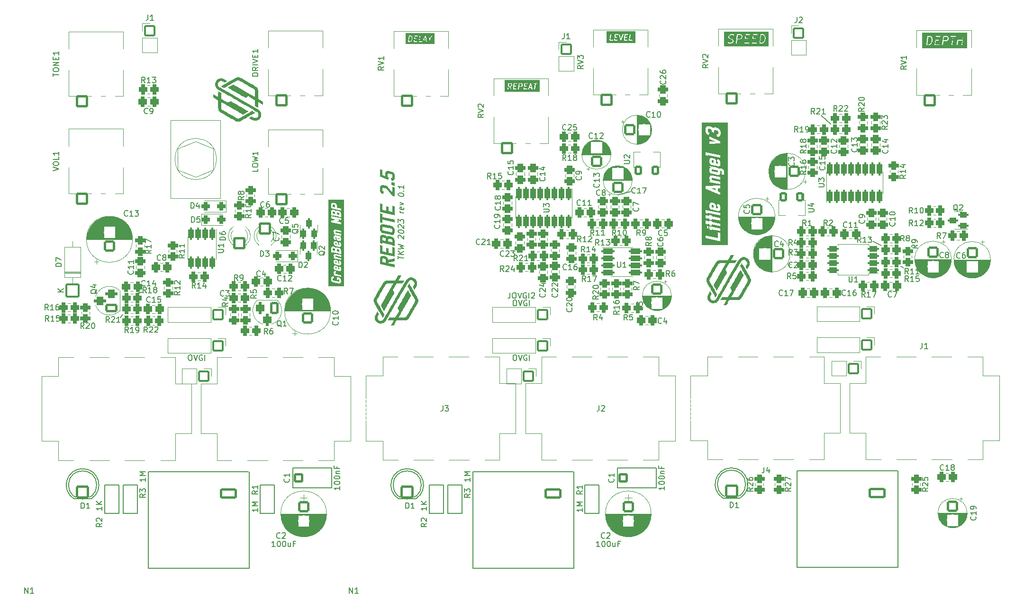
<source format=gbr>
%TF.GenerationSoftware,KiCad,Pcbnew,7.0.2-6a45011f42~172~ubuntu22.04.1*%
%TF.CreationDate,2023-05-30T10:36:55+01:00*%
%TF.ProjectId,panel-rbt-lac-gb-smd-1,70616e65-6c2d-4726-9274-2d6c61632d67,rev?*%
%TF.SameCoordinates,Original*%
%TF.FileFunction,Legend,Top*%
%TF.FilePolarity,Positive*%
%FSLAX46Y46*%
G04 Gerber Fmt 4.6, Leading zero omitted, Abs format (unit mm)*
G04 Created by KiCad (PCBNEW 7.0.2-6a45011f42~172~ubuntu22.04.1) date 2023-05-30 10:36:55*
%MOMM*%
%LPD*%
G01*
G04 APERTURE LIST*
G04 Aperture macros list*
%AMRoundRect*
0 Rectangle with rounded corners*
0 $1 Rounding radius*
0 $2 $3 $4 $5 $6 $7 $8 $9 X,Y pos of 4 corners*
0 Add a 4 corners polygon primitive as box body*
4,1,4,$2,$3,$4,$5,$6,$7,$8,$9,$2,$3,0*
0 Add four circle primitives for the rounded corners*
1,1,$1+$1,$2,$3*
1,1,$1+$1,$4,$5*
1,1,$1+$1,$6,$7*
1,1,$1+$1,$8,$9*
0 Add four rect primitives between the rounded corners*
20,1,$1+$1,$2,$3,$4,$5,0*
20,1,$1+$1,$4,$5,$6,$7,0*
20,1,$1+$1,$6,$7,$8,$9,0*
20,1,$1+$1,$8,$9,$2,$3,0*%
%AMFreePoly0*
4,1,33,3.949277,1.046694,4.018866,0.991198,4.057486,0.911004,4.062500,0.866500,4.062500,-0.866500,4.042694,-0.953277,3.987198,-1.022866,3.907004,-1.061486,3.862500,-1.066500,0.737500,-1.066500,0.650723,-1.046694,0.581134,-0.991198,0.542514,-0.911004,0.537500,-0.866500,0.537500,-0.650000,-0.737500,-0.650000,-0.824277,-0.630194,-0.893866,-0.574698,-0.932486,-0.494504,-0.937500,-0.450000,
-0.937500,0.450000,-0.917694,0.536777,-0.862198,0.606366,-0.782004,0.644986,-0.737500,0.650000,0.537500,0.650000,0.537500,0.866500,0.557306,0.953277,0.612802,1.022866,0.692996,1.061486,0.737500,1.066500,3.862500,1.066500,3.949277,1.046694,3.949277,1.046694,$1*%
G04 Aperture macros list end*
%ADD10C,0.150000*%
%ADD11C,0.125000*%
%ADD12C,0.120000*%
%ADD13R,2.600000X1.500000*%
%ADD14O,2.600000X1.500000*%
%ADD15R,2.000000X1.900000*%
%ADD16C,1.900000*%
%ADD17C,1.998980*%
%ADD18R,1.300000X1.300000*%
%ADD19C,1.300000*%
%ADD20C,0.500000*%
%ADD21RoundRect,0.200000X1.300000X0.750000X-1.300000X0.750000X-1.300000X-0.750000X1.300000X-0.750000X0*%
%ADD22O,3.000000X1.900000*%
%ADD23C,3.400000*%
%ADD24RoundRect,0.200000X-0.850000X-0.850000X0.850000X-0.850000X0.850000X0.850000X-0.850000X0.850000X0*%
%ADD25O,2.100000X2.100000*%
%ADD26RoundRect,0.200000X-0.850000X0.850000X-0.850000X-0.850000X0.850000X-0.850000X0.850000X0.850000X0*%
%ADD27RoundRect,0.200000X-0.800000X0.800000X-0.800000X-0.800000X0.800000X-0.800000X0.800000X0.800000X0*%
%ADD28C,2.000000*%
%ADD29RoundRect,0.200000X1.000000X0.950000X-1.000000X0.950000X-1.000000X-0.950000X1.000000X-0.950000X0*%
%ADD30C,2.300000*%
%ADD31C,2.398980*%
%ADD32RoundRect,0.200000X-0.650000X-0.650000X0.650000X-0.650000X0.650000X0.650000X-0.650000X0.650000X0*%
%ADD33C,1.700000*%
%ADD34RoundRect,0.450000X-0.350000X-0.450000X0.350000X-0.450000X0.350000X0.450000X-0.350000X0.450000X0*%
%ADD35RoundRect,0.200000X0.900000X-0.900000X0.900000X0.900000X-0.900000X0.900000X-0.900000X-0.900000X0*%
%ADD36C,2.200000*%
%ADD37RoundRect,0.450000X0.350000X0.450000X-0.350000X0.450000X-0.350000X-0.450000X0.350000X-0.450000X0*%
%ADD38RoundRect,0.200000X-0.900000X0.900000X-0.900000X-0.900000X0.900000X-0.900000X0.900000X0.900000X0*%
%ADD39RoundRect,0.450000X-0.450000X0.350000X-0.450000X-0.350000X0.450000X-0.350000X0.450000X0.350000X0*%
%ADD40RoundRect,0.450000X-0.337500X-0.475000X0.337500X-0.475000X0.337500X0.475000X-0.337500X0.475000X0*%
%ADD41RoundRect,0.350000X-0.150000X0.725000X-0.150000X-0.725000X0.150000X-0.725000X0.150000X0.725000X0*%
%ADD42RoundRect,0.450000X-0.300000X-0.300000X0.300000X-0.300000X0.300000X0.300000X-0.300000X0.300000X0*%
%ADD43RoundRect,0.450000X0.337500X0.475000X-0.337500X0.475000X-0.337500X-0.475000X0.337500X-0.475000X0*%
%ADD44RoundRect,0.450000X0.300000X0.300000X-0.300000X0.300000X-0.300000X-0.300000X0.300000X-0.300000X0*%
%ADD45O,3.120000X3.640000*%
%ADD46RoundRect,0.200000X0.900000X0.900000X-0.900000X0.900000X-0.900000X-0.900000X0.900000X-0.900000X0*%
%ADD47RoundRect,0.200000X0.800000X-0.800000X0.800000X0.800000X-0.800000X0.800000X-0.800000X-0.800000X0*%
%ADD48RoundRect,0.450000X0.450000X-0.350000X0.450000X0.350000X-0.450000X0.350000X-0.450000X-0.350000X0*%
%ADD49RoundRect,0.200000X0.550000X0.900000X-0.550000X0.900000X-0.550000X-0.900000X0.550000X-0.900000X0*%
%ADD50RoundRect,0.475000X0.275000X0.625000X-0.275000X0.625000X-0.275000X-0.625000X0.275000X-0.625000X0*%
%ADD51RoundRect,0.450000X0.475000X-0.337500X0.475000X0.337500X-0.475000X0.337500X-0.475000X-0.337500X0*%
%ADD52RoundRect,0.200000X0.900000X-0.550000X0.900000X0.550000X-0.900000X0.550000X-0.900000X-0.550000X0*%
%ADD53RoundRect,0.475000X0.625000X-0.275000X0.625000X0.275000X-0.625000X0.275000X-0.625000X-0.275000X0*%
%ADD54RoundRect,0.350000X0.150000X-0.587500X0.150000X0.587500X-0.150000X0.587500X-0.150000X-0.587500X0*%
%ADD55RoundRect,0.350000X-0.150000X0.587500X-0.150000X-0.587500X0.150000X-0.587500X0.150000X0.587500X0*%
%ADD56RoundRect,0.200000X1.100000X-1.100000X1.100000X1.100000X-1.100000X1.100000X-1.100000X-1.100000X0*%
%ADD57O,2.600000X2.600000*%
%ADD58RoundRect,0.450000X-0.475000X0.337500X-0.475000X-0.337500X0.475000X-0.337500X0.475000X0.337500X0*%
%ADD59RoundRect,0.200000X-0.800000X-0.800000X0.800000X-0.800000X0.800000X0.800000X-0.800000X0.800000X0*%
%ADD60RoundRect,0.200000X0.450000X-0.650000X0.450000X0.650000X-0.450000X0.650000X-0.450000X-0.650000X0*%
%ADD61FreePoly0,90.000000*%
%ADD62RoundRect,0.350000X-0.825000X-0.150000X0.825000X-0.150000X0.825000X0.150000X-0.825000X0.150000X0*%
%ADD63RoundRect,0.350000X-0.150000X0.825000X-0.150000X-0.825000X0.150000X-0.825000X0.150000X0.825000X0*%
%ADD64RoundRect,0.200000X0.800000X0.800000X-0.800000X0.800000X-0.800000X-0.800000X0.800000X-0.800000X0*%
%ADD65RoundRect,0.350000X0.587500X0.150000X-0.587500X0.150000X-0.587500X-0.150000X0.587500X-0.150000X0*%
%ADD66RoundRect,0.350000X0.150000X-0.825000X0.150000X0.825000X-0.150000X0.825000X-0.150000X-0.825000X0*%
%ADD67RoundRect,0.200000X-0.450000X0.650000X-0.450000X-0.650000X0.450000X-0.650000X0.450000X0.650000X0*%
%ADD68FreePoly0,270.000000*%
%ADD69RoundRect,0.350000X0.650000X0.150000X-0.650000X0.150000X-0.650000X-0.150000X0.650000X-0.150000X0*%
G04 APERTURE END LIST*
D10*
X71250000Y-117980000D02*
X71750000Y-117480000D01*
X75150000Y-113480000D02*
X74450000Y-113580000D01*
G36*
X109778022Y-108936428D02*
G01*
X109798974Y-108939665D01*
X109839030Y-108947969D01*
X109849854Y-108950495D01*
X109869409Y-108956784D01*
X109889924Y-108966964D01*
X109906074Y-108979720D01*
X109919693Y-108998428D01*
X109926240Y-109016851D01*
X109928422Y-109037850D01*
X109928422Y-109284535D01*
X109798974Y-109257669D01*
X109788149Y-109255142D01*
X109768594Y-109248853D01*
X109748079Y-109238673D01*
X109731929Y-109225917D01*
X109718311Y-109207210D01*
X109711763Y-109188787D01*
X109709581Y-109167787D01*
X109709581Y-108992421D01*
X109710978Y-108975996D01*
X109718311Y-108956624D01*
X109734810Y-108942012D01*
X109755761Y-108936333D01*
X109778022Y-108936428D01*
G37*
G36*
X109778022Y-107898885D02*
G01*
X109798974Y-107902121D01*
X109839030Y-107910425D01*
X109849854Y-107912952D01*
X109869409Y-107919241D01*
X109889924Y-107929421D01*
X109906074Y-107942177D01*
X109919693Y-107960884D01*
X109926240Y-107979307D01*
X109928422Y-108000307D01*
X109928422Y-108246992D01*
X109798974Y-108220125D01*
X109788149Y-108217599D01*
X109768594Y-108211309D01*
X109748079Y-108201130D01*
X109731929Y-108188374D01*
X109718311Y-108169666D01*
X109711763Y-108151243D01*
X109709581Y-108130244D01*
X109709581Y-107954877D01*
X109710978Y-107938452D01*
X109718311Y-107919081D01*
X109734810Y-107904468D01*
X109755761Y-107898789D01*
X109778022Y-107898885D01*
G37*
G36*
X109349729Y-105618854D02*
G01*
X109371060Y-105621870D01*
X109550823Y-105659483D01*
X109558923Y-105661342D01*
X109580020Y-105668356D01*
X109597878Y-105676948D01*
X109615175Y-105687831D01*
X109631912Y-105701004D01*
X109637531Y-105705294D01*
X109652214Y-105718346D01*
X109665221Y-105733920D01*
X109674647Y-105752177D01*
X109678318Y-105773300D01*
X109678318Y-106041967D01*
X109240635Y-105951109D01*
X109240635Y-105696608D01*
X109242060Y-105680946D01*
X109249543Y-105660544D01*
X109263441Y-105643852D01*
X109281179Y-105632128D01*
X109288775Y-105628552D01*
X109309872Y-105621659D01*
X109329333Y-105618784D01*
X109349729Y-105618854D01*
G37*
G36*
X110081318Y-105769392D02*
G01*
X110309930Y-105817264D01*
X110321150Y-105820012D01*
X110340123Y-105826877D01*
X110358255Y-105836361D01*
X110375546Y-105848462D01*
X110391995Y-105863182D01*
X110396432Y-105867731D01*
X110409705Y-105884133D01*
X110419473Y-105901284D01*
X110426342Y-105921800D01*
X110428632Y-105943293D01*
X110428632Y-106197794D01*
X109959685Y-106100586D01*
X109959685Y-105846085D01*
X109961025Y-105830405D01*
X109968057Y-105809913D01*
X109981118Y-105793053D01*
X109997787Y-105781116D01*
X110000176Y-105779833D01*
X110019799Y-105771696D01*
X110040339Y-105767346D01*
X110061794Y-105766781D01*
X110081318Y-105769392D01*
G37*
G36*
X109778022Y-104584998D02*
G01*
X109798974Y-104588234D01*
X109839030Y-104596538D01*
X109849854Y-104599065D01*
X109869409Y-104605354D01*
X109889924Y-104615534D01*
X109906074Y-104628290D01*
X109919693Y-104646997D01*
X109926240Y-104665420D01*
X109928422Y-104686420D01*
X109928422Y-104933105D01*
X109798974Y-104906238D01*
X109788149Y-104903712D01*
X109768594Y-104897423D01*
X109748079Y-104887243D01*
X109731929Y-104874487D01*
X109718311Y-104855779D01*
X109711763Y-104837356D01*
X109709581Y-104816357D01*
X109709581Y-104640990D01*
X109710978Y-104624565D01*
X109718311Y-104605194D01*
X109734810Y-104590581D01*
X109755761Y-104584902D01*
X109778022Y-104584998D01*
G37*
G36*
X110349986Y-103720683D02*
G01*
X110368839Y-103727080D01*
X110387116Y-103738210D01*
X110403230Y-103752435D01*
X110416626Y-103768740D01*
X110425630Y-103787667D01*
X110428632Y-103807634D01*
X110428632Y-103922916D01*
X110427136Y-103938304D01*
X110419282Y-103957721D01*
X110404696Y-103972742D01*
X110390494Y-103980504D01*
X110370115Y-103985084D01*
X110349986Y-103983489D01*
X110288436Y-103970788D01*
X110286550Y-103970371D01*
X110266615Y-103963140D01*
X110249794Y-103952359D01*
X110234214Y-103937571D01*
X110231257Y-103934131D01*
X110219331Y-103916299D01*
X110212175Y-103897418D01*
X110209790Y-103877487D01*
X110209790Y-103691374D01*
X110349986Y-103720683D01*
G37*
G36*
X109349729Y-99036021D02*
G01*
X109371060Y-99039036D01*
X109550823Y-99076650D01*
X109558923Y-99078509D01*
X109580020Y-99085523D01*
X109597878Y-99094115D01*
X109615175Y-99104998D01*
X109631912Y-99118171D01*
X109637531Y-99122461D01*
X109652214Y-99135512D01*
X109665221Y-99151087D01*
X109674647Y-99169344D01*
X109678318Y-99190467D01*
X109678318Y-99459134D01*
X109240635Y-99368276D01*
X109240635Y-99113775D01*
X109242060Y-99098113D01*
X109249543Y-99077711D01*
X109263441Y-99061018D01*
X109281179Y-99049295D01*
X109288775Y-99045718D01*
X109309872Y-99038826D01*
X109329333Y-99035951D01*
X109349729Y-99036021D01*
G37*
G36*
X110081318Y-99186559D02*
G01*
X110309930Y-99234431D01*
X110321150Y-99237178D01*
X110340123Y-99244044D01*
X110358255Y-99253528D01*
X110375546Y-99265629D01*
X110391995Y-99280348D01*
X110396432Y-99284897D01*
X110409705Y-99301300D01*
X110419473Y-99318450D01*
X110426342Y-99338967D01*
X110428632Y-99360460D01*
X110428632Y-99614961D01*
X109959685Y-99517752D01*
X109959685Y-99263251D01*
X109961025Y-99247572D01*
X109968057Y-99227080D01*
X109981118Y-99210220D01*
X109997787Y-99198283D01*
X110000176Y-99197000D01*
X110019799Y-99188863D01*
X110040339Y-99184513D01*
X110061794Y-99183948D01*
X110081318Y-99186559D01*
G37*
G36*
X109343172Y-97774848D02*
G01*
X109363244Y-97777766D01*
X109552777Y-97816845D01*
X109567253Y-97820542D01*
X109586917Y-97827882D01*
X109605881Y-97837746D01*
X109624144Y-97850135D01*
X109639239Y-97862763D01*
X109641643Y-97864997D01*
X109656336Y-97880928D01*
X109668548Y-97899766D01*
X109675875Y-97919275D01*
X109678318Y-97939455D01*
X109678318Y-98276510D01*
X109240635Y-98185652D01*
X109240635Y-97848597D01*
X109241974Y-97833021D01*
X109249007Y-97813070D01*
X109262067Y-97797214D01*
X109278736Y-97786559D01*
X109281096Y-97785427D01*
X109300628Y-97778359D01*
X109321320Y-97774833D01*
X109343172Y-97774848D01*
G37*
G36*
X111220714Y-112416190D02*
G01*
X108448553Y-112416190D01*
X108448553Y-111199888D01*
X108959267Y-111199888D01*
X108959721Y-111220990D01*
X108961083Y-111241921D01*
X108963354Y-111262679D01*
X108966533Y-111283266D01*
X108970620Y-111303682D01*
X108975616Y-111323925D01*
X108981520Y-111343997D01*
X108988332Y-111363897D01*
X108996052Y-111383625D01*
X109004681Y-111403182D01*
X109014218Y-111422567D01*
X109024663Y-111441780D01*
X109036016Y-111460821D01*
X109048278Y-111479691D01*
X109061448Y-111498389D01*
X109075526Y-111516915D01*
X109090276Y-111534918D01*
X109105461Y-111552048D01*
X109121081Y-111568303D01*
X109137137Y-111583685D01*
X109153627Y-111598193D01*
X109170552Y-111611826D01*
X109187912Y-111624586D01*
X109205708Y-111636472D01*
X109223938Y-111647484D01*
X109242604Y-111657622D01*
X109261704Y-111666886D01*
X109281240Y-111675276D01*
X109301211Y-111682792D01*
X109321616Y-111689434D01*
X109342457Y-111695203D01*
X109363733Y-111700097D01*
X110305533Y-111895980D01*
X110326809Y-111899916D01*
X110347650Y-111902811D01*
X110368056Y-111904664D01*
X110388026Y-111905475D01*
X110417167Y-111904738D01*
X110445328Y-111901657D01*
X110472511Y-111896231D01*
X110498714Y-111888462D01*
X110523939Y-111878348D01*
X110548185Y-111865890D01*
X110571452Y-111851088D01*
X110593740Y-111833942D01*
X110614517Y-111814967D01*
X110633250Y-111794678D01*
X110649940Y-111773076D01*
X110664586Y-111750159D01*
X110677188Y-111725929D01*
X110687747Y-111700385D01*
X110696262Y-111673528D01*
X110702733Y-111645356D01*
X110705912Y-111625845D01*
X110708183Y-111605751D01*
X110709545Y-111585072D01*
X110710000Y-111563810D01*
X110710000Y-111325429D01*
X110709566Y-111304617D01*
X110708267Y-111283946D01*
X110706101Y-111263416D01*
X110703069Y-111243027D01*
X110699171Y-111222780D01*
X110694406Y-111202674D01*
X110688775Y-111182709D01*
X110682278Y-111162885D01*
X110674914Y-111143203D01*
X110666685Y-111123661D01*
X110657588Y-111104261D01*
X110647626Y-111085002D01*
X110636797Y-111065884D01*
X110625102Y-111046908D01*
X110612541Y-111028073D01*
X110599113Y-111009378D01*
X110585033Y-110991201D01*
X110570514Y-110973917D01*
X110555556Y-110957526D01*
X110540159Y-110942028D01*
X110524323Y-110927424D01*
X110508049Y-110913712D01*
X110491335Y-110900893D01*
X110474183Y-110888967D01*
X110456592Y-110877934D01*
X110438562Y-110867794D01*
X110420093Y-110858547D01*
X110401185Y-110850193D01*
X110381838Y-110842732D01*
X110362053Y-110836164D01*
X110341828Y-110830490D01*
X110321165Y-110825708D01*
X109959685Y-110750481D01*
X109959685Y-111240921D01*
X110241053Y-111299050D01*
X110241053Y-111131500D01*
X110310907Y-111146154D01*
X110322012Y-111148879D01*
X110340822Y-111155595D01*
X110358837Y-111164787D01*
X110376058Y-111176458D01*
X110392484Y-111190607D01*
X110394708Y-111192811D01*
X110408299Y-111208558D01*
X110419595Y-111227243D01*
X110426372Y-111246660D01*
X110428632Y-111266810D01*
X110428632Y-111505191D01*
X110427361Y-111519892D01*
X110420689Y-111539366D01*
X110408299Y-111555750D01*
X110392484Y-111567718D01*
X110373647Y-111576327D01*
X110353771Y-111581151D01*
X110332858Y-111582189D01*
X110310907Y-111579441D01*
X109355917Y-111381116D01*
X109348005Y-111379227D01*
X109327450Y-111371839D01*
X109310116Y-111362569D01*
X109293390Y-111350681D01*
X109277271Y-111336175D01*
X109275017Y-111333881D01*
X109261243Y-111317582D01*
X109249794Y-111298440D01*
X109242924Y-111278748D01*
X109240635Y-111258506D01*
X109240635Y-111020125D01*
X109241991Y-111005493D01*
X109249114Y-110986380D01*
X109262342Y-110970666D01*
X109279225Y-110959553D01*
X109298856Y-110951371D01*
X109319159Y-110946852D01*
X109340133Y-110945997D01*
X109361779Y-110948806D01*
X109438960Y-110964926D01*
X109357871Y-110625429D01*
X109347480Y-110623872D01*
X109326998Y-110621490D01*
X109306916Y-110620086D01*
X109277546Y-110619811D01*
X109249077Y-110621734D01*
X109221509Y-110625856D01*
X109194843Y-110632176D01*
X109169079Y-110640694D01*
X109144216Y-110651410D01*
X109120255Y-110664324D01*
X109097196Y-110679437D01*
X109075038Y-110696748D01*
X109061019Y-110709231D01*
X109041686Y-110728971D01*
X109024388Y-110749931D01*
X109009125Y-110772111D01*
X108995897Y-110795509D01*
X108984705Y-110820127D01*
X108975547Y-110845965D01*
X108968424Y-110873021D01*
X108963337Y-110901297D01*
X108961076Y-110920825D01*
X108959719Y-110940895D01*
X108959267Y-110961507D01*
X108959267Y-111199888D01*
X108448553Y-111199888D01*
X108448553Y-110449085D01*
X109428213Y-110449085D01*
X110710000Y-110715799D01*
X110710000Y-110420265D01*
X109795554Y-110230244D01*
X109785143Y-110227754D01*
X109762055Y-110219508D01*
X109743164Y-110208376D01*
X109728471Y-110194359D01*
X109717977Y-110177455D01*
X109711680Y-110157665D01*
X109709581Y-110134989D01*
X109709581Y-110006517D01*
X109710871Y-109990069D01*
X109717643Y-109970577D01*
X109732880Y-109955694D01*
X109752228Y-109949672D01*
X109772786Y-109949403D01*
X109792135Y-109952295D01*
X109853196Y-109964996D01*
X109780900Y-109662623D01*
X109716908Y-109654319D01*
X109694354Y-109652371D01*
X109672486Y-109651840D01*
X109651306Y-109652726D01*
X109630812Y-109655029D01*
X109611006Y-109658748D01*
X109591886Y-109663885D01*
X109567462Y-109672937D01*
X109544259Y-109684508D01*
X109527658Y-109694839D01*
X109511744Y-109706587D01*
X109492167Y-109723921D01*
X109475199Y-109742949D01*
X109460842Y-109763671D01*
X109449096Y-109786088D01*
X109439960Y-109810199D01*
X109434820Y-109829395D01*
X109431150Y-109849544D01*
X109428947Y-109870645D01*
X109428213Y-109892700D01*
X109428213Y-110027034D01*
X109428724Y-110048558D01*
X109430259Y-110070020D01*
X109432815Y-110091422D01*
X109436395Y-110112763D01*
X109440998Y-110134043D01*
X109446623Y-110155261D01*
X109453271Y-110176419D01*
X109460942Y-110197515D01*
X109469635Y-110218551D01*
X109479351Y-110239525D01*
X109490090Y-110260438D01*
X109501852Y-110281290D01*
X109514637Y-110302082D01*
X109528444Y-110322812D01*
X109543274Y-110343481D01*
X109559127Y-110364089D01*
X109428213Y-110374836D01*
X109428213Y-110449085D01*
X108448553Y-110449085D01*
X108448553Y-109174626D01*
X109428213Y-109174626D01*
X109428553Y-109189603D01*
X109430336Y-109211904D01*
X109433647Y-109234008D01*
X109438487Y-109255914D01*
X109444856Y-109277622D01*
X109452753Y-109299133D01*
X109462178Y-109320447D01*
X109473132Y-109341563D01*
X109485614Y-109362481D01*
X109499624Y-109383202D01*
X109515163Y-109403726D01*
X109526166Y-109416957D01*
X109543170Y-109435587D01*
X109560776Y-109452758D01*
X109578982Y-109468468D01*
X109597790Y-109482719D01*
X109617199Y-109495511D01*
X109637209Y-109506842D01*
X109657819Y-109516714D01*
X109679031Y-109525126D01*
X109700844Y-109532078D01*
X109723258Y-109537571D01*
X110414954Y-109681186D01*
X110430313Y-109684039D01*
X110452786Y-109686879D01*
X110474580Y-109687994D01*
X110495696Y-109687383D01*
X110516134Y-109685046D01*
X110535893Y-109680983D01*
X110554974Y-109675194D01*
X110573377Y-109667679D01*
X110591101Y-109658439D01*
X110608147Y-109647472D01*
X110624515Y-109634780D01*
X110634866Y-109625485D01*
X110649142Y-109610806D01*
X110661914Y-109595243D01*
X110673184Y-109578795D01*
X110682952Y-109561463D01*
X110691216Y-109543246D01*
X110697978Y-109524145D01*
X110703238Y-109504160D01*
X110706994Y-109483290D01*
X110709248Y-109461536D01*
X110710000Y-109438897D01*
X110710000Y-109195143D01*
X110709685Y-109179816D01*
X110708032Y-109157056D01*
X110704962Y-109134570D01*
X110700475Y-109112359D01*
X110694572Y-109090423D01*
X110687252Y-109068762D01*
X110678515Y-109047376D01*
X110668361Y-109026264D01*
X110656791Y-109005427D01*
X110643803Y-108984865D01*
X110629399Y-108964577D01*
X110619176Y-108951468D01*
X110603282Y-108933021D01*
X110586718Y-108916034D01*
X110569484Y-108900506D01*
X110551581Y-108886439D01*
X110533008Y-108873831D01*
X110513766Y-108862682D01*
X110493853Y-108852994D01*
X110473271Y-108844765D01*
X110452019Y-108837996D01*
X110430097Y-108832686D01*
X110373921Y-108820963D01*
X110301137Y-109093538D01*
X110356824Y-109105261D01*
X110375274Y-109111715D01*
X110392339Y-109123018D01*
X110406650Y-109137501D01*
X110408002Y-109139156D01*
X110419165Y-109156329D01*
X110426485Y-109176542D01*
X110428632Y-109196120D01*
X110428632Y-109311402D01*
X110427533Y-109323951D01*
X110419663Y-109343535D01*
X110405673Y-109357320D01*
X110396794Y-109362443D01*
X110376968Y-109368477D01*
X110356336Y-109367578D01*
X110209790Y-109337292D01*
X110209790Y-109096468D01*
X110209456Y-109081430D01*
X110207703Y-109059038D01*
X110204447Y-109036843D01*
X110199689Y-109014845D01*
X110193428Y-108993045D01*
X110185664Y-108971442D01*
X110176398Y-108950037D01*
X110165628Y-108928830D01*
X110153357Y-108907819D01*
X110139582Y-108887007D01*
X110124305Y-108866392D01*
X110113463Y-108853040D01*
X110096613Y-108834237D01*
X110079059Y-108816902D01*
X110060801Y-108801035D01*
X110041839Y-108786637D01*
X110022173Y-108773707D01*
X110001802Y-108762245D01*
X109980728Y-108752252D01*
X109958949Y-108743726D01*
X109936466Y-108736670D01*
X109913279Y-108731081D01*
X109724724Y-108692002D01*
X109709188Y-108689096D01*
X109686470Y-108686204D01*
X109664457Y-108685072D01*
X109643148Y-108685700D01*
X109622543Y-108688089D01*
X109602642Y-108692237D01*
X109583445Y-108698147D01*
X109564952Y-108705816D01*
X109547163Y-108715245D01*
X109530079Y-108726435D01*
X109513698Y-108739385D01*
X109503346Y-108748789D01*
X109489071Y-108763581D01*
X109476298Y-108779197D01*
X109465028Y-108795638D01*
X109455261Y-108812903D01*
X109446996Y-108830992D01*
X109440234Y-108849905D01*
X109434975Y-108869643D01*
X109431218Y-108890205D01*
X109428964Y-108911592D01*
X109428213Y-108933803D01*
X109428213Y-109167787D01*
X109428213Y-109174626D01*
X108448553Y-109174626D01*
X108448553Y-108137083D01*
X109428213Y-108137083D01*
X109428553Y-108152060D01*
X109430336Y-108174361D01*
X109433647Y-108196464D01*
X109438487Y-108218370D01*
X109444856Y-108240079D01*
X109452753Y-108261590D01*
X109462178Y-108282903D01*
X109473132Y-108304019D01*
X109485614Y-108324938D01*
X109499624Y-108345659D01*
X109515163Y-108366182D01*
X109526166Y-108379413D01*
X109543170Y-108398044D01*
X109560776Y-108415214D01*
X109578982Y-108430925D01*
X109597790Y-108445176D01*
X109617199Y-108457967D01*
X109637209Y-108469299D01*
X109657819Y-108479170D01*
X109679031Y-108487582D01*
X109700844Y-108494535D01*
X109723258Y-108500027D01*
X110414954Y-108643642D01*
X110430313Y-108646495D01*
X110452786Y-108649336D01*
X110474580Y-108650450D01*
X110495696Y-108649839D01*
X110516134Y-108647502D01*
X110535893Y-108643439D01*
X110554974Y-108637651D01*
X110573377Y-108630136D01*
X110591101Y-108620895D01*
X110608147Y-108609929D01*
X110624515Y-108597236D01*
X110634866Y-108587941D01*
X110649142Y-108573263D01*
X110661914Y-108557699D01*
X110673184Y-108541252D01*
X110682952Y-108523919D01*
X110691216Y-108505703D01*
X110697978Y-108486602D01*
X110703238Y-108466616D01*
X110706994Y-108445746D01*
X110709248Y-108423992D01*
X110710000Y-108401353D01*
X110710000Y-108157599D01*
X110709685Y-108142273D01*
X110708032Y-108119512D01*
X110704962Y-108097027D01*
X110700475Y-108074816D01*
X110694572Y-108052880D01*
X110687252Y-108031219D01*
X110678515Y-108009832D01*
X110668361Y-107988720D01*
X110656791Y-107967883D01*
X110643803Y-107947321D01*
X110629399Y-107927034D01*
X110619176Y-107913925D01*
X110603282Y-107895478D01*
X110586718Y-107878490D01*
X110569484Y-107862963D01*
X110551581Y-107848895D01*
X110533008Y-107836287D01*
X110513766Y-107825139D01*
X110493853Y-107815450D01*
X110473271Y-107807221D01*
X110452019Y-107800452D01*
X110430097Y-107795143D01*
X110373921Y-107783419D01*
X110301137Y-108055994D01*
X110356824Y-108067718D01*
X110375274Y-108074172D01*
X110392339Y-108085475D01*
X110406650Y-108099958D01*
X110408002Y-108101612D01*
X110419165Y-108118785D01*
X110426485Y-108138998D01*
X110428632Y-108158576D01*
X110428632Y-108273859D01*
X110427533Y-108286407D01*
X110419663Y-108305992D01*
X110405673Y-108319776D01*
X110396794Y-108324900D01*
X110376968Y-108330934D01*
X110356336Y-108330034D01*
X110209790Y-108299748D01*
X110209790Y-108058925D01*
X110209456Y-108043887D01*
X110207703Y-108021494D01*
X110204447Y-107999299D01*
X110199689Y-107977301D01*
X110193428Y-107955501D01*
X110185664Y-107933899D01*
X110176398Y-107912494D01*
X110165628Y-107891286D01*
X110153357Y-107870276D01*
X110139582Y-107849463D01*
X110124305Y-107828848D01*
X110113463Y-107815497D01*
X110096613Y-107796693D01*
X110079059Y-107779358D01*
X110060801Y-107763492D01*
X110041839Y-107749093D01*
X110022173Y-107736163D01*
X110001802Y-107724701D01*
X109980728Y-107714708D01*
X109958949Y-107706183D01*
X109936466Y-107699126D01*
X109913279Y-107693538D01*
X109724724Y-107654459D01*
X109709188Y-107651553D01*
X109686470Y-107648660D01*
X109664457Y-107647528D01*
X109643148Y-107648157D01*
X109622543Y-107650545D01*
X109602642Y-107654694D01*
X109583445Y-107660603D01*
X109564952Y-107668272D01*
X109547163Y-107677702D01*
X109530079Y-107688892D01*
X109513698Y-107701842D01*
X109503346Y-107711245D01*
X109489071Y-107726037D01*
X109476298Y-107741653D01*
X109465028Y-107758094D01*
X109455261Y-107775359D01*
X109446996Y-107793448D01*
X109440234Y-107812362D01*
X109434975Y-107832100D01*
X109431218Y-107852662D01*
X109428964Y-107874048D01*
X109428213Y-107896259D01*
X109428213Y-108130244D01*
X109428213Y-108137083D01*
X108448553Y-108137083D01*
X108448553Y-107400935D01*
X109428213Y-107400935D01*
X110710000Y-107667648D01*
X110710000Y-107372114D01*
X109795554Y-107182093D01*
X109790265Y-107180911D01*
X109770787Y-107175145D01*
X109750217Y-107165597D01*
X109733845Y-107153449D01*
X109719740Y-107135440D01*
X109711680Y-107113687D01*
X109709581Y-107092700D01*
X109709581Y-106972044D01*
X109710924Y-106955726D01*
X109717977Y-106936457D01*
X109733845Y-106921878D01*
X109753995Y-106916154D01*
X109775404Y-106916158D01*
X109795554Y-106919288D01*
X110710000Y-107109309D01*
X110710000Y-106813286D01*
X109727166Y-106609099D01*
X109711567Y-106606187D01*
X109688748Y-106603265D01*
X109666625Y-106602077D01*
X109645197Y-106602624D01*
X109624464Y-106604905D01*
X109604427Y-106608921D01*
X109585086Y-106614671D01*
X109566440Y-106622156D01*
X109548489Y-106631375D01*
X109531234Y-106642329D01*
X109514675Y-106655017D01*
X109504205Y-106664252D01*
X109489767Y-106678850D01*
X109476848Y-106694340D01*
X109465449Y-106710723D01*
X109455570Y-106728000D01*
X109447211Y-106746169D01*
X109440372Y-106765232D01*
X109435052Y-106785187D01*
X109431253Y-106806035D01*
X109428973Y-106827777D01*
X109428213Y-106850411D01*
X109428213Y-106984745D01*
X109428736Y-107005904D01*
X109430304Y-107027006D01*
X109432919Y-107048051D01*
X109436578Y-107069039D01*
X109441284Y-107089970D01*
X109447035Y-107110843D01*
X109453832Y-107131659D01*
X109461674Y-107152418D01*
X109470562Y-107173119D01*
X109480496Y-107193763D01*
X109491476Y-107214350D01*
X109503501Y-107234880D01*
X109516572Y-107255353D01*
X109530688Y-107275768D01*
X109545850Y-107296126D01*
X109562058Y-107316427D01*
X109428213Y-107326685D01*
X109428213Y-107400935D01*
X108448553Y-107400935D01*
X108448553Y-106292561D01*
X108959267Y-106292561D01*
X109240635Y-106351179D01*
X109240635Y-106268625D01*
X110428632Y-106515310D01*
X110428632Y-106597864D01*
X110710000Y-106656482D01*
X110710000Y-106001912D01*
X110709536Y-105980395D01*
X110708145Y-105959077D01*
X110705826Y-105937958D01*
X110702581Y-105917037D01*
X110698408Y-105896315D01*
X110693307Y-105875791D01*
X110687279Y-105855465D01*
X110680324Y-105835338D01*
X110672441Y-105815409D01*
X110663632Y-105795679D01*
X110653894Y-105776147D01*
X110643230Y-105756814D01*
X110631638Y-105737679D01*
X110619118Y-105718743D01*
X110605672Y-105700005D01*
X110591297Y-105681465D01*
X110576238Y-105663399D01*
X110560737Y-105646202D01*
X110544792Y-105629876D01*
X110528405Y-105614420D01*
X110511575Y-105599834D01*
X110494303Y-105586119D01*
X110476587Y-105573273D01*
X110458429Y-105561297D01*
X110439829Y-105550192D01*
X110420785Y-105539957D01*
X110401299Y-105530592D01*
X110381371Y-105522096D01*
X110360999Y-105514472D01*
X110340185Y-105507717D01*
X110318929Y-105501832D01*
X110297229Y-105496817D01*
X110068129Y-105449434D01*
X110058964Y-105447652D01*
X110031768Y-105444000D01*
X110005017Y-105442889D01*
X109978714Y-105444320D01*
X109952856Y-105448293D01*
X109927445Y-105454808D01*
X109902481Y-105463864D01*
X109877963Y-105475461D01*
X109853892Y-105489601D01*
X109830267Y-105506282D01*
X109814766Y-105518814D01*
X109799462Y-105532477D01*
X109785164Y-105512661D01*
X109770603Y-105493879D01*
X109755779Y-105476131D01*
X109740691Y-105459418D01*
X109725340Y-105443738D01*
X109709726Y-105429093D01*
X109693848Y-105415483D01*
X109677707Y-105402906D01*
X109661303Y-105391364D01*
X109644635Y-105380855D01*
X109619140Y-105367032D01*
X109593052Y-105355536D01*
X109566372Y-105346367D01*
X109539099Y-105339525D01*
X109374968Y-105305331D01*
X109364062Y-105303174D01*
X109342572Y-105299659D01*
X109321514Y-105297209D01*
X109300887Y-105295824D01*
X109280691Y-105295504D01*
X109260926Y-105296248D01*
X109232088Y-105299360D01*
X109204220Y-105304869D01*
X109177322Y-105312773D01*
X109151395Y-105323072D01*
X109126438Y-105335768D01*
X109102451Y-105350859D01*
X109079434Y-105368346D01*
X109057959Y-105387648D01*
X109038596Y-105408188D01*
X109021345Y-105429964D01*
X109006207Y-105452976D01*
X108993181Y-105477225D01*
X108982268Y-105502710D01*
X108973466Y-105529431D01*
X108966777Y-105557390D01*
X108963491Y-105576715D01*
X108961144Y-105596591D01*
X108959736Y-105617015D01*
X108959267Y-105637990D01*
X108959267Y-105951109D01*
X108959267Y-106100586D01*
X108959267Y-106292561D01*
X108448553Y-106292561D01*
X108448553Y-104823196D01*
X109428213Y-104823196D01*
X109428553Y-104838173D01*
X109430336Y-104860474D01*
X109433647Y-104882577D01*
X109438487Y-104904483D01*
X109444856Y-104926192D01*
X109452753Y-104947703D01*
X109462178Y-104969016D01*
X109473132Y-104990132D01*
X109485614Y-105011051D01*
X109499624Y-105031772D01*
X109515163Y-105052295D01*
X109526166Y-105065526D01*
X109543170Y-105084157D01*
X109560776Y-105101327D01*
X109578982Y-105117038D01*
X109597790Y-105131289D01*
X109617199Y-105144080D01*
X109637209Y-105155412D01*
X109657819Y-105165283D01*
X109679031Y-105173696D01*
X109700844Y-105180648D01*
X109723258Y-105186140D01*
X110414954Y-105329755D01*
X110430313Y-105332608D01*
X110452786Y-105335449D01*
X110474580Y-105336564D01*
X110495696Y-105335952D01*
X110516134Y-105333615D01*
X110535893Y-105329553D01*
X110554974Y-105323764D01*
X110573377Y-105316249D01*
X110591101Y-105307008D01*
X110608147Y-105296042D01*
X110624515Y-105283349D01*
X110634866Y-105274055D01*
X110649142Y-105259376D01*
X110661914Y-105243812D01*
X110673184Y-105227365D01*
X110682952Y-105210032D01*
X110691216Y-105191816D01*
X110697978Y-105172715D01*
X110703238Y-105152729D01*
X110706994Y-105131859D01*
X110709248Y-105110105D01*
X110710000Y-105087466D01*
X110710000Y-104843712D01*
X110709685Y-104828386D01*
X110708032Y-104805625D01*
X110704962Y-104783140D01*
X110700475Y-104760929D01*
X110694572Y-104738993D01*
X110687252Y-104717332D01*
X110678515Y-104695945D01*
X110668361Y-104674833D01*
X110656791Y-104653996D01*
X110643803Y-104633434D01*
X110629399Y-104613147D01*
X110619176Y-104600038D01*
X110603282Y-104581591D01*
X110586718Y-104564603D01*
X110569484Y-104549076D01*
X110551581Y-104535008D01*
X110533008Y-104522400D01*
X110513766Y-104511252D01*
X110493853Y-104501563D01*
X110473271Y-104493334D01*
X110452019Y-104486565D01*
X110430097Y-104481256D01*
X110373921Y-104469532D01*
X110301137Y-104742107D01*
X110356824Y-104753831D01*
X110375274Y-104760285D01*
X110392339Y-104771588D01*
X110406650Y-104786071D01*
X110408002Y-104787725D01*
X110419165Y-104804898D01*
X110426485Y-104825111D01*
X110428632Y-104844689D01*
X110428632Y-104959972D01*
X110427533Y-104972521D01*
X110419663Y-104992105D01*
X110405673Y-105005889D01*
X110396794Y-105011013D01*
X110376968Y-105017047D01*
X110356336Y-105016147D01*
X110209790Y-104985861D01*
X110209790Y-104745038D01*
X110209456Y-104730000D01*
X110207703Y-104707607D01*
X110204447Y-104685412D01*
X110199689Y-104663414D01*
X110193428Y-104641614D01*
X110185664Y-104620012D01*
X110176398Y-104598607D01*
X110165628Y-104577399D01*
X110153357Y-104556389D01*
X110139582Y-104535576D01*
X110124305Y-104514961D01*
X110113463Y-104501610D01*
X110096613Y-104482806D01*
X110079059Y-104465471D01*
X110060801Y-104449605D01*
X110041839Y-104435206D01*
X110022173Y-104422276D01*
X110001802Y-104410814D01*
X109980728Y-104400821D01*
X109958949Y-104392296D01*
X109936466Y-104385239D01*
X109913279Y-104379651D01*
X109724724Y-104340572D01*
X109709188Y-104337666D01*
X109686470Y-104334773D01*
X109664457Y-104333641D01*
X109643148Y-104334270D01*
X109622543Y-104336658D01*
X109602642Y-104340807D01*
X109583445Y-104346716D01*
X109564952Y-104354385D01*
X109547163Y-104363815D01*
X109530079Y-104375005D01*
X109513698Y-104387955D01*
X109503346Y-104397358D01*
X109489071Y-104412150D01*
X109476298Y-104427766D01*
X109465028Y-104444207D01*
X109455261Y-104461472D01*
X109446996Y-104479561D01*
X109440234Y-104498475D01*
X109434975Y-104518213D01*
X109431218Y-104538775D01*
X109428964Y-104560161D01*
X109428213Y-104582372D01*
X109428213Y-104816357D01*
X109428213Y-104823196D01*
X108448553Y-104823196D01*
X108448553Y-103747550D01*
X109428213Y-103747550D01*
X109428539Y-103762529D01*
X109430252Y-103784840D01*
X109433434Y-103806962D01*
X109438083Y-103828895D01*
X109444201Y-103850640D01*
X109451788Y-103872195D01*
X109460842Y-103893562D01*
X109471365Y-103914739D01*
X109483357Y-103935728D01*
X109496816Y-103956528D01*
X109511744Y-103977138D01*
X109522277Y-103990429D01*
X109538649Y-104009140D01*
X109555708Y-104026384D01*
X109573454Y-104042159D01*
X109591886Y-104056466D01*
X109611006Y-104069304D01*
X109630812Y-104080674D01*
X109651306Y-104090576D01*
X109672486Y-104099010D01*
X109694354Y-104105975D01*
X109716908Y-104111472D01*
X109780900Y-104125150D01*
X109839030Y-103903866D01*
X109791646Y-103894096D01*
X109768004Y-103887441D01*
X109748370Y-103878163D01*
X109732742Y-103866261D01*
X109719278Y-103848515D01*
X109711584Y-103826991D01*
X109709581Y-103806168D01*
X109709581Y-103658157D01*
X109709658Y-103653816D01*
X109713344Y-103631353D01*
X109724634Y-103612917D01*
X109743451Y-103602849D01*
X109765570Y-103600880D01*
X109788227Y-103603935D01*
X109928422Y-103632756D01*
X109928422Y-103691374D01*
X109928422Y-103887257D01*
X109928756Y-103902587D01*
X109930509Y-103925367D01*
X109933765Y-103947890D01*
X109938524Y-103970156D01*
X109944785Y-103992163D01*
X109952549Y-104013913D01*
X109961815Y-104035406D01*
X109972584Y-104056640D01*
X109984856Y-104077618D01*
X109998630Y-104098337D01*
X110013907Y-104118799D01*
X110024690Y-104131973D01*
X110041459Y-104150532D01*
X110058940Y-104167648D01*
X110077133Y-104183321D01*
X110096040Y-104197552D01*
X110115659Y-104210341D01*
X110135991Y-104221687D01*
X110157035Y-104231590D01*
X110178792Y-104240051D01*
X110201262Y-104247069D01*
X110224445Y-104252644D01*
X110411535Y-104291723D01*
X110427075Y-104294576D01*
X110449812Y-104297417D01*
X110471863Y-104298531D01*
X110493226Y-104297920D01*
X110513903Y-104295583D01*
X110533893Y-104291520D01*
X110553196Y-104285732D01*
X110571811Y-104278217D01*
X110589740Y-104268976D01*
X110606982Y-104258010D01*
X110623538Y-104245317D01*
X110634008Y-104236082D01*
X110648446Y-104221484D01*
X110661365Y-104205994D01*
X110672763Y-104189611D01*
X110682642Y-104172334D01*
X110691002Y-104154165D01*
X110697841Y-104135102D01*
X110703160Y-104115147D01*
X110706960Y-104094299D01*
X110709240Y-104072557D01*
X110710000Y-104049923D01*
X110710000Y-103915589D01*
X110709563Y-103893130D01*
X110708252Y-103870939D01*
X110706067Y-103849014D01*
X110703008Y-103827356D01*
X110699075Y-103805966D01*
X110694269Y-103784843D01*
X110688588Y-103763987D01*
X110682034Y-103743398D01*
X110674605Y-103723076D01*
X110666303Y-103703022D01*
X110657127Y-103683234D01*
X110647076Y-103663714D01*
X110636152Y-103644461D01*
X110624354Y-103625474D01*
X110611682Y-103606756D01*
X110598136Y-103588304D01*
X110710000Y-103570718D01*
X110710000Y-103493538D01*
X109727166Y-103289351D01*
X109711567Y-103286439D01*
X109688748Y-103283516D01*
X109666625Y-103282329D01*
X109645197Y-103282875D01*
X109624464Y-103285156D01*
X109604427Y-103289172D01*
X109585086Y-103294922D01*
X109566440Y-103302407D01*
X109548489Y-103311626D01*
X109531234Y-103322580D01*
X109514675Y-103335268D01*
X109504205Y-103344504D01*
X109489767Y-103359101D01*
X109476848Y-103374591D01*
X109465449Y-103390975D01*
X109455570Y-103408251D01*
X109447211Y-103426420D01*
X109440372Y-103445483D01*
X109435052Y-103465438D01*
X109431253Y-103486287D01*
X109428973Y-103508028D01*
X109428213Y-103530662D01*
X109428213Y-103747550D01*
X108448553Y-103747550D01*
X108448553Y-103039734D01*
X109428213Y-103039734D01*
X110710000Y-103306448D01*
X110710000Y-103010914D01*
X109795554Y-102820893D01*
X109790265Y-102819711D01*
X109770787Y-102813945D01*
X109750217Y-102804397D01*
X109733845Y-102792249D01*
X109719740Y-102774240D01*
X109711680Y-102752487D01*
X109709581Y-102731500D01*
X109709581Y-102610844D01*
X109710924Y-102594525D01*
X109717977Y-102575257D01*
X109733845Y-102560678D01*
X109753995Y-102554953D01*
X109775404Y-102554958D01*
X109795554Y-102558087D01*
X110710000Y-102748108D01*
X110710000Y-102452086D01*
X109727166Y-102247899D01*
X109711567Y-102244987D01*
X109688748Y-102242065D01*
X109666625Y-102240877D01*
X109645197Y-102241424D01*
X109624464Y-102243705D01*
X109604427Y-102247721D01*
X109585086Y-102253471D01*
X109566440Y-102260956D01*
X109548489Y-102270175D01*
X109531234Y-102281128D01*
X109514675Y-102293817D01*
X109504205Y-102303052D01*
X109489767Y-102317649D01*
X109476848Y-102333140D01*
X109465449Y-102349523D01*
X109455570Y-102366799D01*
X109447211Y-102384969D01*
X109440372Y-102404031D01*
X109435052Y-102423987D01*
X109431253Y-102444835D01*
X109428973Y-102466577D01*
X109428213Y-102489211D01*
X109428213Y-102623545D01*
X109428736Y-102644704D01*
X109430304Y-102665806D01*
X109432919Y-102686851D01*
X109436578Y-102707839D01*
X109441284Y-102728769D01*
X109447035Y-102749643D01*
X109453832Y-102770458D01*
X109461674Y-102791217D01*
X109470562Y-102811919D01*
X109480496Y-102832563D01*
X109491476Y-102853150D01*
X109503501Y-102873680D01*
X109516572Y-102894152D01*
X109530688Y-102914567D01*
X109545850Y-102934926D01*
X109562058Y-102955226D01*
X109428213Y-102965484D01*
X109428213Y-103039734D01*
X108448553Y-103039734D01*
X108448553Y-99869951D01*
X108959267Y-99869951D01*
X108959267Y-100192840D01*
X109755010Y-100574836D01*
X108959267Y-100626127D01*
X108959267Y-100943642D01*
X110710000Y-101307564D01*
X110710000Y-100990048D01*
X109920607Y-100825917D01*
X110286971Y-100794654D01*
X110286971Y-100575812D01*
X109920607Y-100392630D01*
X110710000Y-100556762D01*
X110710000Y-100233872D01*
X108959267Y-99869951D01*
X108448553Y-99869951D01*
X108448553Y-99709727D01*
X108959267Y-99709727D01*
X109240635Y-99768346D01*
X109240635Y-99685792D01*
X110428632Y-99932477D01*
X110428632Y-100015031D01*
X110710000Y-100073649D01*
X110710000Y-99419078D01*
X110709536Y-99397562D01*
X110708145Y-99376244D01*
X110705826Y-99355125D01*
X110702581Y-99334204D01*
X110698408Y-99313481D01*
X110693307Y-99292957D01*
X110687279Y-99272632D01*
X110680324Y-99252505D01*
X110672441Y-99232576D01*
X110663632Y-99212846D01*
X110653894Y-99193314D01*
X110643230Y-99173981D01*
X110631638Y-99154846D01*
X110619118Y-99135909D01*
X110605672Y-99117171D01*
X110591297Y-99098632D01*
X110576238Y-99080565D01*
X110560737Y-99063369D01*
X110544792Y-99047043D01*
X110528405Y-99031587D01*
X110511575Y-99017001D01*
X110494303Y-99003285D01*
X110476587Y-98990440D01*
X110458429Y-98978464D01*
X110439829Y-98967359D01*
X110420785Y-98957124D01*
X110401299Y-98947758D01*
X110381371Y-98939263D01*
X110360999Y-98931638D01*
X110340185Y-98924883D01*
X110318929Y-98918999D01*
X110297229Y-98913984D01*
X110068129Y-98866601D01*
X110058964Y-98864819D01*
X110031768Y-98861167D01*
X110005017Y-98860056D01*
X109978714Y-98861487D01*
X109952856Y-98865460D01*
X109927445Y-98871974D01*
X109902481Y-98881030D01*
X109877963Y-98892628D01*
X109853892Y-98906768D01*
X109830267Y-98923449D01*
X109814766Y-98935981D01*
X109799462Y-98949644D01*
X109785164Y-98929827D01*
X109770603Y-98911046D01*
X109755779Y-98893298D01*
X109740691Y-98876584D01*
X109725340Y-98860905D01*
X109709726Y-98846260D01*
X109693848Y-98832649D01*
X109677707Y-98820073D01*
X109661303Y-98808530D01*
X109644635Y-98798022D01*
X109619140Y-98784199D01*
X109593052Y-98772703D01*
X109566372Y-98763534D01*
X109539099Y-98756692D01*
X109374968Y-98722498D01*
X109364062Y-98720341D01*
X109342572Y-98716826D01*
X109321514Y-98714376D01*
X109300887Y-98712991D01*
X109280691Y-98712670D01*
X109260926Y-98713414D01*
X109232088Y-98716527D01*
X109204220Y-98722036D01*
X109177322Y-98729940D01*
X109151395Y-98740239D01*
X109126438Y-98752935D01*
X109102451Y-98768026D01*
X109079434Y-98785512D01*
X109057959Y-98804815D01*
X109038596Y-98825355D01*
X109021345Y-98847130D01*
X109006207Y-98870143D01*
X108993181Y-98894391D01*
X108982268Y-98919877D01*
X108973466Y-98946598D01*
X108966777Y-98974556D01*
X108963491Y-98993882D01*
X108961144Y-99013757D01*
X108959736Y-99034182D01*
X108959267Y-99055157D01*
X108959267Y-99368276D01*
X108959267Y-99517752D01*
X108959267Y-99709727D01*
X108448553Y-99709727D01*
X108448553Y-98444549D01*
X108959267Y-98444549D01*
X110710000Y-98808471D01*
X110710000Y-98490956D01*
X109959685Y-98335129D01*
X109959685Y-97998073D01*
X109959228Y-97976616D01*
X109957854Y-97955354D01*
X109955564Y-97934286D01*
X109952358Y-97913413D01*
X109948237Y-97892734D01*
X109943199Y-97872250D01*
X109937246Y-97851961D01*
X109930376Y-97831866D01*
X109922591Y-97811966D01*
X109913890Y-97792261D01*
X109904273Y-97772750D01*
X109893740Y-97753434D01*
X109882291Y-97734312D01*
X109869926Y-97715385D01*
X109856646Y-97696653D01*
X109842449Y-97678115D01*
X109827518Y-97660051D01*
X109812155Y-97642860D01*
X109796361Y-97626544D01*
X109780136Y-97611101D01*
X109763480Y-97596533D01*
X109746393Y-97582838D01*
X109728874Y-97570017D01*
X109710924Y-97558070D01*
X109692543Y-97546997D01*
X109673731Y-97536798D01*
X109654487Y-97527473D01*
X109634812Y-97519022D01*
X109614706Y-97511444D01*
X109594168Y-97504741D01*
X109573200Y-97498912D01*
X109551800Y-97493956D01*
X109370083Y-97456343D01*
X109359298Y-97454217D01*
X109338049Y-97450763D01*
X109317228Y-97448374D01*
X109296833Y-97447050D01*
X109276866Y-97446790D01*
X109257327Y-97447595D01*
X109228819Y-97450800D01*
X109201273Y-97456400D01*
X109174689Y-97464395D01*
X109149066Y-97474787D01*
X109124405Y-97487573D01*
X109100706Y-97502756D01*
X109077969Y-97520334D01*
X109056755Y-97539720D01*
X109037629Y-97560325D01*
X109020588Y-97582150D01*
X109005635Y-97605194D01*
X108992768Y-97629457D01*
X108981987Y-97654939D01*
X108973293Y-97681641D01*
X108966686Y-97709562D01*
X108963440Y-97728853D01*
X108961121Y-97748686D01*
X108959730Y-97769061D01*
X108959267Y-97789979D01*
X108959267Y-98185652D01*
X108959267Y-98444549D01*
X108448553Y-98444549D01*
X108448553Y-96936077D01*
X111220714Y-96936077D01*
X111220714Y-112416190D01*
G37*
X162450000Y-95480000D02*
X160150000Y-96050000D01*
G36*
X118177510Y-106939047D02*
G01*
X118208525Y-106941108D01*
X118240193Y-106944772D01*
X118272513Y-106950038D01*
X118288918Y-106953272D01*
X118565889Y-107011158D01*
X118608357Y-107021241D01*
X118649755Y-107033629D01*
X118690085Y-107048323D01*
X118729345Y-107065323D01*
X118767536Y-107084628D01*
X118804659Y-107106238D01*
X118840712Y-107130154D01*
X118875696Y-107156376D01*
X118898425Y-107175137D01*
X118920679Y-107194924D01*
X118942457Y-107215735D01*
X118963761Y-107237571D01*
X118984246Y-107260037D01*
X119003752Y-107282920D01*
X119022279Y-107306221D01*
X119039827Y-107329941D01*
X119064314Y-107366303D01*
X119086599Y-107403606D01*
X119106681Y-107441848D01*
X119124560Y-107481032D01*
X119140238Y-107521155D01*
X119153712Y-107562218D01*
X119164984Y-107604222D01*
X119174054Y-107647166D01*
X120290000Y-107369462D01*
X120290000Y-107870648D01*
X119164528Y-108134431D01*
X119164528Y-108269986D01*
X120290000Y-108503726D01*
X120290000Y-108980000D01*
X117663900Y-108434117D01*
X117663900Y-108045771D01*
X118085952Y-108045771D01*
X118742477Y-108182058D01*
X118742477Y-107676475D01*
X118739637Y-107642049D01*
X118731120Y-107610942D01*
X118716923Y-107583156D01*
X118697048Y-107558689D01*
X118671494Y-107537543D01*
X118640261Y-107519717D01*
X118613110Y-107508527D01*
X118582765Y-107499204D01*
X118560760Y-107494026D01*
X118272065Y-107433942D01*
X118241636Y-107429565D01*
X118208492Y-107429542D01*
X118177087Y-107434831D01*
X118147423Y-107445433D01*
X118143838Y-107447131D01*
X118118513Y-107463114D01*
X118098671Y-107486897D01*
X118087987Y-107516824D01*
X118085952Y-107540188D01*
X118085952Y-108045771D01*
X117663900Y-108045771D01*
X117663900Y-107452260D01*
X117664607Y-107420888D01*
X117666728Y-107390333D01*
X117670263Y-107360598D01*
X117675212Y-107331681D01*
X117685286Y-107289840D01*
X117698542Y-107249841D01*
X117714979Y-107211684D01*
X117734597Y-107175369D01*
X117757397Y-107140896D01*
X117783378Y-107108264D01*
X117812541Y-107077475D01*
X117844884Y-107048527D01*
X117879416Y-107022166D01*
X117915415Y-106999411D01*
X117952883Y-106980263D01*
X117991819Y-106964721D01*
X118032224Y-106952786D01*
X118074097Y-106944457D01*
X118117438Y-106939734D01*
X118147148Y-106938589D01*
X118177510Y-106939047D01*
G37*
G36*
X120290000Y-105468764D02*
G01*
X120290000Y-107083698D01*
X117663900Y-106537815D01*
X117663900Y-104997620D01*
X118085952Y-105085547D01*
X118085952Y-106145073D01*
X118789371Y-106290886D01*
X118789371Y-105518590D01*
X119211423Y-105606517D01*
X119211423Y-106378813D01*
X119867948Y-106515101D01*
X119867948Y-105380837D01*
X120290000Y-105468764D01*
G37*
G36*
X118176330Y-103185976D02*
G01*
X118207271Y-103188054D01*
X118238858Y-103191730D01*
X118271093Y-103197002D01*
X118287452Y-103200237D01*
X118533649Y-103251528D01*
X118574558Y-103261791D01*
X118614578Y-103275545D01*
X118653710Y-103292789D01*
X118691953Y-103313523D01*
X118716954Y-103329286D01*
X118741561Y-103346599D01*
X118765772Y-103365464D01*
X118789589Y-103385880D01*
X118813011Y-103407848D01*
X118836037Y-103431367D01*
X118858669Y-103456437D01*
X118880905Y-103483059D01*
X118902747Y-103511231D01*
X118924193Y-103540956D01*
X118947149Y-103520462D01*
X118970401Y-103501663D01*
X119005838Y-103476641D01*
X119041945Y-103455432D01*
X119078722Y-103438036D01*
X119116168Y-103424452D01*
X119154285Y-103414680D01*
X119193071Y-103408721D01*
X119232526Y-103406574D01*
X119272652Y-103408240D01*
X119313447Y-103413718D01*
X119327194Y-103416392D01*
X119670844Y-103487466D01*
X119703393Y-103494988D01*
X119735278Y-103503815D01*
X119766499Y-103513948D01*
X119797056Y-103525385D01*
X119826949Y-103538128D01*
X119856178Y-103552175D01*
X119884743Y-103567528D01*
X119912644Y-103584187D01*
X119939881Y-103602150D01*
X119966454Y-103621418D01*
X119992363Y-103641992D01*
X120017608Y-103663871D01*
X120042188Y-103687055D01*
X120066105Y-103711544D01*
X120089358Y-103737338D01*
X120111946Y-103764438D01*
X120133508Y-103792247D01*
X120153678Y-103820354D01*
X120172457Y-103848759D01*
X120189845Y-103877461D01*
X120205842Y-103906461D01*
X120220448Y-103935759D01*
X120233662Y-103965354D01*
X120245486Y-103995247D01*
X120255919Y-104025438D01*
X120264961Y-104055926D01*
X120272612Y-104086712D01*
X120278871Y-104117796D01*
X120283740Y-104149177D01*
X120287217Y-104180857D01*
X120289304Y-104212833D01*
X120290000Y-104245108D01*
X120290000Y-105226964D01*
X119867948Y-105139036D01*
X119867948Y-105015205D01*
X118085952Y-104645177D01*
X118085952Y-104769009D01*
X117663900Y-104681081D01*
X117663900Y-104393119D01*
X119164528Y-104393119D01*
X119867948Y-104538932D01*
X119867948Y-104157180D01*
X119864513Y-104124940D01*
X119854209Y-104094166D01*
X119839558Y-104068440D01*
X119819648Y-104043836D01*
X119812993Y-104037013D01*
X119788319Y-104014934D01*
X119762383Y-103996781D01*
X119735185Y-103982556D01*
X119706725Y-103972258D01*
X119689895Y-103968136D01*
X119346978Y-103896329D01*
X119317691Y-103892412D01*
X119285508Y-103893259D01*
X119254699Y-103899785D01*
X119225264Y-103911990D01*
X119221681Y-103913914D01*
X119196677Y-103931820D01*
X119177086Y-103957110D01*
X119166538Y-103987848D01*
X119164528Y-104011367D01*
X119164528Y-104393119D01*
X117663900Y-104393119D01*
X117663900Y-104168904D01*
X118085952Y-104168904D01*
X118742477Y-104305191D01*
X118742477Y-103902191D01*
X118736971Y-103870506D01*
X118722831Y-103843120D01*
X118703322Y-103819759D01*
X118681297Y-103800181D01*
X118672868Y-103793747D01*
X118647763Y-103773987D01*
X118621817Y-103757663D01*
X118595030Y-103744775D01*
X118563385Y-103734253D01*
X118551235Y-103731465D01*
X118281591Y-103675045D01*
X118249594Y-103670522D01*
X118219000Y-103670417D01*
X118189808Y-103674729D01*
X118158163Y-103685068D01*
X118146769Y-103690432D01*
X118120161Y-103708018D01*
X118099315Y-103733056D01*
X118088090Y-103763659D01*
X118085952Y-103787152D01*
X118085952Y-104168904D01*
X117663900Y-104168904D01*
X117663900Y-103699225D01*
X117664605Y-103667763D01*
X117666717Y-103637126D01*
X117670237Y-103607313D01*
X117675166Y-103578325D01*
X117685200Y-103536387D01*
X117698402Y-103496305D01*
X117714772Y-103458077D01*
X117734311Y-103421704D01*
X117757018Y-103387186D01*
X117782894Y-103354522D01*
X117811939Y-103323713D01*
X117844152Y-103294759D01*
X117878676Y-103268529D01*
X117914657Y-103245892D01*
X117952092Y-103226849D01*
X117990984Y-103211399D01*
X118031330Y-103199543D01*
X118073132Y-103191281D01*
X118116390Y-103186612D01*
X118146037Y-103185496D01*
X118176330Y-103185976D01*
G37*
G36*
X118176816Y-101285935D02*
G01*
X118207425Y-101288628D01*
X118238686Y-101292919D01*
X118270600Y-101298806D01*
X119683300Y-101592630D01*
X119715214Y-101599972D01*
X119746475Y-101608624D01*
X119777084Y-101618588D01*
X119807040Y-101629862D01*
X119836343Y-101642447D01*
X119864994Y-101656343D01*
X119892992Y-101671550D01*
X119920338Y-101688068D01*
X119947031Y-101705897D01*
X119973072Y-101725037D01*
X119998459Y-101745487D01*
X120023195Y-101767249D01*
X120047277Y-101790321D01*
X120070708Y-101814704D01*
X120093485Y-101840398D01*
X120115610Y-101867404D01*
X120136728Y-101895210D01*
X120156483Y-101923308D01*
X120174875Y-101951699D01*
X120191905Y-101980381D01*
X120207573Y-102009355D01*
X120221879Y-102038622D01*
X120234822Y-102068180D01*
X120246402Y-102098030D01*
X120256620Y-102128172D01*
X120265476Y-102158606D01*
X120272969Y-102189332D01*
X120279100Y-102220350D01*
X120283869Y-102251660D01*
X120287275Y-102283261D01*
X120289318Y-102315155D01*
X120290000Y-102347341D01*
X120290000Y-102704912D01*
X120289318Y-102736806D01*
X120287275Y-102767824D01*
X120283869Y-102797966D01*
X120279100Y-102827232D01*
X120269393Y-102869489D01*
X120256620Y-102909776D01*
X120240782Y-102948092D01*
X120221879Y-102984437D01*
X120199910Y-103018811D01*
X120174875Y-103051215D01*
X120146775Y-103081649D01*
X120115610Y-103110111D01*
X120082178Y-103135830D01*
X120047277Y-103158033D01*
X120010909Y-103176720D01*
X119973072Y-103191891D01*
X119933766Y-103203545D01*
X119892992Y-103211683D01*
X119850750Y-103216305D01*
X119807040Y-103217410D01*
X119777084Y-103216194D01*
X119746475Y-103213414D01*
X119715214Y-103209072D01*
X119683300Y-103203168D01*
X118270600Y-102909344D01*
X118238686Y-102902002D01*
X118207425Y-102893349D01*
X118176816Y-102883386D01*
X118146860Y-102872112D01*
X118117557Y-102859527D01*
X118088906Y-102845630D01*
X118060908Y-102830424D01*
X118033562Y-102813906D01*
X118006869Y-102796077D01*
X117980828Y-102776937D01*
X117955441Y-102756487D01*
X117930705Y-102734725D01*
X117906622Y-102711653D01*
X117883192Y-102687270D01*
X117860415Y-102661575D01*
X117838290Y-102634570D01*
X117817172Y-102606781D01*
X117797417Y-102578734D01*
X117779025Y-102550430D01*
X117761994Y-102521868D01*
X117746327Y-102493048D01*
X117732021Y-102463971D01*
X117719078Y-102434636D01*
X117707498Y-102405043D01*
X117697280Y-102375193D01*
X117688424Y-102345085D01*
X117680931Y-102314720D01*
X117674800Y-102284097D01*
X117670031Y-102253217D01*
X117669346Y-102246957D01*
X118085952Y-102246957D01*
X118089387Y-102277319D01*
X118099691Y-102306857D01*
X118116864Y-102335571D01*
X118137526Y-102360020D01*
X118140907Y-102363461D01*
X118165085Y-102385219D01*
X118190174Y-102403051D01*
X118216175Y-102416956D01*
X118247007Y-102428038D01*
X118258876Y-102430872D01*
X119691360Y-102728360D01*
X119724287Y-102732481D01*
X119755657Y-102730924D01*
X119785470Y-102723688D01*
X119813726Y-102710774D01*
X119837448Y-102692822D01*
X119856034Y-102668247D01*
X119866042Y-102639035D01*
X119867948Y-102616985D01*
X119867948Y-102259413D01*
X119864559Y-102229188D01*
X119854392Y-102200062D01*
X119837448Y-102172035D01*
X119817062Y-102148414D01*
X119813726Y-102145108D01*
X119789087Y-102123885D01*
X119763256Y-102106379D01*
X119736233Y-102092589D01*
X119708018Y-102082517D01*
X119691360Y-102078429D01*
X118258876Y-101780942D01*
X118227598Y-101777049D01*
X118197510Y-101778560D01*
X118168613Y-101785475D01*
X118140907Y-101797794D01*
X118116864Y-101814784D01*
X118098027Y-101838606D01*
X118087884Y-101867412D01*
X118085952Y-101889385D01*
X118085952Y-102246957D01*
X117669346Y-102246957D01*
X117666625Y-102222079D01*
X117664582Y-102190683D01*
X117663900Y-102159030D01*
X117663900Y-101801458D01*
X117664582Y-101770079D01*
X117666625Y-101739508D01*
X117670031Y-101709744D01*
X117674800Y-101680787D01*
X117684507Y-101638865D01*
X117697280Y-101598758D01*
X117713118Y-101560468D01*
X117732021Y-101523994D01*
X117753990Y-101489336D01*
X117779025Y-101456495D01*
X117807125Y-101425469D01*
X117838290Y-101396259D01*
X117871722Y-101369754D01*
X117906622Y-101346843D01*
X117942991Y-101327525D01*
X117980828Y-101311801D01*
X118020134Y-101299670D01*
X118060908Y-101291133D01*
X118103150Y-101286189D01*
X118146860Y-101284839D01*
X118176816Y-101285935D01*
G37*
G36*
X118085952Y-99447201D02*
G01*
X118085952Y-100005540D01*
X120290000Y-100463496D01*
X120290000Y-100939769D01*
X118085952Y-100481814D01*
X118085952Y-101032093D01*
X117663900Y-100944166D01*
X117663900Y-99359274D01*
X118085952Y-99447201D01*
G37*
G36*
X120290000Y-98062344D02*
G01*
X120290000Y-99677278D01*
X117663900Y-99131395D01*
X117663900Y-97591200D01*
X118085952Y-97679127D01*
X118085952Y-98738653D01*
X118789371Y-98884466D01*
X118789371Y-98112170D01*
X119211423Y-98200097D01*
X119211423Y-98972393D01*
X119867948Y-99108681D01*
X119867948Y-97974417D01*
X120290000Y-98062344D01*
G37*
G36*
X118544640Y-94349609D02*
G01*
X118583896Y-94358067D01*
X118621156Y-94366679D01*
X118656419Y-94375446D01*
X118689686Y-94384368D01*
X118720956Y-94393444D01*
X118750231Y-94402674D01*
X118786157Y-94415222D01*
X118818535Y-94428045D01*
X118847363Y-94441143D01*
X118860446Y-94447794D01*
X118893957Y-94467406D01*
X118918835Y-94483813D01*
X118943493Y-94501676D01*
X118967933Y-94520993D01*
X118992154Y-94541767D01*
X119016156Y-94563995D01*
X119039939Y-94587680D01*
X119063503Y-94612819D01*
X119086848Y-94639414D01*
X119109974Y-94667465D01*
X119117634Y-94677138D01*
X119867948Y-95639211D01*
X119867948Y-94636106D01*
X120290000Y-94724033D01*
X120290000Y-96338967D01*
X119856957Y-96248841D01*
X118853852Y-94980488D01*
X118830095Y-94953263D01*
X118804988Y-94928739D01*
X118778529Y-94906917D01*
X118750720Y-94887798D01*
X118721560Y-94871380D01*
X118691048Y-94857664D01*
X118659186Y-94846651D01*
X118625973Y-94838339D01*
X118266203Y-94763600D01*
X118233780Y-94759616D01*
X118202456Y-94761585D01*
X118172231Y-94769508D01*
X118143105Y-94783384D01*
X118118101Y-94801702D01*
X118098510Y-94826689D01*
X118087961Y-94856313D01*
X118085952Y-94878639D01*
X118085952Y-95236210D01*
X118089570Y-95266435D01*
X118100423Y-95295561D01*
X118118513Y-95323588D01*
X118140276Y-95347210D01*
X118143838Y-95350516D01*
X118169548Y-95371739D01*
X118196030Y-95389245D01*
X118223284Y-95403034D01*
X118251308Y-95413107D01*
X118267669Y-95417194D01*
X118383440Y-95441374D01*
X118262540Y-95897131D01*
X118231691Y-95889000D01*
X118201425Y-95879626D01*
X118171744Y-95869010D01*
X118142647Y-95857152D01*
X118114133Y-95844052D01*
X118086204Y-95829709D01*
X118058858Y-95814124D01*
X118032096Y-95797297D01*
X118005919Y-95779228D01*
X117980325Y-95759917D01*
X117955315Y-95739363D01*
X117930888Y-95717567D01*
X117907046Y-95694529D01*
X117883788Y-95670249D01*
X117861113Y-95644726D01*
X117839023Y-95617962D01*
X117817816Y-95590367D01*
X117797978Y-95562538D01*
X117779508Y-95534474D01*
X117762407Y-95506175D01*
X117746673Y-95477641D01*
X117732307Y-95448873D01*
X117719310Y-95419870D01*
X117707681Y-95390633D01*
X117697420Y-95361160D01*
X117688527Y-95331454D01*
X117681002Y-95301512D01*
X117674846Y-95271335D01*
X117670057Y-95240924D01*
X117666637Y-95210279D01*
X117664584Y-95179398D01*
X117663900Y-95148283D01*
X117663900Y-94790711D01*
X117664610Y-94759261D01*
X117666740Y-94728658D01*
X117670289Y-94698903D01*
X117675258Y-94669994D01*
X117685373Y-94628220D01*
X117698682Y-94588352D01*
X117715186Y-94550391D01*
X117734883Y-94514335D01*
X117757776Y-94480186D01*
X117783862Y-94447943D01*
X117813142Y-94417606D01*
X117845617Y-94389176D01*
X117880215Y-94363326D01*
X117916139Y-94341005D01*
X117953390Y-94322213D01*
X117991968Y-94306950D01*
X118031873Y-94295216D01*
X118073104Y-94287012D01*
X118115661Y-94282337D01*
X118159545Y-94281190D01*
X118189539Y-94282387D01*
X118220122Y-94285151D01*
X118251294Y-94289485D01*
X118283056Y-94295387D01*
X118544640Y-94349609D01*
G37*
G36*
X120290000Y-93862344D02*
G01*
X120290000Y-94425080D01*
X119727264Y-94307843D01*
X119727264Y-93745108D01*
X120290000Y-93862344D01*
G37*
G36*
X119714808Y-91868590D02*
G01*
X119747975Y-91876201D01*
X119780433Y-91885111D01*
X119812180Y-91895320D01*
X119843218Y-91906829D01*
X119873546Y-91919638D01*
X119903165Y-91933745D01*
X119932073Y-91949153D01*
X119960272Y-91965860D01*
X119987760Y-91983866D01*
X120014539Y-92003171D01*
X120040608Y-92023777D01*
X120065968Y-92045681D01*
X120090617Y-92068885D01*
X120114557Y-92093389D01*
X120137787Y-92119192D01*
X120160307Y-92146294D01*
X120181690Y-92174100D01*
X120201694Y-92202199D01*
X120220319Y-92230589D01*
X120237564Y-92259272D01*
X120253429Y-92288246D01*
X120267915Y-92317512D01*
X120281021Y-92347070D01*
X120292747Y-92376920D01*
X120303094Y-92407062D01*
X120312061Y-92437496D01*
X120319649Y-92468222D01*
X120325857Y-92499240D01*
X120330686Y-92530550D01*
X120334135Y-92562152D01*
X120336204Y-92594046D01*
X120336894Y-92626231D01*
X120336894Y-92979406D01*
X120336213Y-93010421D01*
X120334169Y-93040635D01*
X120330763Y-93070047D01*
X120323100Y-93112663D01*
X120312371Y-93153475D01*
X120298576Y-93192484D01*
X120281716Y-93229690D01*
X120261791Y-93265093D01*
X120238800Y-93298693D01*
X120212744Y-93330489D01*
X120183622Y-93360482D01*
X120162505Y-93379476D01*
X120129034Y-93405522D01*
X120094018Y-93428154D01*
X120057456Y-93447373D01*
X120019348Y-93463179D01*
X119979695Y-93475572D01*
X119938496Y-93484551D01*
X119895751Y-93490117D01*
X119866397Y-93491932D01*
X119836355Y-93492230D01*
X119805626Y-93491010D01*
X119774210Y-93488274D01*
X119742107Y-93484021D01*
X119725799Y-93481325D01*
X119596838Y-92973545D01*
X119717006Y-92998457D01*
X119748537Y-93003121D01*
X119779016Y-93003646D01*
X119808443Y-93000035D01*
X119836818Y-92992286D01*
X119852561Y-92986001D01*
X119879809Y-92969423D01*
X119901157Y-92945299D01*
X119912653Y-92915378D01*
X119914842Y-92892212D01*
X119914842Y-92539036D01*
X119911087Y-92506705D01*
X119899822Y-92475655D01*
X119883803Y-92449539D01*
X119862035Y-92424405D01*
X119854759Y-92417404D01*
X119831566Y-92397963D01*
X119803531Y-92378930D01*
X119774445Y-92363823D01*
X119744306Y-92352643D01*
X119722135Y-92347062D01*
X119212156Y-92240816D01*
X119181406Y-92236578D01*
X119151989Y-92236689D01*
X119120001Y-92242138D01*
X119089753Y-92253267D01*
X119082463Y-92256936D01*
X119056817Y-92274521D01*
X119036725Y-92299560D01*
X119025905Y-92330163D01*
X119023845Y-92353656D01*
X119023845Y-92706831D01*
X119027737Y-92738751D01*
X119039415Y-92769296D01*
X119056020Y-92794897D01*
X119078585Y-92819445D01*
X119086127Y-92826266D01*
X119109723Y-92845260D01*
X119134349Y-92861574D01*
X119164382Y-92877222D01*
X119195818Y-92889223D01*
X119223879Y-92896608D01*
X119256852Y-92903203D01*
X119136685Y-93350900D01*
X117710795Y-92762519D01*
X117710795Y-91489036D01*
X118132847Y-91576964D01*
X118132847Y-92467962D01*
X118601793Y-92664333D01*
X118601793Y-92265729D01*
X118601970Y-92233743D01*
X118603602Y-92202634D01*
X118606687Y-92172400D01*
X118611227Y-92143043D01*
X118620762Y-92100648D01*
X118633569Y-92060224D01*
X118649648Y-92021771D01*
X118668998Y-91985288D01*
X118691619Y-91950776D01*
X118717513Y-91918235D01*
X118746677Y-91887664D01*
X118779113Y-91859064D01*
X118813814Y-91833234D01*
X118850048Y-91810971D01*
X118887814Y-91792275D01*
X118927113Y-91777148D01*
X118967945Y-91765588D01*
X119010309Y-91757596D01*
X119054206Y-91753172D01*
X119084323Y-91752204D01*
X119115120Y-91752822D01*
X119146599Y-91755026D01*
X119178759Y-91758816D01*
X119211600Y-91764191D01*
X119228276Y-91767473D01*
X119714808Y-91868590D01*
G37*
G36*
X163348809Y-68847857D02*
G01*
X158182143Y-68847857D01*
X158182143Y-68368743D01*
X158704772Y-68368743D01*
X158709733Y-68379607D01*
X158711651Y-68391397D01*
X158718693Y-68399226D01*
X158723068Y-68408807D01*
X158733118Y-68415265D01*
X158741103Y-68424144D01*
X158751257Y-68426923D01*
X158760120Y-68432619D01*
X158772068Y-68432619D01*
X158783584Y-68435771D01*
X158793630Y-68432619D01*
X159269115Y-68432619D01*
X159300593Y-68423376D01*
X159329435Y-68390090D01*
X159332504Y-68368743D01*
X159508343Y-68368743D01*
X159513304Y-68379607D01*
X159515222Y-68391397D01*
X159522264Y-68399226D01*
X159526639Y-68408807D01*
X159536689Y-68415265D01*
X159544674Y-68424144D01*
X159554828Y-68426923D01*
X159563691Y-68432619D01*
X159575639Y-68432619D01*
X159587155Y-68435771D01*
X159597201Y-68432619D01*
X160072686Y-68432619D01*
X160104164Y-68423376D01*
X160133006Y-68390090D01*
X160139274Y-68346495D01*
X160120978Y-68306431D01*
X160083926Y-68282619D01*
X159670671Y-68282619D01*
X159717398Y-67908809D01*
X159995305Y-67908809D01*
X160026783Y-67899566D01*
X160055625Y-67866280D01*
X160061893Y-67822685D01*
X160043597Y-67782621D01*
X160006545Y-67758809D01*
X159736148Y-67758809D01*
X159776921Y-67432619D01*
X160197686Y-67432619D01*
X160229164Y-67423376D01*
X160258006Y-67390090D01*
X160263575Y-67351357D01*
X160388751Y-67351357D01*
X160598876Y-68359951D01*
X160597615Y-68368638D01*
X160603278Y-68381084D01*
X160603776Y-68383471D01*
X160607730Y-68390866D01*
X160615857Y-68408726D01*
X160618026Y-68410124D01*
X160619244Y-68412402D01*
X160636387Y-68421959D01*
X160652876Y-68432588D01*
X160655457Y-68432591D01*
X160657713Y-68433849D01*
X160677293Y-68432621D01*
X160696920Y-68432649D01*
X160699095Y-68431255D01*
X160701670Y-68431094D01*
X160717470Y-68419481D01*
X160734004Y-68408888D01*
X160735080Y-68406539D01*
X160737160Y-68405011D01*
X160744177Y-68386691D01*
X160752403Y-68368743D01*
X161258343Y-68368743D01*
X161263304Y-68379607D01*
X161265222Y-68391397D01*
X161272264Y-68399226D01*
X161276639Y-68408807D01*
X161286689Y-68415265D01*
X161294674Y-68424144D01*
X161304828Y-68426923D01*
X161313691Y-68432619D01*
X161325639Y-68432619D01*
X161337155Y-68435771D01*
X161347201Y-68432619D01*
X161822686Y-68432619D01*
X161854164Y-68423376D01*
X161883006Y-68390090D01*
X161886075Y-68368743D01*
X162157153Y-68368743D01*
X162162114Y-68379607D01*
X162164032Y-68391397D01*
X162171074Y-68399226D01*
X162175449Y-68408807D01*
X162185499Y-68415265D01*
X162193484Y-68424144D01*
X162203638Y-68426923D01*
X162212501Y-68432619D01*
X162224449Y-68432619D01*
X162235965Y-68435771D01*
X162246011Y-68432619D01*
X162721496Y-68432619D01*
X162752974Y-68423376D01*
X162781816Y-68390090D01*
X162788084Y-68346495D01*
X162769788Y-68306431D01*
X162732736Y-68282619D01*
X162319481Y-68282619D01*
X162435281Y-67356223D01*
X162430014Y-67323842D01*
X162400562Y-67291094D01*
X162358081Y-67279467D01*
X162316057Y-67292652D01*
X162287834Y-67326465D01*
X162160185Y-68347654D01*
X162157153Y-68368743D01*
X161886075Y-68368743D01*
X161889274Y-68346495D01*
X161870978Y-68306431D01*
X161833926Y-68282619D01*
X161420671Y-68282619D01*
X161467398Y-67908809D01*
X161745305Y-67908809D01*
X161776783Y-67899566D01*
X161805625Y-67866280D01*
X161811893Y-67822685D01*
X161793597Y-67782621D01*
X161756545Y-67758809D01*
X161486148Y-67758809D01*
X161526921Y-67432619D01*
X161947686Y-67432619D01*
X161979164Y-67423376D01*
X162008006Y-67390090D01*
X162014274Y-67346495D01*
X161995978Y-67306431D01*
X161958926Y-67282619D01*
X161470787Y-67282619D01*
X161459271Y-67279467D01*
X161438915Y-67285853D01*
X161418453Y-67291862D01*
X161417963Y-67292427D01*
X161417247Y-67292652D01*
X161403564Y-67309044D01*
X161389611Y-67325148D01*
X161389504Y-67325889D01*
X161389024Y-67326465D01*
X161386376Y-67347641D01*
X161383343Y-67368743D01*
X161383654Y-67369424D01*
X161326847Y-67823877D01*
X161323820Y-67844933D01*
X161324130Y-67845612D01*
X161261375Y-68347654D01*
X161258343Y-68368743D01*
X160752403Y-68368743D01*
X161206005Y-67379067D01*
X161210718Y-67346600D01*
X161192476Y-67306512D01*
X161155457Y-67282650D01*
X161111413Y-67282590D01*
X161074329Y-67306351D01*
X160701887Y-68118950D01*
X160537890Y-67331767D01*
X160522422Y-67302836D01*
X160483953Y-67281389D01*
X160439996Y-67284144D01*
X160404506Y-67310227D01*
X160388751Y-67351357D01*
X160263575Y-67351357D01*
X160264274Y-67346495D01*
X160245978Y-67306431D01*
X160208926Y-67282619D01*
X159720787Y-67282619D01*
X159709271Y-67279467D01*
X159688915Y-67285853D01*
X159668453Y-67291862D01*
X159667963Y-67292427D01*
X159667247Y-67292652D01*
X159653564Y-67309044D01*
X159639611Y-67325148D01*
X159639504Y-67325889D01*
X159639024Y-67326465D01*
X159636376Y-67347641D01*
X159633343Y-67368743D01*
X159633654Y-67369424D01*
X159576847Y-67823877D01*
X159573820Y-67844933D01*
X159574130Y-67845612D01*
X159511375Y-68347654D01*
X159508343Y-68368743D01*
X159332504Y-68368743D01*
X159335703Y-68346495D01*
X159317407Y-68306431D01*
X159280355Y-68282619D01*
X158867100Y-68282619D01*
X158982900Y-67356223D01*
X158977633Y-67323842D01*
X158948181Y-67291094D01*
X158905700Y-67279467D01*
X158863676Y-67292652D01*
X158835453Y-67326465D01*
X158707804Y-68347654D01*
X158704772Y-68368743D01*
X158182143Y-68368743D01*
X158182143Y-66737143D01*
X163348809Y-66737143D01*
X163348809Y-68847857D01*
G37*
D11*
G36*
X123245992Y-67708836D02*
G01*
X123310949Y-67783072D01*
X123340084Y-67860766D01*
X123362013Y-68036191D01*
X123346037Y-68163992D01*
X123279393Y-68341712D01*
X123227952Y-68424016D01*
X123137406Y-68504502D01*
X123010483Y-68545119D01*
X122852941Y-68545119D01*
X122962316Y-67670119D01*
X123134679Y-67670119D01*
X123245992Y-67708836D01*
G37*
G36*
X125865995Y-68259404D02*
G01*
X125564065Y-68259404D01*
X125771641Y-67806509D01*
X125865995Y-68259404D01*
G37*
G36*
X127391666Y-69060357D02*
G01*
X122219643Y-69060357D01*
X122219643Y-68616889D01*
X122717666Y-68616889D01*
X122721801Y-68625944D01*
X122723399Y-68635767D01*
X122729266Y-68642291D01*
X122732913Y-68650276D01*
X122741286Y-68655657D01*
X122747942Y-68663058D01*
X122756408Y-68665375D01*
X122763790Y-68670119D01*
X122773741Y-68670119D01*
X122783343Y-68672747D01*
X122791719Y-68670119D01*
X123012018Y-68670119D01*
X123021808Y-68672739D01*
X123038576Y-68667373D01*
X123055455Y-68662417D01*
X123055988Y-68661801D01*
X123183498Y-68620998D01*
X123196854Y-68618905D01*
X123199122Y-68616889D01*
X123711714Y-68616889D01*
X123715849Y-68625944D01*
X123717447Y-68635767D01*
X123723314Y-68642291D01*
X123726961Y-68650276D01*
X123735334Y-68655657D01*
X123741990Y-68663058D01*
X123750456Y-68665375D01*
X123757838Y-68670119D01*
X123767789Y-68670119D01*
X123777391Y-68672747D01*
X123785767Y-68670119D01*
X124261368Y-68670119D01*
X124287598Y-68662417D01*
X124311634Y-68634679D01*
X124314192Y-68616889D01*
X124610524Y-68616889D01*
X124614659Y-68625944D01*
X124616257Y-68635767D01*
X124622124Y-68642291D01*
X124625771Y-68650276D01*
X124634144Y-68655657D01*
X124640800Y-68663058D01*
X124649266Y-68665375D01*
X124656648Y-68670119D01*
X124666599Y-68670119D01*
X124676201Y-68672747D01*
X124684577Y-68670119D01*
X125160178Y-68670119D01*
X125186408Y-68662417D01*
X125210444Y-68634679D01*
X125213014Y-68616802D01*
X125271226Y-68616802D01*
X125286427Y-68650209D01*
X125317277Y-68670094D01*
X125353980Y-68670145D01*
X125384884Y-68650343D01*
X125506773Y-68384404D01*
X125892036Y-68384404D01*
X125943028Y-68629164D01*
X125955918Y-68653272D01*
X125987975Y-68671146D01*
X126024606Y-68668849D01*
X126054182Y-68647113D01*
X126067310Y-68612838D01*
X126006285Y-68319920D01*
X126007333Y-68312634D01*
X126002615Y-68302303D01*
X125860413Y-67619735D01*
X126247902Y-67619735D01*
X126515358Y-68142760D01*
X126457106Y-68608785D01*
X126461495Y-68635767D01*
X126486038Y-68663058D01*
X126521439Y-68672747D01*
X126556460Y-68661759D01*
X126579979Y-68633581D01*
X126639610Y-68156523D01*
X126640154Y-68155837D01*
X126640217Y-68155196D01*
X127033742Y-67638330D01*
X127043504Y-67612794D01*
X127035995Y-67576868D01*
X127010253Y-67550704D01*
X126974453Y-67542610D01*
X126939960Y-67555157D01*
X126590192Y-68014552D01*
X126363459Y-67571162D01*
X126344659Y-67551315D01*
X126309019Y-67542543D01*
X126274295Y-67554434D01*
X126251511Y-67583210D01*
X126247902Y-67619735D01*
X125860413Y-67619735D01*
X125857484Y-67605676D01*
X125858536Y-67598436D01*
X125853814Y-67588060D01*
X125853401Y-67586074D01*
X125850110Y-67579918D01*
X125843335Y-67565029D01*
X125841526Y-67563863D01*
X125840512Y-67561966D01*
X125826223Y-67553999D01*
X125812485Y-67545144D01*
X125810335Y-67545141D01*
X125808454Y-67544092D01*
X125792128Y-67545115D01*
X125775782Y-67545093D01*
X125773969Y-67546254D01*
X125771823Y-67546389D01*
X125758646Y-67556072D01*
X125744878Y-67564895D01*
X125743981Y-67566849D01*
X125742247Y-67568125D01*
X125736395Y-67583402D01*
X125413577Y-68287731D01*
X125407414Y-68294844D01*
X125406087Y-68304074D01*
X125275153Y-68589748D01*
X125271226Y-68616802D01*
X125213014Y-68616802D01*
X125215667Y-68598349D01*
X125200420Y-68564962D01*
X125169543Y-68545119D01*
X124745799Y-68545119D01*
X124863132Y-67606454D01*
X124858743Y-67579471D01*
X124834200Y-67552180D01*
X124798799Y-67542491D01*
X124763778Y-67553479D01*
X124740259Y-67581657D01*
X124613058Y-68599256D01*
X124610524Y-68616889D01*
X124314192Y-68616889D01*
X124316857Y-68598349D01*
X124301610Y-68564962D01*
X124270733Y-68545119D01*
X123846989Y-68545119D01*
X123896840Y-68146309D01*
X124183987Y-68146309D01*
X124210217Y-68138607D01*
X124234253Y-68110869D01*
X124239476Y-68074539D01*
X124224229Y-68041152D01*
X124193352Y-68021309D01*
X123912465Y-68021309D01*
X123956364Y-67670119D01*
X124386368Y-67670119D01*
X124412598Y-67662417D01*
X124436634Y-67634679D01*
X124441857Y-67598349D01*
X124426610Y-67564962D01*
X124395733Y-67545119D01*
X123909591Y-67545119D01*
X123899989Y-67542491D01*
X123883003Y-67547820D01*
X123865973Y-67552821D01*
X123865565Y-67553291D01*
X123864968Y-67553479D01*
X123853583Y-67567118D01*
X123841937Y-67580559D01*
X123841847Y-67581179D01*
X123841449Y-67581657D01*
X123839249Y-67599250D01*
X123836714Y-67616889D01*
X123836973Y-67617458D01*
X123779720Y-68075483D01*
X123777191Y-68093079D01*
X123777450Y-68093646D01*
X123714248Y-68599256D01*
X123711714Y-68616889D01*
X123199122Y-68616889D01*
X123207495Y-68609445D01*
X123219289Y-68601458D01*
X123221012Y-68597430D01*
X123310995Y-68517444D01*
X123319463Y-68513448D01*
X123324427Y-68505505D01*
X123324430Y-68505503D01*
X123331918Y-68493518D01*
X123382490Y-68412605D01*
X123387791Y-68408652D01*
X123392035Y-68397333D01*
X123393477Y-68395027D01*
X123395175Y-68388958D01*
X123461931Y-68210941D01*
X123466883Y-68205010D01*
X123468246Y-68194101D01*
X123468818Y-68192578D01*
X123469357Y-68185213D01*
X123485756Y-68054031D01*
X123489294Y-68046648D01*
X123487986Y-68036188D01*
X123488132Y-68035025D01*
X123486875Y-68027299D01*
X123464525Y-67848503D01*
X123466154Y-67840952D01*
X123462295Y-67830661D01*
X123462093Y-67829044D01*
X123459143Y-67822257D01*
X123426322Y-67734733D01*
X123424597Y-67723131D01*
X123414047Y-67711075D01*
X123404420Y-67698261D01*
X123402074Y-67697390D01*
X123330292Y-67615355D01*
X123320008Y-67602236D01*
X123309542Y-67598595D01*
X123300191Y-67592650D01*
X123292553Y-67592686D01*
X123172785Y-67551028D01*
X123163590Y-67545119D01*
X123146771Y-67545119D01*
X123129978Y-67544293D01*
X123128542Y-67545119D01*
X122915543Y-67545119D01*
X122905941Y-67542491D01*
X122888955Y-67547820D01*
X122871925Y-67552821D01*
X122871517Y-67553291D01*
X122870920Y-67553479D01*
X122859535Y-67567118D01*
X122847889Y-67580559D01*
X122847799Y-67581179D01*
X122847401Y-67581657D01*
X122845201Y-67599250D01*
X122842666Y-67616889D01*
X122842925Y-67617458D01*
X122720200Y-68599256D01*
X122717666Y-68616889D01*
X122219643Y-68616889D01*
X122219643Y-67087143D01*
X127391666Y-67087143D01*
X127391666Y-69060357D01*
G37*
D10*
G36*
X141079974Y-76214954D02*
G01*
X141103615Y-76241972D01*
X141128048Y-76307127D01*
X141114535Y-76415232D01*
X141069494Y-76487297D01*
X141032075Y-76520558D01*
X140955854Y-76556428D01*
X140836987Y-76556428D01*
X140822468Y-76553603D01*
X140815375Y-76556428D01*
X140676624Y-76556428D01*
X140723350Y-76182619D01*
X141019345Y-76182619D01*
X141079974Y-76214954D01*
G37*
G36*
X142972832Y-76214954D02*
G01*
X142996473Y-76241972D01*
X143020906Y-76307127D01*
X143007393Y-76415232D01*
X142962352Y-76487297D01*
X142924933Y-76520558D01*
X142848712Y-76556428D01*
X142569482Y-76556428D01*
X142616208Y-76182619D01*
X142912203Y-76182619D01*
X142972832Y-76214954D01*
G37*
G36*
X144689909Y-76746904D02*
G01*
X144422831Y-76746904D01*
X144606447Y-76346287D01*
X144689909Y-76746904D01*
G37*
G36*
X146235715Y-77597857D02*
G01*
X139932143Y-77597857D01*
X139932143Y-77109015D01*
X140456384Y-77109015D01*
X140461651Y-77141397D01*
X140491103Y-77174144D01*
X140533584Y-77185771D01*
X140575607Y-77172586D01*
X140603831Y-77138774D01*
X140657874Y-76706428D01*
X140786372Y-76706428D01*
X141043927Y-77154351D01*
X141067631Y-77177032D01*
X141110864Y-77185443D01*
X141151781Y-77169146D01*
X141177393Y-77133315D01*
X141178113Y-77118743D01*
X141448820Y-77118743D01*
X141453781Y-77129607D01*
X141455699Y-77141397D01*
X141462741Y-77149226D01*
X141467116Y-77158807D01*
X141477166Y-77165265D01*
X141485151Y-77174144D01*
X141495305Y-77176923D01*
X141504168Y-77182619D01*
X141516116Y-77182619D01*
X141527632Y-77185771D01*
X141537678Y-77182619D01*
X142013163Y-77182619D01*
X142044641Y-77173376D01*
X142073483Y-77140090D01*
X142077951Y-77109015D01*
X142349242Y-77109015D01*
X142354509Y-77141397D01*
X142383961Y-77174144D01*
X142426442Y-77185771D01*
X142468465Y-77172586D01*
X142496689Y-77138774D01*
X142499193Y-77118743D01*
X143341678Y-77118743D01*
X143346639Y-77129607D01*
X143348557Y-77141397D01*
X143355599Y-77149226D01*
X143359974Y-77158807D01*
X143370024Y-77165265D01*
X143378009Y-77174144D01*
X143388163Y-77176923D01*
X143397026Y-77182619D01*
X143408974Y-77182619D01*
X143420490Y-77185771D01*
X143430536Y-77182619D01*
X143906021Y-77182619D01*
X143937499Y-77173376D01*
X143966341Y-77140090D01*
X143969425Y-77118638D01*
X144097616Y-77118638D01*
X144115858Y-77158726D01*
X144152877Y-77182588D01*
X144196921Y-77182649D01*
X144234005Y-77158888D01*
X144354081Y-76896904D01*
X144721159Y-76896904D01*
X144770444Y-77133471D01*
X144785912Y-77162402D01*
X144824381Y-77183849D01*
X144868338Y-77181094D01*
X144903828Y-77155011D01*
X144919583Y-77113882D01*
X144858257Y-76819518D01*
X144859514Y-76810780D01*
X144853855Y-76798389D01*
X144712263Y-76118743D01*
X145073821Y-76118743D01*
X145092117Y-76158807D01*
X145129169Y-76182619D01*
X145351948Y-76182619D01*
X145236148Y-77109015D01*
X145241415Y-77141397D01*
X145270867Y-77174144D01*
X145313348Y-77185771D01*
X145355371Y-77172586D01*
X145383595Y-77138774D01*
X145503114Y-76182619D01*
X145733402Y-76182619D01*
X145764880Y-76173376D01*
X145793722Y-76140090D01*
X145799990Y-76096495D01*
X145781694Y-76056431D01*
X145744642Y-76032619D01*
X145446980Y-76032619D01*
X145435464Y-76029467D01*
X145425418Y-76032619D01*
X145140409Y-76032619D01*
X145108931Y-76041862D01*
X145080089Y-76075148D01*
X145073821Y-76118743D01*
X144712263Y-76118743D01*
X144709459Y-76105284D01*
X144710720Y-76096600D01*
X144705057Y-76084157D01*
X144704560Y-76081767D01*
X144700600Y-76074361D01*
X144692478Y-76056512D01*
X144690308Y-76055113D01*
X144689091Y-76052836D01*
X144671947Y-76043278D01*
X144655459Y-76032650D01*
X144652877Y-76032646D01*
X144650622Y-76031389D01*
X144631041Y-76032616D01*
X144611415Y-76032589D01*
X144609239Y-76033982D01*
X144606665Y-76034144D01*
X144590864Y-76045756D01*
X144574331Y-76056350D01*
X144573254Y-76058698D01*
X144571175Y-76060227D01*
X144564156Y-76078547D01*
X144242244Y-76780901D01*
X144234852Y-76789433D01*
X144233260Y-76800502D01*
X144102329Y-77086171D01*
X144097616Y-77118638D01*
X143969425Y-77118638D01*
X143972609Y-77096495D01*
X143954313Y-77056431D01*
X143917261Y-77032619D01*
X143504006Y-77032619D01*
X143550733Y-76658809D01*
X143828640Y-76658809D01*
X143860118Y-76649566D01*
X143888960Y-76616280D01*
X143895228Y-76572685D01*
X143876932Y-76532621D01*
X143839880Y-76508809D01*
X143569483Y-76508809D01*
X143610256Y-76182619D01*
X144031021Y-76182619D01*
X144062499Y-76173376D01*
X144091341Y-76140090D01*
X144097609Y-76096495D01*
X144079313Y-76056431D01*
X144042261Y-76032619D01*
X143554122Y-76032619D01*
X143542606Y-76029467D01*
X143522250Y-76035853D01*
X143501788Y-76041862D01*
X143501298Y-76042427D01*
X143500582Y-76042652D01*
X143486899Y-76059044D01*
X143472946Y-76075148D01*
X143472839Y-76075889D01*
X143472359Y-76076465D01*
X143469711Y-76097641D01*
X143466678Y-76118743D01*
X143466989Y-76119424D01*
X143410182Y-76573877D01*
X143407155Y-76594933D01*
X143407465Y-76595612D01*
X143344710Y-77097654D01*
X143341678Y-77118743D01*
X142499193Y-77118743D01*
X142550732Y-76706428D01*
X142860547Y-76706428D01*
X142877486Y-76708666D01*
X142892169Y-76701756D01*
X142907737Y-76697185D01*
X142911767Y-76692533D01*
X142988886Y-76656242D01*
X143000035Y-76654495D01*
X143016588Y-76639780D01*
X143032904Y-76625313D01*
X143032917Y-76625266D01*
X143062003Y-76599411D01*
X143072166Y-76594615D01*
X143140635Y-76485063D01*
X143151451Y-76472106D01*
X143153490Y-76455792D01*
X143157921Y-76439967D01*
X143156177Y-76434294D01*
X143171629Y-76310677D01*
X143175576Y-76292381D01*
X143170452Y-76278717D01*
X143168110Y-76264317D01*
X143162865Y-76258485D01*
X143134920Y-76183964D01*
X143132850Y-76170042D01*
X143120183Y-76155566D01*
X143108637Y-76140199D01*
X143105823Y-76139155D01*
X143081867Y-76111777D01*
X143074964Y-76099425D01*
X143058049Y-76090404D01*
X143041896Y-76080133D01*
X143038819Y-76080147D01*
X142968937Y-76042877D01*
X142952975Y-76032619D01*
X142938640Y-76032619D01*
X142924609Y-76029711D01*
X142917041Y-76032619D01*
X142560074Y-76032619D01*
X142548558Y-76029467D01*
X142528202Y-76035853D01*
X142507740Y-76041862D01*
X142507250Y-76042427D01*
X142506534Y-76042652D01*
X142492851Y-76059044D01*
X142478898Y-76075148D01*
X142478791Y-76075889D01*
X142478311Y-76076465D01*
X142475663Y-76097641D01*
X142472630Y-76118743D01*
X142472941Y-76119424D01*
X142410186Y-76621463D01*
X142407154Y-76642552D01*
X142407464Y-76643232D01*
X142349242Y-77109015D01*
X142077951Y-77109015D01*
X142079751Y-77096495D01*
X142061455Y-77056431D01*
X142024403Y-77032619D01*
X141611148Y-77032619D01*
X141657875Y-76658809D01*
X141935782Y-76658809D01*
X141967260Y-76649566D01*
X141996102Y-76616280D01*
X142002370Y-76572685D01*
X141984074Y-76532621D01*
X141947022Y-76508809D01*
X141676625Y-76508809D01*
X141717398Y-76182619D01*
X142138163Y-76182619D01*
X142169641Y-76173376D01*
X142198483Y-76140090D01*
X142204751Y-76096495D01*
X142186455Y-76056431D01*
X142149403Y-76032619D01*
X141661264Y-76032619D01*
X141649748Y-76029467D01*
X141629392Y-76035853D01*
X141608930Y-76041862D01*
X141608440Y-76042427D01*
X141607724Y-76042652D01*
X141594041Y-76059044D01*
X141580088Y-76075148D01*
X141579981Y-76075889D01*
X141579501Y-76076465D01*
X141576853Y-76097641D01*
X141573820Y-76118743D01*
X141574131Y-76119424D01*
X141517324Y-76573877D01*
X141514297Y-76594933D01*
X141514607Y-76595612D01*
X141451852Y-77097654D01*
X141448820Y-77118743D01*
X141178113Y-77118743D01*
X141179566Y-77089324D01*
X140959400Y-76706428D01*
X140967689Y-76706428D01*
X140984628Y-76708666D01*
X140999311Y-76701756D01*
X141014879Y-76697185D01*
X141018909Y-76692533D01*
X141096028Y-76656242D01*
X141107177Y-76654495D01*
X141123730Y-76639780D01*
X141140046Y-76625313D01*
X141140059Y-76625266D01*
X141169145Y-76599411D01*
X141179308Y-76594615D01*
X141247777Y-76485063D01*
X141258593Y-76472106D01*
X141260632Y-76455792D01*
X141265063Y-76439967D01*
X141263319Y-76434294D01*
X141278771Y-76310677D01*
X141282718Y-76292381D01*
X141277594Y-76278717D01*
X141275252Y-76264317D01*
X141270007Y-76258485D01*
X141242062Y-76183964D01*
X141239992Y-76170042D01*
X141227325Y-76155566D01*
X141215779Y-76140199D01*
X141212965Y-76139155D01*
X141189009Y-76111777D01*
X141182106Y-76099425D01*
X141165191Y-76090404D01*
X141149038Y-76080133D01*
X141145961Y-76080147D01*
X141076079Y-76042877D01*
X141060117Y-76032619D01*
X141045782Y-76032619D01*
X141031751Y-76029711D01*
X141024183Y-76032619D01*
X140667216Y-76032619D01*
X140655700Y-76029467D01*
X140635344Y-76035853D01*
X140614882Y-76041862D01*
X140614392Y-76042427D01*
X140613676Y-76042652D01*
X140599993Y-76059044D01*
X140586040Y-76075148D01*
X140585933Y-76075889D01*
X140585453Y-76076465D01*
X140582805Y-76097641D01*
X140579772Y-76118743D01*
X140580083Y-76119424D01*
X140517328Y-76621463D01*
X140514296Y-76642552D01*
X140514606Y-76643232D01*
X140456384Y-77109015D01*
X139932143Y-77109015D01*
X139932143Y-75487143D01*
X146235715Y-75487143D01*
X146235715Y-77597857D01*
G37*
X120927619Y-107515714D02*
X120927619Y-106944285D01*
X121927619Y-107355000D02*
X120927619Y-107230000D01*
X121927619Y-106741905D02*
X120927619Y-106616905D01*
X121927619Y-106170476D02*
X121356190Y-106527619D01*
X120927619Y-106045476D02*
X121499047Y-106688333D01*
X120927619Y-105718095D02*
X121927619Y-105605000D01*
X121927619Y-105605000D02*
X121213333Y-105325238D01*
X121213333Y-105325238D02*
X121927619Y-105224047D01*
X121927619Y-105224047D02*
X120927619Y-104860952D01*
X121022857Y-103783570D02*
X120975238Y-103729999D01*
X120975238Y-103729999D02*
X120927619Y-103628809D01*
X120927619Y-103628809D02*
X120927619Y-103390713D01*
X120927619Y-103390713D02*
X120975238Y-103301428D01*
X120975238Y-103301428D02*
X121022857Y-103259761D01*
X121022857Y-103259761D02*
X121118095Y-103224047D01*
X121118095Y-103224047D02*
X121213333Y-103235951D01*
X121213333Y-103235951D02*
X121356190Y-103301428D01*
X121356190Y-103301428D02*
X121927619Y-103944285D01*
X121927619Y-103944285D02*
X121927619Y-103325237D01*
X120927619Y-102587141D02*
X120927619Y-102491903D01*
X120927619Y-102491903D02*
X120975238Y-102402618D01*
X120975238Y-102402618D02*
X121022857Y-102360951D01*
X121022857Y-102360951D02*
X121118095Y-102325237D01*
X121118095Y-102325237D02*
X121308571Y-102301427D01*
X121308571Y-102301427D02*
X121546666Y-102331189D01*
X121546666Y-102331189D02*
X121737142Y-102402618D01*
X121737142Y-102402618D02*
X121832380Y-102462141D01*
X121832380Y-102462141D02*
X121880000Y-102515713D01*
X121880000Y-102515713D02*
X121927619Y-102616903D01*
X121927619Y-102616903D02*
X121927619Y-102712141D01*
X121927619Y-102712141D02*
X121880000Y-102801427D01*
X121880000Y-102801427D02*
X121832380Y-102843094D01*
X121832380Y-102843094D02*
X121737142Y-102878808D01*
X121737142Y-102878808D02*
X121546666Y-102902618D01*
X121546666Y-102902618D02*
X121308571Y-102872856D01*
X121308571Y-102872856D02*
X121118095Y-102801427D01*
X121118095Y-102801427D02*
X121022857Y-102741903D01*
X121022857Y-102741903D02*
X120975238Y-102688332D01*
X120975238Y-102688332D02*
X120927619Y-102587141D01*
X121022857Y-101890712D02*
X120975238Y-101837141D01*
X120975238Y-101837141D02*
X120927619Y-101735951D01*
X120927619Y-101735951D02*
X120927619Y-101497855D01*
X120927619Y-101497855D02*
X120975238Y-101408570D01*
X120975238Y-101408570D02*
X121022857Y-101366903D01*
X121022857Y-101366903D02*
X121118095Y-101331189D01*
X121118095Y-101331189D02*
X121213333Y-101343093D01*
X121213333Y-101343093D02*
X121356190Y-101408570D01*
X121356190Y-101408570D02*
X121927619Y-102051427D01*
X121927619Y-102051427D02*
X121927619Y-101432379D01*
X120927619Y-100979998D02*
X120927619Y-100360950D01*
X120927619Y-100360950D02*
X121308571Y-100741903D01*
X121308571Y-100741903D02*
X121308571Y-100599045D01*
X121308571Y-100599045D02*
X121356190Y-100509760D01*
X121356190Y-100509760D02*
X121403809Y-100468093D01*
X121403809Y-100468093D02*
X121499047Y-100432379D01*
X121499047Y-100432379D02*
X121737142Y-100462141D01*
X121737142Y-100462141D02*
X121832380Y-100521664D01*
X121832380Y-100521664D02*
X121880000Y-100575236D01*
X121880000Y-100575236D02*
X121927619Y-100676426D01*
X121927619Y-100676426D02*
X121927619Y-100962141D01*
X121927619Y-100962141D02*
X121880000Y-101051426D01*
X121880000Y-101051426D02*
X121832380Y-101093093D01*
X121927619Y-99301426D02*
X121260952Y-99218092D01*
X121451428Y-99241902D02*
X121356190Y-99182378D01*
X121356190Y-99182378D02*
X121308571Y-99128807D01*
X121308571Y-99128807D02*
X121260952Y-99027616D01*
X121260952Y-99027616D02*
X121260952Y-98932378D01*
X121880000Y-98301426D02*
X121927619Y-98402616D01*
X121927619Y-98402616D02*
X121927619Y-98593093D01*
X121927619Y-98593093D02*
X121880000Y-98682378D01*
X121880000Y-98682378D02*
X121784761Y-98718093D01*
X121784761Y-98718093D02*
X121403809Y-98670474D01*
X121403809Y-98670474D02*
X121308571Y-98610950D01*
X121308571Y-98610950D02*
X121260952Y-98509759D01*
X121260952Y-98509759D02*
X121260952Y-98319283D01*
X121260952Y-98319283D02*
X121308571Y-98229997D01*
X121308571Y-98229997D02*
X121403809Y-98194283D01*
X121403809Y-98194283D02*
X121499047Y-98206188D01*
X121499047Y-98206188D02*
X121594285Y-98694283D01*
X121260952Y-97849045D02*
X121927619Y-97694284D01*
X121927619Y-97694284D02*
X121260952Y-97372855D01*
X120927619Y-96003807D02*
X120927619Y-95908569D01*
X120927619Y-95908569D02*
X120975238Y-95819284D01*
X120975238Y-95819284D02*
X121022857Y-95777617D01*
X121022857Y-95777617D02*
X121118095Y-95741903D01*
X121118095Y-95741903D02*
X121308571Y-95718093D01*
X121308571Y-95718093D02*
X121546666Y-95747855D01*
X121546666Y-95747855D02*
X121737142Y-95819284D01*
X121737142Y-95819284D02*
X121832380Y-95878807D01*
X121832380Y-95878807D02*
X121880000Y-95932379D01*
X121880000Y-95932379D02*
X121927619Y-96033569D01*
X121927619Y-96033569D02*
X121927619Y-96128807D01*
X121927619Y-96128807D02*
X121880000Y-96218093D01*
X121880000Y-96218093D02*
X121832380Y-96259760D01*
X121832380Y-96259760D02*
X121737142Y-96295474D01*
X121737142Y-96295474D02*
X121546666Y-96319284D01*
X121546666Y-96319284D02*
X121308571Y-96289522D01*
X121308571Y-96289522D02*
X121118095Y-96218093D01*
X121118095Y-96218093D02*
X121022857Y-96158569D01*
X121022857Y-96158569D02*
X120975238Y-96104998D01*
X120975238Y-96104998D02*
X120927619Y-96003807D01*
X121832380Y-95360950D02*
X121880000Y-95319283D01*
X121880000Y-95319283D02*
X121927619Y-95372855D01*
X121927619Y-95372855D02*
X121880000Y-95414521D01*
X121880000Y-95414521D02*
X121832380Y-95360950D01*
X121832380Y-95360950D02*
X121927619Y-95372855D01*
X121927619Y-94378807D02*
X121927619Y-94950236D01*
X121927619Y-94664521D02*
X120927619Y-94539521D01*
X120927619Y-94539521D02*
X121070476Y-94652617D01*
X121070476Y-94652617D02*
X121165714Y-94759760D01*
X121165714Y-94759760D02*
X121213333Y-94860950D01*
X198240000Y-83340000D02*
X196490000Y-81840000D01*
X205740000Y-104340000D02*
X207240000Y-105090000D01*
X211240000Y-109090000D02*
X210740000Y-108840000D01*
G36*
X177082034Y-97816792D02*
G01*
X177113461Y-97821646D01*
X177173545Y-97834103D01*
X177189782Y-97837892D01*
X177219114Y-97847326D01*
X177249886Y-97862596D01*
X177274112Y-97881730D01*
X177294539Y-97909791D01*
X177304360Y-97937426D01*
X177307634Y-97968925D01*
X177307634Y-98338953D01*
X177113461Y-98298653D01*
X177097223Y-98294863D01*
X177067891Y-98285429D01*
X177037119Y-98270159D01*
X177012894Y-98251025D01*
X176992466Y-98222964D01*
X176982645Y-98195329D01*
X176979371Y-98163831D01*
X176979371Y-97900781D01*
X176981467Y-97876143D01*
X176992466Y-97847086D01*
X177017215Y-97825167D01*
X177048642Y-97816649D01*
X177082034Y-97816792D01*
G37*
G36*
X177635896Y-95213133D02*
G01*
X176865799Y-94880474D01*
X177635896Y-94871681D01*
X177635896Y-95213133D01*
G37*
G36*
X177103935Y-91454968D02*
G01*
X177933384Y-91627159D01*
X177938954Y-91628464D01*
X177968974Y-91639736D01*
X177995364Y-91655993D01*
X178018381Y-91675519D01*
X178039246Y-91700363D01*
X178053272Y-91729014D01*
X178057948Y-91759050D01*
X178057948Y-91940034D01*
X178055475Y-91961055D01*
X178042492Y-91987605D01*
X178018381Y-92008178D01*
X177992764Y-92019226D01*
X177963593Y-92024106D01*
X177933384Y-92021367D01*
X177103935Y-91849176D01*
X177096272Y-91847449D01*
X177068050Y-91838965D01*
X177038247Y-91824819D01*
X177014527Y-91806736D01*
X176994090Y-91779843D01*
X176982413Y-91747282D01*
X176979371Y-91715819D01*
X176979371Y-91534836D01*
X176981318Y-91510346D01*
X176991536Y-91481384D01*
X177014527Y-91459379D01*
X177043721Y-91450621D01*
X177074741Y-91450446D01*
X177103935Y-91454968D01*
G37*
G36*
X177082034Y-89806604D02*
G01*
X177113461Y-89811458D01*
X177173545Y-89823914D01*
X177189782Y-89827704D01*
X177219114Y-89837138D01*
X177249886Y-89852408D01*
X177274112Y-89871542D01*
X177294539Y-89899603D01*
X177304360Y-89927238D01*
X177307634Y-89958736D01*
X177307634Y-90328764D01*
X177113461Y-90288464D01*
X177097223Y-90284675D01*
X177067891Y-90275241D01*
X177037119Y-90259971D01*
X177012894Y-90240837D01*
X176992466Y-90212776D01*
X176982645Y-90185141D01*
X176979371Y-90153642D01*
X176979371Y-89890593D01*
X176981467Y-89865955D01*
X176992466Y-89836897D01*
X177017215Y-89814979D01*
X177048642Y-89806461D01*
X177082034Y-89806604D01*
G37*
G36*
X179836990Y-104993571D02*
G01*
X175200329Y-104993571D01*
X175200329Y-103794117D01*
X175853900Y-103794117D01*
X178480000Y-104340000D01*
X178480000Y-102819588D01*
X178057948Y-102731660D01*
X178057948Y-103771402D01*
X175853900Y-103313447D01*
X175853900Y-103794117D01*
X175200329Y-103794117D01*
X175200329Y-101569553D01*
X176088374Y-101569553D01*
X176088374Y-102013586D01*
X176369741Y-102072205D01*
X176369741Y-101667006D01*
X176557320Y-101667006D01*
X176557320Y-102229741D01*
X176979371Y-102317669D01*
X176979371Y-102198967D01*
X178480000Y-102511109D01*
X178480000Y-102067076D01*
X176557320Y-101667006D01*
X176369741Y-101667006D01*
X176369741Y-101628171D01*
X176088374Y-101569553D01*
X175200329Y-101569553D01*
X175200329Y-101225903D01*
X175853900Y-101225903D01*
X176275952Y-101313831D01*
X176275952Y-101190732D01*
X176557320Y-101248618D01*
X176557320Y-101494815D01*
X176979371Y-101582742D01*
X176979371Y-101336545D01*
X178480000Y-101648688D01*
X178480000Y-101200258D01*
X176979371Y-100888115D01*
X176979371Y-100683684D01*
X176557320Y-100595757D01*
X176557320Y-100800188D01*
X175853900Y-100654375D01*
X175853900Y-101225903D01*
X175200329Y-101225903D01*
X175200329Y-100226461D01*
X175853900Y-100226461D01*
X176275952Y-100314389D01*
X176275952Y-100191290D01*
X176557320Y-100249176D01*
X176557320Y-100495373D01*
X176979371Y-100583300D01*
X176979371Y-100337103D01*
X178480000Y-100649246D01*
X178480000Y-100200816D01*
X176979371Y-99888674D01*
X176979371Y-99684242D01*
X176557320Y-99596315D01*
X176557320Y-99800746D01*
X175853900Y-99654933D01*
X175853900Y-100226461D01*
X175200329Y-100226461D01*
X175200329Y-98742686D01*
X175853900Y-98742686D01*
X175853900Y-99313482D01*
X176275952Y-99401409D01*
X176275952Y-99278311D01*
X178480000Y-99736266D01*
X178480000Y-99288569D01*
X175853900Y-98742686D01*
X175200329Y-98742686D01*
X175200329Y-98174089D01*
X176557320Y-98174089D01*
X176557829Y-98196554D01*
X176560504Y-98230006D01*
X176565471Y-98263161D01*
X176572731Y-98296020D01*
X176582284Y-98328583D01*
X176594129Y-98360849D01*
X176608267Y-98392820D01*
X176624698Y-98424494D01*
X176643421Y-98455872D01*
X176664437Y-98486953D01*
X176687745Y-98517739D01*
X176704249Y-98537585D01*
X176729756Y-98565530D01*
X176756164Y-98591286D01*
X176783474Y-98614852D01*
X176811685Y-98636229D01*
X176840798Y-98655416D01*
X176870813Y-98672413D01*
X176901729Y-98687221D01*
X176933547Y-98699839D01*
X176966267Y-98710267D01*
X176999888Y-98718506D01*
X178037431Y-98933928D01*
X178060469Y-98938207D01*
X178094179Y-98942468D01*
X178126870Y-98944141D01*
X178158544Y-98943224D01*
X178189201Y-98939719D01*
X178218840Y-98933624D01*
X178247461Y-98924941D01*
X178275065Y-98913669D01*
X178301652Y-98899808D01*
X178327221Y-98883358D01*
X178351772Y-98864319D01*
X178367300Y-98850377D01*
X178388713Y-98828359D01*
X178407872Y-98805014D01*
X178424777Y-98780342D01*
X178439428Y-98754344D01*
X178451825Y-98727019D01*
X178461968Y-98698368D01*
X178469857Y-98668389D01*
X178475492Y-98637085D01*
X178478873Y-98604453D01*
X178480000Y-98570495D01*
X178480000Y-98204863D01*
X178479527Y-98181874D01*
X178477048Y-98147733D01*
X178472443Y-98114005D01*
X178465713Y-98080689D01*
X178456858Y-98047785D01*
X178445878Y-98015293D01*
X178432773Y-97983213D01*
X178417542Y-97951545D01*
X178400186Y-97920290D01*
X178380705Y-97889447D01*
X178359099Y-97859016D01*
X178343764Y-97839352D01*
X178319923Y-97811682D01*
X178295077Y-97786201D01*
X178269227Y-97762909D01*
X178242372Y-97741808D01*
X178214513Y-97722895D01*
X178185649Y-97706173D01*
X178155780Y-97691640D01*
X178124907Y-97679297D01*
X178093029Y-97669143D01*
X178060146Y-97661179D01*
X177975882Y-97643593D01*
X177866706Y-98052456D01*
X177950237Y-98070041D01*
X177977912Y-98079723D01*
X178003508Y-98096677D01*
X178024975Y-98118401D01*
X178027004Y-98120883D01*
X178043748Y-98146643D01*
X178054728Y-98176962D01*
X178057948Y-98206329D01*
X178057948Y-98379253D01*
X178056300Y-98398076D01*
X178044495Y-98427453D01*
X178023510Y-98448129D01*
X178010192Y-98455814D01*
X177980453Y-98464865D01*
X177949504Y-98463517D01*
X177729685Y-98418087D01*
X177729685Y-98056852D01*
X177729185Y-98034295D01*
X177726555Y-98000706D01*
X177721671Y-97967414D01*
X177714534Y-97934417D01*
X177705142Y-97901717D01*
X177693496Y-97869313D01*
X177679597Y-97837205D01*
X177663443Y-97805394D01*
X177645035Y-97773879D01*
X177624374Y-97742660D01*
X177601458Y-97711737D01*
X177585195Y-97691710D01*
X177559920Y-97663505D01*
X177533589Y-97637503D01*
X177506202Y-97613702D01*
X177477759Y-97592105D01*
X177448259Y-97572710D01*
X177417703Y-97555517D01*
X177386092Y-97540527D01*
X177353424Y-97527739D01*
X177319700Y-97517154D01*
X177284919Y-97508771D01*
X177002086Y-97450153D01*
X176978782Y-97445794D01*
X176944706Y-97441455D01*
X176911686Y-97439757D01*
X176879722Y-97440700D01*
X176848814Y-97444283D01*
X176818963Y-97450506D01*
X176790167Y-97459369D01*
X176762428Y-97470873D01*
X176735745Y-97485018D01*
X176710118Y-97501803D01*
X176685547Y-97521228D01*
X176670020Y-97535333D01*
X176648607Y-97557521D01*
X176629448Y-97580945D01*
X176612543Y-97605606D01*
X176597892Y-97631503D01*
X176585495Y-97658637D01*
X176575352Y-97687008D01*
X176567463Y-97716614D01*
X176561828Y-97747458D01*
X176558447Y-97779537D01*
X176557320Y-97812854D01*
X176557320Y-98163831D01*
X176557320Y-98174089D01*
X175200329Y-98174089D01*
X175200329Y-94920774D01*
X175853900Y-94920774D01*
X178480000Y-96090942D01*
X178480000Y-95597815D01*
X178057948Y-95407306D01*
X178057948Y-94852630D01*
X178480000Y-94837976D01*
X178480000Y-94333126D01*
X175853900Y-94423251D01*
X175853900Y-94880474D01*
X175853900Y-94920774D01*
X175200329Y-94920774D01*
X175200329Y-93740348D01*
X176557320Y-93740348D01*
X178480000Y-94140418D01*
X178480000Y-93697117D01*
X177108332Y-93412086D01*
X177100398Y-93410314D01*
X177071180Y-93401664D01*
X177040325Y-93387342D01*
X177015767Y-93369121D01*
X176994610Y-93342107D01*
X176982520Y-93309478D01*
X176979371Y-93277997D01*
X176979371Y-93097013D01*
X176981386Y-93072535D01*
X176991965Y-93043632D01*
X177015767Y-93021764D01*
X177045992Y-93013177D01*
X177078107Y-93013184D01*
X177108332Y-93017878D01*
X178480000Y-93302909D01*
X178480000Y-92858876D01*
X177005750Y-92552595D01*
X176982351Y-92548228D01*
X176948122Y-92543844D01*
X176914937Y-92542062D01*
X176882795Y-92542883D01*
X176851696Y-92546304D01*
X176821641Y-92552328D01*
X176792629Y-92560953D01*
X176764660Y-92572180D01*
X176737734Y-92586009D01*
X176711852Y-92602440D01*
X176687013Y-92621472D01*
X176671308Y-92635325D01*
X176649650Y-92657221D01*
X176630272Y-92680457D01*
X176613174Y-92705032D01*
X176598355Y-92730946D01*
X176585817Y-92758200D01*
X176575558Y-92786794D01*
X176567579Y-92816727D01*
X176561879Y-92848000D01*
X176558460Y-92880612D01*
X176557320Y-92914563D01*
X176557320Y-93116064D01*
X176558104Y-93147803D01*
X176560457Y-93179456D01*
X176564378Y-93211024D01*
X176569868Y-93242505D01*
X176576926Y-93273901D01*
X176585553Y-93305211D01*
X176595748Y-93336435D01*
X176607512Y-93367573D01*
X176620844Y-93398625D01*
X176635745Y-93429591D01*
X176652214Y-93460472D01*
X176670252Y-93491267D01*
X176689858Y-93521975D01*
X176711033Y-93552598D01*
X176733776Y-93583135D01*
X176758087Y-93613586D01*
X176557320Y-93628974D01*
X176557320Y-93740348D01*
X175200329Y-93740348D01*
X175200329Y-90896629D01*
X176557320Y-90896629D01*
X176557320Y-91008004D01*
X176745631Y-91095931D01*
X176722828Y-91114931D01*
X176691381Y-91144610D01*
X176663245Y-91175707D01*
X176638419Y-91208220D01*
X176616903Y-91242151D01*
X176598697Y-91277498D01*
X176583801Y-91314261D01*
X176572216Y-91352442D01*
X176563940Y-91392039D01*
X176558975Y-91433054D01*
X176557320Y-91475484D01*
X176557320Y-91715819D01*
X176557320Y-91722414D01*
X176557821Y-91745409D01*
X176560450Y-91779580D01*
X176565334Y-91813364D01*
X176572472Y-91846762D01*
X176581863Y-91879773D01*
X176593509Y-91912398D01*
X176607409Y-91944637D01*
X176623562Y-91976489D01*
X176641970Y-92007955D01*
X176662632Y-92039034D01*
X176685547Y-92069727D01*
X176701802Y-92089488D01*
X176727032Y-92117326D01*
X176753279Y-92143000D01*
X176780544Y-92166510D01*
X176808826Y-92187857D01*
X176838126Y-92207040D01*
X176868443Y-92224058D01*
X176899778Y-92238913D01*
X176932130Y-92251604D01*
X176965500Y-92262132D01*
X176999888Y-92270495D01*
X178037431Y-92485917D01*
X178060469Y-92490196D01*
X178094179Y-92494457D01*
X178126870Y-92496130D01*
X178158544Y-92495213D01*
X178189201Y-92491707D01*
X178218840Y-92485613D01*
X178247461Y-92476930D01*
X178275065Y-92465658D01*
X178301652Y-92451797D01*
X178327221Y-92435347D01*
X178351772Y-92416308D01*
X178367300Y-92402366D01*
X178388713Y-92380348D01*
X178407872Y-92357003D01*
X178424777Y-92332331D01*
X178439428Y-92306333D01*
X178451825Y-92279008D01*
X178461968Y-92250356D01*
X178469857Y-92220378D01*
X178475492Y-92189073D01*
X178478873Y-92156442D01*
X178480000Y-92122484D01*
X178480000Y-91835254D01*
X178481114Y-91818594D01*
X178492379Y-91787985D01*
X178515775Y-91768946D01*
X178545485Y-91761836D01*
X178577052Y-91762405D01*
X178606762Y-91767110D01*
X178634605Y-91772972D01*
X178642404Y-91774699D01*
X178671124Y-91783165D01*
X178701452Y-91797258D01*
X178725592Y-91815251D01*
X178746389Y-91841990D01*
X178758272Y-91874344D01*
X178761367Y-91905596D01*
X178761367Y-92419239D01*
X179183419Y-92376008D01*
X179183419Y-91899002D01*
X179182909Y-91876007D01*
X179180235Y-91841836D01*
X179175267Y-91808052D01*
X179168007Y-91774654D01*
X179158455Y-91741642D01*
X179146609Y-91709017D01*
X179132471Y-91676779D01*
X179116041Y-91644927D01*
X179097318Y-91613461D01*
X179076302Y-91582381D01*
X179052993Y-91551688D01*
X179036461Y-91531836D01*
X179010804Y-91503861D01*
X178984117Y-91478049D01*
X178956399Y-91454401D01*
X178927651Y-91432918D01*
X178897872Y-91413598D01*
X178867063Y-91396441D01*
X178835224Y-91381449D01*
X178802354Y-91368621D01*
X178768454Y-91357956D01*
X178733524Y-91349455D01*
X178637536Y-91329672D01*
X178611464Y-91324734D01*
X178573161Y-91319421D01*
X178535824Y-91316620D01*
X178499453Y-91316330D01*
X178464048Y-91318552D01*
X178429609Y-91323285D01*
X178396136Y-91330530D01*
X178363629Y-91340287D01*
X178332089Y-91352555D01*
X178301514Y-91367335D01*
X178271905Y-91384626D01*
X178252187Y-91364668D01*
X178221826Y-91336480D01*
X178190526Y-91310392D01*
X178158285Y-91286403D01*
X178125104Y-91264513D01*
X178090983Y-91244723D01*
X178055921Y-91227032D01*
X178019920Y-91211441D01*
X177982978Y-91197949D01*
X177945096Y-91186557D01*
X177906273Y-91177264D01*
X176557320Y-90896629D01*
X175200329Y-90896629D01*
X175200329Y-90163900D01*
X176557320Y-90163900D01*
X176557829Y-90186366D01*
X176560504Y-90219817D01*
X176565471Y-90252973D01*
X176572731Y-90285832D01*
X176582284Y-90318395D01*
X176594129Y-90350661D01*
X176608267Y-90382631D01*
X176624698Y-90414305D01*
X176643421Y-90445683D01*
X176664437Y-90476765D01*
X176687745Y-90507550D01*
X176704249Y-90527397D01*
X176729756Y-90555342D01*
X176756164Y-90581098D01*
X176783474Y-90604664D01*
X176811685Y-90626040D01*
X176840798Y-90645227D01*
X176870813Y-90662225D01*
X176901729Y-90677032D01*
X176933547Y-90689650D01*
X176966267Y-90700079D01*
X176999888Y-90708318D01*
X178037431Y-90923740D01*
X178060469Y-90928019D01*
X178094179Y-90932280D01*
X178126870Y-90933952D01*
X178158544Y-90933036D01*
X178189201Y-90929530D01*
X178218840Y-90923436D01*
X178247461Y-90914753D01*
X178275065Y-90903480D01*
X178301652Y-90889619D01*
X178327221Y-90873169D01*
X178351772Y-90854131D01*
X178367300Y-90840189D01*
X178388713Y-90818170D01*
X178407872Y-90794825D01*
X178424777Y-90770154D01*
X178439428Y-90744156D01*
X178451825Y-90716831D01*
X178461968Y-90688179D01*
X178469857Y-90658201D01*
X178475492Y-90626896D01*
X178478873Y-90594265D01*
X178480000Y-90560307D01*
X178480000Y-90194675D01*
X178479527Y-90171686D01*
X178477048Y-90137545D01*
X178472443Y-90103817D01*
X178465713Y-90070500D01*
X178456858Y-90037596D01*
X178445878Y-90005104D01*
X178432773Y-89973025D01*
X178417542Y-89941357D01*
X178400186Y-89910102D01*
X178380705Y-89879258D01*
X178359099Y-89848827D01*
X178343764Y-89829164D01*
X178319923Y-89801493D01*
X178295077Y-89776012D01*
X178269227Y-89752721D01*
X178242372Y-89731619D01*
X178214513Y-89712707D01*
X178185649Y-89695985D01*
X178155780Y-89681452D01*
X178124907Y-89669108D01*
X178093029Y-89658955D01*
X178060146Y-89650990D01*
X177975882Y-89633405D01*
X177866706Y-90042267D01*
X177950237Y-90059853D01*
X177977912Y-90069534D01*
X178003508Y-90086489D01*
X178024975Y-90108213D01*
X178027004Y-90110695D01*
X178043748Y-90136455D01*
X178054728Y-90166774D01*
X178057948Y-90196140D01*
X178057948Y-90369064D01*
X178056300Y-90387888D01*
X178044495Y-90417264D01*
X178023510Y-90437941D01*
X178010192Y-90445626D01*
X177980453Y-90454677D01*
X177949504Y-90453328D01*
X177729685Y-90407899D01*
X177729685Y-90046664D01*
X177729185Y-90024107D01*
X177726555Y-89990518D01*
X177721671Y-89957225D01*
X177714534Y-89924229D01*
X177705142Y-89891529D01*
X177693496Y-89859125D01*
X177679597Y-89827017D01*
X177663443Y-89795206D01*
X177645035Y-89763690D01*
X177624374Y-89732471D01*
X177601458Y-89701549D01*
X177585195Y-89681522D01*
X177559920Y-89653317D01*
X177533589Y-89627314D01*
X177506202Y-89603514D01*
X177477759Y-89581916D01*
X177448259Y-89562521D01*
X177417703Y-89545329D01*
X177386092Y-89530339D01*
X177353424Y-89517551D01*
X177319700Y-89506966D01*
X177284919Y-89498583D01*
X177002086Y-89439965D01*
X176978782Y-89435605D01*
X176944706Y-89431267D01*
X176911686Y-89429569D01*
X176879722Y-89430511D01*
X176848814Y-89434094D01*
X176818963Y-89440317D01*
X176790167Y-89449181D01*
X176762428Y-89460685D01*
X176735745Y-89474829D01*
X176710118Y-89491614D01*
X176685547Y-89511039D01*
X176670020Y-89525144D01*
X176648607Y-89547332D01*
X176629448Y-89570757D01*
X176612543Y-89595418D01*
X176597892Y-89621315D01*
X176585495Y-89648449D01*
X176575352Y-89676819D01*
X176567463Y-89706426D01*
X176561828Y-89737269D01*
X176558447Y-89769349D01*
X176557320Y-89802665D01*
X176557320Y-90153642D01*
X176557320Y-90163900D01*
X175200329Y-90163900D01*
X175200329Y-88396559D01*
X175853900Y-88396559D01*
X175853900Y-88967355D01*
X176275952Y-89055282D01*
X176275952Y-88932184D01*
X178480000Y-89390139D01*
X178480000Y-88942442D01*
X175853900Y-88396559D01*
X175200329Y-88396559D01*
X175200329Y-85574822D01*
X176557320Y-85574822D01*
X176557320Y-86026182D01*
X177614647Y-86472414D01*
X176557320Y-86482672D01*
X176557320Y-86922309D01*
X178480000Y-86840976D01*
X178480000Y-86459225D01*
X176557320Y-85574822D01*
X175200329Y-85574822D01*
X175200329Y-84603956D01*
X175853900Y-84603956D01*
X175854570Y-84635607D01*
X175856579Y-84666994D01*
X175859928Y-84698118D01*
X175864617Y-84728978D01*
X175870644Y-84759575D01*
X175878012Y-84789909D01*
X175886719Y-84819979D01*
X175896765Y-84849787D01*
X175908151Y-84879331D01*
X175920876Y-84908611D01*
X175934941Y-84937628D01*
X175950346Y-84966382D01*
X175967090Y-84994873D01*
X175985173Y-85023100D01*
X176004596Y-85051064D01*
X176025359Y-85078764D01*
X176047117Y-85105698D01*
X176069529Y-85131360D01*
X176092592Y-85155752D01*
X176116309Y-85178873D01*
X176140678Y-85200724D01*
X176165699Y-85221303D01*
X176191373Y-85240611D01*
X176217700Y-85258649D01*
X176244679Y-85275416D01*
X176272311Y-85290912D01*
X176300596Y-85305137D01*
X176329533Y-85318092D01*
X176359122Y-85329775D01*
X176389365Y-85340188D01*
X176420259Y-85349330D01*
X176451807Y-85357201D01*
X176573440Y-84905840D01*
X176457669Y-84881660D01*
X176437258Y-84876254D01*
X176409343Y-84865140D01*
X176382200Y-84849888D01*
X176355828Y-84830498D01*
X176333838Y-84810586D01*
X176326828Y-84803424D01*
X176305856Y-84778089D01*
X176290423Y-84752334D01*
X176279570Y-84722383D01*
X176275952Y-84691884D01*
X176275952Y-84338709D01*
X176277240Y-84319170D01*
X176286050Y-84288239D01*
X176303206Y-84262756D01*
X176328709Y-84242721D01*
X176355636Y-84230127D01*
X176384396Y-84223121D01*
X176414987Y-84221701D01*
X176447411Y-84225868D01*
X176761018Y-84291081D01*
X176777470Y-84295168D01*
X176805215Y-84305241D01*
X176831626Y-84319031D01*
X176856706Y-84336537D01*
X176880453Y-84357759D01*
X176883654Y-84361024D01*
X176903213Y-84384596D01*
X176919471Y-84413080D01*
X176929225Y-84443214D01*
X176932477Y-84474996D01*
X176932477Y-84828171D01*
X177354528Y-84916099D01*
X177354528Y-84562923D01*
X177356667Y-84539757D01*
X177367891Y-84509836D01*
X177388738Y-84485712D01*
X177415345Y-84469134D01*
X177426877Y-84464038D01*
X177458888Y-84454352D01*
X177488400Y-84450535D01*
X177519315Y-84451066D01*
X177551632Y-84455945D01*
X177912868Y-84530683D01*
X177935830Y-84536440D01*
X177966654Y-84547685D01*
X177995936Y-84562647D01*
X178023676Y-84581325D01*
X178046224Y-84600293D01*
X178053323Y-84607025D01*
X178074560Y-84631308D01*
X178090188Y-84656713D01*
X178101179Y-84687121D01*
X178104842Y-84718995D01*
X178104842Y-85072170D01*
X178102756Y-85095663D01*
X178091801Y-85126266D01*
X178071458Y-85151304D01*
X178045491Y-85168890D01*
X178034215Y-85174248D01*
X178002696Y-85184506D01*
X177973389Y-85188674D01*
X177942469Y-85188353D01*
X177909937Y-85183545D01*
X177786838Y-85157899D01*
X177915799Y-85661284D01*
X177932107Y-85664204D01*
X177964210Y-85668881D01*
X177995626Y-85672006D01*
X178026355Y-85673580D01*
X178056397Y-85673603D01*
X178085751Y-85672075D01*
X178128496Y-85666873D01*
X178169695Y-85658182D01*
X178209348Y-85645999D01*
X178247456Y-85630326D01*
X178284018Y-85611163D01*
X178319034Y-85588509D01*
X178352505Y-85562365D01*
X178373622Y-85543360D01*
X178402744Y-85513307D01*
X178428800Y-85481399D01*
X178451791Y-85447636D01*
X178471716Y-85412018D01*
X178488576Y-85374546D01*
X178502371Y-85335219D01*
X178513100Y-85294038D01*
X178520763Y-85251001D01*
X178524169Y-85221280D01*
X178526213Y-85190734D01*
X178526894Y-85159364D01*
X178526894Y-84806189D01*
X178526193Y-84774525D01*
X178524089Y-84743095D01*
X178520583Y-84711899D01*
X178515674Y-84680939D01*
X178509363Y-84650213D01*
X178501649Y-84619721D01*
X178492533Y-84589465D01*
X178482015Y-84559443D01*
X178470093Y-84529656D01*
X178456770Y-84500103D01*
X178442044Y-84470786D01*
X178425915Y-84441703D01*
X178408384Y-84412854D01*
X178389450Y-84384241D01*
X178369114Y-84355862D01*
X178347376Y-84327718D01*
X178324632Y-84300269D01*
X178301282Y-84274160D01*
X178277326Y-84249390D01*
X178252762Y-84225960D01*
X178227592Y-84203869D01*
X178201815Y-84183118D01*
X178175431Y-84163707D01*
X178148440Y-84145635D01*
X178120842Y-84128902D01*
X178092638Y-84113509D01*
X178063827Y-84099455D01*
X178034409Y-84086741D01*
X178004384Y-84075367D01*
X177973753Y-84065332D01*
X177942514Y-84056637D01*
X177910669Y-84049281D01*
X177585338Y-83981870D01*
X177554077Y-83976245D01*
X177523674Y-83972562D01*
X177494130Y-83970819D01*
X177451425Y-83971843D01*
X177410651Y-83977233D01*
X177371809Y-83986989D01*
X177334899Y-84001112D01*
X177299922Y-84019602D01*
X177266876Y-84042457D01*
X177235762Y-84069679D01*
X177206580Y-84101267D01*
X177188199Y-84124752D01*
X177170834Y-84093837D01*
X177152444Y-84064473D01*
X177133030Y-84036661D01*
X177112591Y-84010400D01*
X177091127Y-83985691D01*
X177068638Y-83962533D01*
X177045125Y-83940926D01*
X177020587Y-83920870D01*
X176995025Y-83902366D01*
X176968438Y-83885413D01*
X176940826Y-83870011D01*
X176912189Y-83856161D01*
X176882528Y-83843862D01*
X176851842Y-83833114D01*
X176820132Y-83823918D01*
X176787397Y-83816273D01*
X176470125Y-83750327D01*
X176453858Y-83747138D01*
X176421819Y-83741958D01*
X176390437Y-83738374D01*
X176359714Y-83736388D01*
X176329649Y-83735998D01*
X176300243Y-83737206D01*
X176257368Y-83742013D01*
X176215973Y-83750413D01*
X176176061Y-83762406D01*
X176137629Y-83777993D01*
X176100678Y-83797173D01*
X176065209Y-83819947D01*
X176031221Y-83846315D01*
X175999532Y-83875394D01*
X175970960Y-83906301D01*
X175945504Y-83939038D01*
X175923166Y-83973604D01*
X175903945Y-84009998D01*
X175887841Y-84048222D01*
X175874853Y-84088274D01*
X175864983Y-84130156D01*
X175860134Y-84159093D01*
X175856671Y-84188843D01*
X175854593Y-84219405D01*
X175853900Y-84250781D01*
X175853900Y-84603956D01*
X175200329Y-84603956D01*
X175200329Y-83082428D01*
X179836990Y-83082428D01*
X179836990Y-104993571D01*
G37*
G36*
X216074834Y-67802175D02*
G01*
X216177782Y-67919829D01*
X216223459Y-68041637D01*
X216256916Y-68309284D01*
X216232388Y-68505505D01*
X216130987Y-68775908D01*
X216051399Y-68903249D01*
X215910603Y-69028402D01*
X215713649Y-69091428D01*
X215453172Y-69091428D01*
X215621922Y-67741428D01*
X215900187Y-67741428D01*
X216074834Y-67802175D01*
G37*
G36*
X219052950Y-67797573D02*
G01*
X219097424Y-67848401D01*
X219139714Y-67961175D01*
X219117273Y-68140707D01*
X219042470Y-68260392D01*
X218978267Y-68317462D01*
X218851447Y-68377142D01*
X218381743Y-68377142D01*
X218461207Y-67741428D01*
X218947677Y-67741428D01*
X219052950Y-67797573D01*
G37*
G36*
X222561071Y-69789286D02*
G01*
X214580714Y-69789286D01*
X214580714Y-69177552D01*
X215290844Y-69177552D01*
X215295805Y-69188416D01*
X215297723Y-69200206D01*
X215304765Y-69208035D01*
X215309140Y-69217616D01*
X215319190Y-69224074D01*
X215327175Y-69232953D01*
X215337329Y-69235732D01*
X215346192Y-69241428D01*
X215358140Y-69241428D01*
X215369656Y-69244580D01*
X215379702Y-69241428D01*
X215715494Y-69241428D01*
X215727241Y-69244572D01*
X215747390Y-69238124D01*
X215767617Y-69232185D01*
X215768256Y-69231447D01*
X215936677Y-69177552D01*
X216781915Y-69177552D01*
X216786876Y-69188416D01*
X216788794Y-69200206D01*
X216795836Y-69208035D01*
X216800211Y-69217616D01*
X216810261Y-69224074D01*
X216818246Y-69232953D01*
X216828400Y-69235732D01*
X216837263Y-69241428D01*
X216849211Y-69241428D01*
X216860727Y-69244580D01*
X216870773Y-69241428D01*
X217584353Y-69241428D01*
X217615831Y-69232185D01*
X217644673Y-69198899D01*
X217649141Y-69167824D01*
X218131741Y-69167824D01*
X218137008Y-69200206D01*
X218166460Y-69232953D01*
X218208941Y-69244580D01*
X218250964Y-69231395D01*
X218279188Y-69197583D01*
X218362993Y-68527142D01*
X218863283Y-68527142D01*
X218880222Y-68529380D01*
X218894905Y-68522470D01*
X218910473Y-68517899D01*
X218914503Y-68513247D01*
X219042218Y-68453147D01*
X219053367Y-68451400D01*
X219069991Y-68436622D01*
X219086236Y-68422218D01*
X219086249Y-68422171D01*
X219142123Y-68372505D01*
X219152284Y-68367710D01*
X219250515Y-68210539D01*
X219261331Y-68197582D01*
X219263369Y-68181272D01*
X219267802Y-68165443D01*
X219266057Y-68159768D01*
X219290437Y-67964725D01*
X219294384Y-67946428D01*
X219289260Y-67932764D01*
X219286918Y-67918364D01*
X219281673Y-67912532D01*
X219235871Y-67790392D01*
X219233801Y-67776470D01*
X219221134Y-67761994D01*
X219209588Y-67746627D01*
X219206774Y-67745583D01*
X219161982Y-67694393D01*
X219155081Y-67682044D01*
X219146658Y-67677552D01*
X219594414Y-67677552D01*
X219612710Y-67717616D01*
X219649762Y-67741428D01*
X220015398Y-67741428D01*
X219837098Y-69167824D01*
X219842365Y-69200206D01*
X219871817Y-69232953D01*
X219914298Y-69244580D01*
X219956321Y-69231395D01*
X219984545Y-69197583D01*
X219988265Y-69167824D01*
X220756741Y-69167824D01*
X220762008Y-69200206D01*
X220791460Y-69232953D01*
X220833941Y-69244580D01*
X220875964Y-69231395D01*
X220904188Y-69197583D01*
X220996922Y-68455714D01*
X221702898Y-68455714D01*
X221613884Y-69167824D01*
X221619151Y-69200206D01*
X221648603Y-69232953D01*
X221691084Y-69244580D01*
X221733107Y-69231395D01*
X221761331Y-69197583D01*
X221862195Y-68390668D01*
X221865226Y-68369590D01*
X221864915Y-68368909D01*
X221952900Y-67665032D01*
X221947633Y-67632651D01*
X221918181Y-67599903D01*
X221875700Y-67588276D01*
X221833676Y-67601461D01*
X221805453Y-67635274D01*
X221721648Y-68305714D01*
X221015672Y-68305714D01*
X221095757Y-67665032D01*
X221090490Y-67632651D01*
X221061038Y-67599903D01*
X221018557Y-67588276D01*
X220976533Y-67601461D01*
X220948310Y-67635274D01*
X220856377Y-68370729D01*
X220853343Y-68391838D01*
X220853654Y-68392519D01*
X220756741Y-69167824D01*
X219988265Y-69167824D01*
X220166564Y-67741428D01*
X220539709Y-67741428D01*
X220571187Y-67732185D01*
X220600029Y-67698899D01*
X220606297Y-67655304D01*
X220588001Y-67615240D01*
X220550949Y-67591428D01*
X220110430Y-67591428D01*
X220098914Y-67588276D01*
X220088868Y-67591428D01*
X219661002Y-67591428D01*
X219629524Y-67600671D01*
X219600682Y-67633957D01*
X219594414Y-67677552D01*
X219146658Y-67677552D01*
X219138172Y-67673026D01*
X219122014Y-67662752D01*
X219118936Y-67662766D01*
X219004411Y-67601686D01*
X218988449Y-67591428D01*
X218974114Y-67591428D01*
X218960083Y-67588520D01*
X218952515Y-67591428D01*
X218405073Y-67591428D01*
X218393557Y-67588276D01*
X218373201Y-67594662D01*
X218352739Y-67600671D01*
X218352249Y-67601236D01*
X218351533Y-67601461D01*
X218337850Y-67617853D01*
X218323897Y-67633957D01*
X218323790Y-67634698D01*
X218323310Y-67635274D01*
X218320662Y-67656450D01*
X218317629Y-67677552D01*
X218317940Y-67678233D01*
X218222446Y-68442184D01*
X218219415Y-68463266D01*
X218219725Y-68463946D01*
X218131741Y-69167824D01*
X217649141Y-69167824D01*
X217650941Y-69155304D01*
X217632645Y-69115240D01*
X217595593Y-69091428D01*
X216944243Y-69091428D01*
X217023708Y-68455714D01*
X217468281Y-68455714D01*
X217499759Y-68446471D01*
X217528601Y-68413185D01*
X217534869Y-68369590D01*
X217516573Y-68329526D01*
X217479521Y-68305714D01*
X217042458Y-68305714D01*
X217112993Y-67741428D01*
X217771853Y-67741428D01*
X217803331Y-67732185D01*
X217832173Y-67698899D01*
X217838441Y-67655304D01*
X217820145Y-67615240D01*
X217783093Y-67591428D01*
X217056859Y-67591428D01*
X217045343Y-67588276D01*
X217024987Y-67594662D01*
X217004525Y-67600671D01*
X217004035Y-67601236D01*
X217003319Y-67601461D01*
X216989636Y-67617853D01*
X216975683Y-67633957D01*
X216975576Y-67634698D01*
X216975096Y-67635274D01*
X216972448Y-67656450D01*
X216969415Y-67677552D01*
X216969726Y-67678233D01*
X216883163Y-68370729D01*
X216880129Y-68391838D01*
X216880440Y-68392519D01*
X216784947Y-69156463D01*
X216781915Y-69177552D01*
X215936677Y-69177552D01*
X215965911Y-69168197D01*
X215981939Y-69165686D01*
X215994711Y-69154332D01*
X216008862Y-69144749D01*
X216010929Y-69139916D01*
X216151050Y-69015363D01*
X216161213Y-69010567D01*
X216254703Y-68860981D01*
X216261063Y-68856239D01*
X216266155Y-68842659D01*
X216267885Y-68839892D01*
X216269924Y-68832609D01*
X216371462Y-68561842D01*
X216377403Y-68554726D01*
X216379038Y-68541639D01*
X216379725Y-68539810D01*
X216380373Y-68530963D01*
X216405407Y-68330693D01*
X216409652Y-68321835D01*
X216408083Y-68309286D01*
X216408258Y-68307889D01*
X216406749Y-68298611D01*
X216372787Y-68026920D01*
X216374742Y-68017857D01*
X216370109Y-68005504D01*
X216369868Y-68003569D01*
X216366339Y-67995448D01*
X216316229Y-67861820D01*
X216314159Y-67847899D01*
X216301491Y-67833422D01*
X216289946Y-67818056D01*
X216287133Y-67817012D01*
X216175993Y-67689997D01*
X216163653Y-67674255D01*
X216151092Y-67669886D01*
X216139873Y-67662752D01*
X216130709Y-67662796D01*
X215945911Y-67598517D01*
X215934879Y-67591428D01*
X215914690Y-67591428D01*
X215894545Y-67590437D01*
X215892823Y-67591428D01*
X215565788Y-67591428D01*
X215554272Y-67588276D01*
X215533916Y-67594662D01*
X215513454Y-67600671D01*
X215512964Y-67601236D01*
X215512248Y-67601461D01*
X215498565Y-67617853D01*
X215484612Y-67633957D01*
X215484505Y-67634698D01*
X215484025Y-67635274D01*
X215481377Y-67656450D01*
X215478344Y-67677552D01*
X215478655Y-67678233D01*
X215293876Y-69156463D01*
X215290844Y-69177552D01*
X214580714Y-69177552D01*
X214580714Y-67035714D01*
X222561071Y-67035714D01*
X222561071Y-69789286D01*
G37*
D11*
G36*
X182211209Y-67487621D02*
G01*
X182258687Y-67541881D01*
X182302857Y-67659669D01*
X182279692Y-67844995D01*
X182202476Y-67968540D01*
X182135580Y-68028003D01*
X182004599Y-68089642D01*
X181517942Y-68089642D01*
X181600531Y-67428928D01*
X182101160Y-67428928D01*
X182211209Y-67487621D01*
G37*
G36*
X186259206Y-67491455D02*
G01*
X186365829Y-67613310D01*
X186412821Y-67738624D01*
X186446655Y-68009286D01*
X186421751Y-68208515D01*
X186319392Y-68481474D01*
X186238188Y-68611399D01*
X186094072Y-68739502D01*
X185892741Y-68803928D01*
X185616155Y-68803928D01*
X185788030Y-67428928D01*
X186079440Y-67428928D01*
X186259206Y-67491455D01*
G37*
G36*
X187102499Y-69451786D02*
G01*
X179188214Y-69451786D01*
X179188214Y-68782574D01*
X179811771Y-68782574D01*
X179815204Y-68819117D01*
X179837848Y-68848002D01*
X180053526Y-68923020D01*
X180062719Y-68928928D01*
X180079526Y-68928928D01*
X180096332Y-68929754D01*
X180097768Y-68928928D01*
X180434104Y-68928928D01*
X180448221Y-68930793D01*
X180460453Y-68925036D01*
X180473431Y-68921226D01*
X180476790Y-68917348D01*
X180582521Y-68867593D01*
X181294725Y-68867593D01*
X181299114Y-68894576D01*
X181323657Y-68921867D01*
X181359058Y-68931556D01*
X181394078Y-68920568D01*
X181417598Y-68892390D01*
X181419685Y-68875698D01*
X182784452Y-68875698D01*
X182788587Y-68884753D01*
X182790185Y-68894576D01*
X182796052Y-68901100D01*
X182799699Y-68909085D01*
X182808072Y-68914466D01*
X182814728Y-68921867D01*
X182823194Y-68924184D01*
X182830576Y-68928928D01*
X182840527Y-68928928D01*
X182850129Y-68931556D01*
X182858505Y-68928928D01*
X183572201Y-68928928D01*
X183598431Y-68921226D01*
X183622467Y-68893488D01*
X183625025Y-68875698D01*
X184132666Y-68875698D01*
X184136801Y-68884753D01*
X184138399Y-68894576D01*
X184144266Y-68901100D01*
X184147913Y-68909085D01*
X184156286Y-68914466D01*
X184162942Y-68921867D01*
X184171408Y-68924184D01*
X184178790Y-68928928D01*
X184188741Y-68928928D01*
X184198343Y-68931556D01*
X184206719Y-68928928D01*
X184920415Y-68928928D01*
X184946645Y-68921226D01*
X184970681Y-68893488D01*
X184973239Y-68875698D01*
X185480880Y-68875698D01*
X185485015Y-68884753D01*
X185486613Y-68894576D01*
X185492480Y-68901100D01*
X185496127Y-68909085D01*
X185504500Y-68914466D01*
X185511156Y-68921867D01*
X185519622Y-68924184D01*
X185527004Y-68928928D01*
X185536955Y-68928928D01*
X185546557Y-68931556D01*
X185554933Y-68928928D01*
X185894279Y-68928928D01*
X185904068Y-68931548D01*
X185920827Y-68926185D01*
X185937716Y-68921226D01*
X185938249Y-68920609D01*
X186140163Y-68855998D01*
X186153520Y-68853905D01*
X186164160Y-68844446D01*
X186175956Y-68836458D01*
X186177679Y-68832429D01*
X186321232Y-68704825D01*
X186329700Y-68700829D01*
X186334664Y-68692886D01*
X186334667Y-68692884D01*
X186349155Y-68669701D01*
X186422489Y-68552367D01*
X186427790Y-68548414D01*
X186432034Y-68537095D01*
X186433476Y-68534789D01*
X186435175Y-68528719D01*
X186537644Y-68255466D01*
X186542597Y-68249534D01*
X186543960Y-68238624D01*
X186544532Y-68237101D01*
X186545072Y-68229731D01*
X186570398Y-68027126D01*
X186573936Y-68019743D01*
X186572628Y-68009283D01*
X186572774Y-68008119D01*
X186571517Y-68000391D01*
X186537262Y-67726360D01*
X186538891Y-67718809D01*
X186535032Y-67708518D01*
X186534830Y-67706901D01*
X186531880Y-67700113D01*
X186481202Y-67564971D01*
X186479477Y-67553369D01*
X186468927Y-67541312D01*
X186459300Y-67528499D01*
X186456954Y-67527628D01*
X186343507Y-67397974D01*
X186333222Y-67384855D01*
X186322755Y-67381214D01*
X186313405Y-67375269D01*
X186305767Y-67375305D01*
X186117546Y-67309837D01*
X186108351Y-67303928D01*
X186091532Y-67303928D01*
X186074739Y-67303102D01*
X186073303Y-67303928D01*
X185741257Y-67303928D01*
X185731655Y-67301300D01*
X185714693Y-67306622D01*
X185697639Y-67311630D01*
X185697230Y-67312101D01*
X185696634Y-67312289D01*
X185685261Y-67325914D01*
X185673603Y-67339368D01*
X185673513Y-67339988D01*
X185673115Y-67340466D01*
X185670915Y-67358059D01*
X185668380Y-67375698D01*
X185668639Y-67376267D01*
X185483414Y-68858065D01*
X185480880Y-68875698D01*
X184973239Y-68875698D01*
X184975904Y-68857158D01*
X184960657Y-68823771D01*
X184929780Y-68803928D01*
X184267941Y-68803928D01*
X184350530Y-68143214D01*
X184804343Y-68143214D01*
X184830573Y-68135512D01*
X184854609Y-68107774D01*
X184859832Y-68071444D01*
X184844585Y-68038057D01*
X184813708Y-68018214D01*
X184366155Y-68018214D01*
X184439816Y-67428928D01*
X185107915Y-67428928D01*
X185134145Y-67421226D01*
X185158181Y-67393488D01*
X185163404Y-67357158D01*
X185148157Y-67323771D01*
X185117280Y-67303928D01*
X184393043Y-67303928D01*
X184383441Y-67301300D01*
X184366479Y-67306622D01*
X184349425Y-67311630D01*
X184349016Y-67312101D01*
X184348420Y-67312289D01*
X184337047Y-67325914D01*
X184325389Y-67339368D01*
X184325299Y-67339988D01*
X184324901Y-67340466D01*
X184322701Y-67358059D01*
X184320166Y-67375698D01*
X184320425Y-67376267D01*
X184233417Y-68072335D01*
X184230880Y-68089984D01*
X184231140Y-68090553D01*
X184135200Y-68858065D01*
X184132666Y-68875698D01*
X183625025Y-68875698D01*
X183627690Y-68857158D01*
X183612443Y-68823771D01*
X183581566Y-68803928D01*
X182919727Y-68803928D01*
X183002316Y-68143214D01*
X183456129Y-68143214D01*
X183482359Y-68135512D01*
X183506395Y-68107774D01*
X183511618Y-68071444D01*
X183496371Y-68038057D01*
X183465494Y-68018214D01*
X183017941Y-68018214D01*
X183091602Y-67428928D01*
X183759701Y-67428928D01*
X183785931Y-67421226D01*
X183809967Y-67393488D01*
X183815190Y-67357158D01*
X183799943Y-67323771D01*
X183769066Y-67303928D01*
X183044829Y-67303928D01*
X183035227Y-67301300D01*
X183018265Y-67306622D01*
X183001211Y-67311630D01*
X183000802Y-67312101D01*
X183000206Y-67312289D01*
X182988833Y-67325914D01*
X182977175Y-67339368D01*
X182977085Y-67339988D01*
X182976687Y-67340466D01*
X182974487Y-67358059D01*
X182971952Y-67375698D01*
X182972211Y-67376267D01*
X182885203Y-68072335D01*
X182882666Y-68089984D01*
X182882926Y-68090553D01*
X182786986Y-68858065D01*
X182784452Y-68875698D01*
X181419685Y-68875698D01*
X181502317Y-68214642D01*
X182014461Y-68214642D01*
X182028578Y-68216507D01*
X182040810Y-68210750D01*
X182053788Y-68206940D01*
X182057147Y-68203062D01*
X182188874Y-68141074D01*
X182198164Y-68139619D01*
X182211611Y-68127665D01*
X182225555Y-68115301D01*
X182225566Y-68115261D01*
X182285521Y-68061967D01*
X182293987Y-68057972D01*
X182298949Y-68050031D01*
X182298954Y-68050028D01*
X182310200Y-68032030D01*
X182390726Y-67903190D01*
X182399741Y-67892390D01*
X182401439Y-67878801D01*
X182405134Y-67865607D01*
X182403680Y-67860876D01*
X182428460Y-67662627D01*
X182431749Y-67647380D01*
X182427480Y-67635997D01*
X182425528Y-67623993D01*
X182421155Y-67619131D01*
X182374060Y-67493542D01*
X182372335Y-67481940D01*
X182361785Y-67469883D01*
X182352158Y-67457070D01*
X182349812Y-67456199D01*
X182302072Y-67401639D01*
X182296319Y-67391346D01*
X182282231Y-67383832D01*
X182268763Y-67375269D01*
X182266197Y-67375281D01*
X182148444Y-67312479D01*
X182135137Y-67303928D01*
X182123194Y-67303928D01*
X182111499Y-67301504D01*
X182105190Y-67303928D01*
X181553758Y-67303928D01*
X181544156Y-67301300D01*
X181527194Y-67306622D01*
X181510140Y-67311630D01*
X181509731Y-67312101D01*
X181509135Y-67312289D01*
X181497762Y-67325914D01*
X181486104Y-67339368D01*
X181486014Y-67339988D01*
X181485616Y-67340466D01*
X181483416Y-67358059D01*
X181480881Y-67375698D01*
X181481140Y-67376267D01*
X181385200Y-68143790D01*
X181382667Y-68161412D01*
X181382926Y-68161980D01*
X181294725Y-68867593D01*
X180582521Y-68867593D01*
X180608517Y-68855360D01*
X180617807Y-68853905D01*
X180631254Y-68841951D01*
X180645198Y-68829587D01*
X180645209Y-68829547D01*
X180705163Y-68776254D01*
X180713631Y-68772258D01*
X180718594Y-68764316D01*
X180718597Y-68764314D01*
X180727557Y-68749976D01*
X180810368Y-68617476D01*
X180819383Y-68606677D01*
X180821082Y-68593082D01*
X180824775Y-68579893D01*
X180823322Y-68575165D01*
X180839174Y-68448353D01*
X180842465Y-68433095D01*
X180838194Y-68421707D01*
X180836243Y-68409709D01*
X180831872Y-68404848D01*
X180784774Y-68279256D01*
X180783049Y-68267655D01*
X180772498Y-68255597D01*
X180762871Y-68242784D01*
X180760525Y-68241913D01*
X180712786Y-68187354D01*
X180707033Y-68177060D01*
X180692945Y-68169546D01*
X180679477Y-68160983D01*
X180676911Y-68160995D01*
X180566203Y-68101950D01*
X180560887Y-68096210D01*
X180550332Y-68093486D01*
X180548982Y-68092766D01*
X180541663Y-68091249D01*
X180273549Y-68022059D01*
X180156289Y-67959520D01*
X180108811Y-67905260D01*
X180064641Y-67787472D01*
X180078878Y-67673574D01*
X180156094Y-67550029D01*
X180222992Y-67490565D01*
X180353972Y-67428928D01*
X180686583Y-67428928D01*
X180890456Y-67499840D01*
X180917760Y-67501183D01*
X180949575Y-67482881D01*
X180966443Y-67450283D01*
X180963010Y-67413740D01*
X180940366Y-67384855D01*
X180724689Y-67309837D01*
X180715494Y-67303928D01*
X180698675Y-67303928D01*
X180681882Y-67303102D01*
X180680446Y-67303928D01*
X180344110Y-67303928D01*
X180329993Y-67302063D01*
X180317761Y-67307819D01*
X180304783Y-67311630D01*
X180301422Y-67315507D01*
X180169701Y-67377494D01*
X180160408Y-67378951D01*
X180146537Y-67391280D01*
X180133016Y-67403270D01*
X180133005Y-67403308D01*
X180073049Y-67456601D01*
X180064584Y-67460598D01*
X180059621Y-67468538D01*
X180059617Y-67468542D01*
X180051245Y-67481940D01*
X179967845Y-67615377D01*
X179958830Y-67626179D01*
X179957131Y-67639769D01*
X179953437Y-67652963D01*
X179954890Y-67657693D01*
X179939038Y-67784514D01*
X179935750Y-67799762D01*
X179940018Y-67811144D01*
X179941971Y-67823148D01*
X179946342Y-67828008D01*
X179993438Y-67953599D01*
X179995164Y-67965202D01*
X180005713Y-67977258D01*
X180015341Y-67990072D01*
X180017686Y-67990942D01*
X180065426Y-68045502D01*
X180071180Y-68055796D01*
X180085263Y-68063307D01*
X180098736Y-68071874D01*
X180101303Y-68071861D01*
X180212010Y-68130905D01*
X180217327Y-68136646D01*
X180227881Y-68139369D01*
X180229232Y-68140090D01*
X180236550Y-68141606D01*
X180504663Y-68210796D01*
X180621924Y-68273335D01*
X180669401Y-68327596D01*
X180713572Y-68445384D01*
X180699334Y-68559280D01*
X180622118Y-68682827D01*
X180555223Y-68742289D01*
X180424242Y-68803928D01*
X180091630Y-68803928D01*
X179887758Y-68733017D01*
X179860454Y-68731674D01*
X179828639Y-68749976D01*
X179811771Y-68782574D01*
X179188214Y-68782574D01*
X179188214Y-66835714D01*
X187102499Y-66835714D01*
X187102499Y-69451786D01*
G37*
D10*
%TO.C,J1*%
X76216666Y-63812619D02*
X76216666Y-64526904D01*
X76216666Y-64526904D02*
X76169047Y-64669761D01*
X76169047Y-64669761D02*
X76073809Y-64765000D01*
X76073809Y-64765000D02*
X75930952Y-64812619D01*
X75930952Y-64812619D02*
X75835714Y-64812619D01*
X77216666Y-64812619D02*
X76645238Y-64812619D01*
X76930952Y-64812619D02*
X76930952Y-63812619D01*
X76930952Y-63812619D02*
X76835714Y-63955476D01*
X76835714Y-63955476D02*
X76740476Y-64050714D01*
X76740476Y-64050714D02*
X76645238Y-64098333D01*
%TO.C,JOVGI1*%
X83678095Y-124692619D02*
X83868571Y-124692619D01*
X83868571Y-124692619D02*
X83963809Y-124740238D01*
X83963809Y-124740238D02*
X84059047Y-124835476D01*
X84059047Y-124835476D02*
X84106666Y-125025952D01*
X84106666Y-125025952D02*
X84106666Y-125359285D01*
X84106666Y-125359285D02*
X84059047Y-125549761D01*
X84059047Y-125549761D02*
X83963809Y-125645000D01*
X83963809Y-125645000D02*
X83868571Y-125692619D01*
X83868571Y-125692619D02*
X83678095Y-125692619D01*
X83678095Y-125692619D02*
X83582857Y-125645000D01*
X83582857Y-125645000D02*
X83487619Y-125549761D01*
X83487619Y-125549761D02*
X83440000Y-125359285D01*
X83440000Y-125359285D02*
X83440000Y-125025952D01*
X83440000Y-125025952D02*
X83487619Y-124835476D01*
X83487619Y-124835476D02*
X83582857Y-124740238D01*
X83582857Y-124740238D02*
X83678095Y-124692619D01*
X84392381Y-124692619D02*
X84725714Y-125692619D01*
X84725714Y-125692619D02*
X85059047Y-124692619D01*
X85916190Y-124740238D02*
X85820952Y-124692619D01*
X85820952Y-124692619D02*
X85678095Y-124692619D01*
X85678095Y-124692619D02*
X85535238Y-124740238D01*
X85535238Y-124740238D02*
X85440000Y-124835476D01*
X85440000Y-124835476D02*
X85392381Y-124930714D01*
X85392381Y-124930714D02*
X85344762Y-125121190D01*
X85344762Y-125121190D02*
X85344762Y-125264047D01*
X85344762Y-125264047D02*
X85392381Y-125454523D01*
X85392381Y-125454523D02*
X85440000Y-125549761D01*
X85440000Y-125549761D02*
X85535238Y-125645000D01*
X85535238Y-125645000D02*
X85678095Y-125692619D01*
X85678095Y-125692619D02*
X85773333Y-125692619D01*
X85773333Y-125692619D02*
X85916190Y-125645000D01*
X85916190Y-125645000D02*
X85963809Y-125597380D01*
X85963809Y-125597380D02*
X85963809Y-125264047D01*
X85963809Y-125264047D02*
X85773333Y-125264047D01*
X86392381Y-125692619D02*
X86392381Y-124692619D01*
%TO.C,C2*%
X99823333Y-157397380D02*
X99775714Y-157445000D01*
X99775714Y-157445000D02*
X99632857Y-157492619D01*
X99632857Y-157492619D02*
X99537619Y-157492619D01*
X99537619Y-157492619D02*
X99394762Y-157445000D01*
X99394762Y-157445000D02*
X99299524Y-157349761D01*
X99299524Y-157349761D02*
X99251905Y-157254523D01*
X99251905Y-157254523D02*
X99204286Y-157064047D01*
X99204286Y-157064047D02*
X99204286Y-156921190D01*
X99204286Y-156921190D02*
X99251905Y-156730714D01*
X99251905Y-156730714D02*
X99299524Y-156635476D01*
X99299524Y-156635476D02*
X99394762Y-156540238D01*
X99394762Y-156540238D02*
X99537619Y-156492619D01*
X99537619Y-156492619D02*
X99632857Y-156492619D01*
X99632857Y-156492619D02*
X99775714Y-156540238D01*
X99775714Y-156540238D02*
X99823333Y-156587857D01*
X100204286Y-156587857D02*
X100251905Y-156540238D01*
X100251905Y-156540238D02*
X100347143Y-156492619D01*
X100347143Y-156492619D02*
X100585238Y-156492619D01*
X100585238Y-156492619D02*
X100680476Y-156540238D01*
X100680476Y-156540238D02*
X100728095Y-156587857D01*
X100728095Y-156587857D02*
X100775714Y-156683095D01*
X100775714Y-156683095D02*
X100775714Y-156778333D01*
X100775714Y-156778333D02*
X100728095Y-156921190D01*
X100728095Y-156921190D02*
X100156667Y-157492619D01*
X100156667Y-157492619D02*
X100775714Y-157492619D01*
X98942380Y-158992619D02*
X98370952Y-158992619D01*
X98656666Y-158992619D02*
X98656666Y-157992619D01*
X98656666Y-157992619D02*
X98561428Y-158135476D01*
X98561428Y-158135476D02*
X98466190Y-158230714D01*
X98466190Y-158230714D02*
X98370952Y-158278333D01*
X99561428Y-157992619D02*
X99656666Y-157992619D01*
X99656666Y-157992619D02*
X99751904Y-158040238D01*
X99751904Y-158040238D02*
X99799523Y-158087857D01*
X99799523Y-158087857D02*
X99847142Y-158183095D01*
X99847142Y-158183095D02*
X99894761Y-158373571D01*
X99894761Y-158373571D02*
X99894761Y-158611666D01*
X99894761Y-158611666D02*
X99847142Y-158802142D01*
X99847142Y-158802142D02*
X99799523Y-158897380D01*
X99799523Y-158897380D02*
X99751904Y-158945000D01*
X99751904Y-158945000D02*
X99656666Y-158992619D01*
X99656666Y-158992619D02*
X99561428Y-158992619D01*
X99561428Y-158992619D02*
X99466190Y-158945000D01*
X99466190Y-158945000D02*
X99418571Y-158897380D01*
X99418571Y-158897380D02*
X99370952Y-158802142D01*
X99370952Y-158802142D02*
X99323333Y-158611666D01*
X99323333Y-158611666D02*
X99323333Y-158373571D01*
X99323333Y-158373571D02*
X99370952Y-158183095D01*
X99370952Y-158183095D02*
X99418571Y-158087857D01*
X99418571Y-158087857D02*
X99466190Y-158040238D01*
X99466190Y-158040238D02*
X99561428Y-157992619D01*
X100513809Y-157992619D02*
X100609047Y-157992619D01*
X100609047Y-157992619D02*
X100704285Y-158040238D01*
X100704285Y-158040238D02*
X100751904Y-158087857D01*
X100751904Y-158087857D02*
X100799523Y-158183095D01*
X100799523Y-158183095D02*
X100847142Y-158373571D01*
X100847142Y-158373571D02*
X100847142Y-158611666D01*
X100847142Y-158611666D02*
X100799523Y-158802142D01*
X100799523Y-158802142D02*
X100751904Y-158897380D01*
X100751904Y-158897380D02*
X100704285Y-158945000D01*
X100704285Y-158945000D02*
X100609047Y-158992619D01*
X100609047Y-158992619D02*
X100513809Y-158992619D01*
X100513809Y-158992619D02*
X100418571Y-158945000D01*
X100418571Y-158945000D02*
X100370952Y-158897380D01*
X100370952Y-158897380D02*
X100323333Y-158802142D01*
X100323333Y-158802142D02*
X100275714Y-158611666D01*
X100275714Y-158611666D02*
X100275714Y-158373571D01*
X100275714Y-158373571D02*
X100323333Y-158183095D01*
X100323333Y-158183095D02*
X100370952Y-158087857D01*
X100370952Y-158087857D02*
X100418571Y-158040238D01*
X100418571Y-158040238D02*
X100513809Y-157992619D01*
X101704285Y-158325952D02*
X101704285Y-158992619D01*
X101275714Y-158325952D02*
X101275714Y-158849761D01*
X101275714Y-158849761D02*
X101323333Y-158945000D01*
X101323333Y-158945000D02*
X101418571Y-158992619D01*
X101418571Y-158992619D02*
X101561428Y-158992619D01*
X101561428Y-158992619D02*
X101656666Y-158945000D01*
X101656666Y-158945000D02*
X101704285Y-158897380D01*
X102513809Y-158468809D02*
X102180476Y-158468809D01*
X102180476Y-158992619D02*
X102180476Y-157992619D01*
X102180476Y-157992619D02*
X102656666Y-157992619D01*
%TO.C,D1*%
X64301905Y-152142619D02*
X64301905Y-151142619D01*
X64301905Y-151142619D02*
X64540000Y-151142619D01*
X64540000Y-151142619D02*
X64682857Y-151190238D01*
X64682857Y-151190238D02*
X64778095Y-151285476D01*
X64778095Y-151285476D02*
X64825714Y-151380714D01*
X64825714Y-151380714D02*
X64873333Y-151571190D01*
X64873333Y-151571190D02*
X64873333Y-151714047D01*
X64873333Y-151714047D02*
X64825714Y-151904523D01*
X64825714Y-151904523D02*
X64778095Y-151999761D01*
X64778095Y-151999761D02*
X64682857Y-152095000D01*
X64682857Y-152095000D02*
X64540000Y-152142619D01*
X64540000Y-152142619D02*
X64301905Y-152142619D01*
X65825714Y-152142619D02*
X65254286Y-152142619D01*
X65540000Y-152142619D02*
X65540000Y-151142619D01*
X65540000Y-151142619D02*
X65444762Y-151285476D01*
X65444762Y-151285476D02*
X65349524Y-151380714D01*
X65349524Y-151380714D02*
X65254286Y-151428333D01*
%TO.C,R1*%
X95852619Y-148996666D02*
X95376428Y-149329999D01*
X95852619Y-149568094D02*
X94852619Y-149568094D01*
X94852619Y-149568094D02*
X94852619Y-149187142D01*
X94852619Y-149187142D02*
X94900238Y-149091904D01*
X94900238Y-149091904D02*
X94947857Y-149044285D01*
X94947857Y-149044285D02*
X95043095Y-148996666D01*
X95043095Y-148996666D02*
X95185952Y-148996666D01*
X95185952Y-148996666D02*
X95281190Y-149044285D01*
X95281190Y-149044285D02*
X95328809Y-149091904D01*
X95328809Y-149091904D02*
X95376428Y-149187142D01*
X95376428Y-149187142D02*
X95376428Y-149568094D01*
X95852619Y-148044285D02*
X95852619Y-148615713D01*
X95852619Y-148329999D02*
X94852619Y-148329999D01*
X94852619Y-148329999D02*
X94995476Y-148425237D01*
X94995476Y-148425237D02*
X95090714Y-148520475D01*
X95090714Y-148520475D02*
X95138333Y-148615713D01*
X95852619Y-152115714D02*
X95852619Y-152687142D01*
X95852619Y-152401428D02*
X94852619Y-152401428D01*
X94852619Y-152401428D02*
X94995476Y-152496666D01*
X94995476Y-152496666D02*
X95090714Y-152591904D01*
X95090714Y-152591904D02*
X95138333Y-152687142D01*
X95852619Y-151687142D02*
X94852619Y-151687142D01*
X94852619Y-151687142D02*
X95566904Y-151353809D01*
X95566904Y-151353809D02*
X94852619Y-151020476D01*
X94852619Y-151020476D02*
X95852619Y-151020476D01*
%TO.C,R2*%
X68012619Y-154826666D02*
X67536428Y-155159999D01*
X68012619Y-155398094D02*
X67012619Y-155398094D01*
X67012619Y-155398094D02*
X67012619Y-155017142D01*
X67012619Y-155017142D02*
X67060238Y-154921904D01*
X67060238Y-154921904D02*
X67107857Y-154874285D01*
X67107857Y-154874285D02*
X67203095Y-154826666D01*
X67203095Y-154826666D02*
X67345952Y-154826666D01*
X67345952Y-154826666D02*
X67441190Y-154874285D01*
X67441190Y-154874285D02*
X67488809Y-154921904D01*
X67488809Y-154921904D02*
X67536428Y-155017142D01*
X67536428Y-155017142D02*
X67536428Y-155398094D01*
X67107857Y-154445713D02*
X67060238Y-154398094D01*
X67060238Y-154398094D02*
X67012619Y-154302856D01*
X67012619Y-154302856D02*
X67012619Y-154064761D01*
X67012619Y-154064761D02*
X67060238Y-153969523D01*
X67060238Y-153969523D02*
X67107857Y-153921904D01*
X67107857Y-153921904D02*
X67203095Y-153874285D01*
X67203095Y-153874285D02*
X67298333Y-153874285D01*
X67298333Y-153874285D02*
X67441190Y-153921904D01*
X67441190Y-153921904D02*
X68012619Y-154493332D01*
X68012619Y-154493332D02*
X68012619Y-153874285D01*
X68012619Y-151874285D02*
X68012619Y-152445713D01*
X68012619Y-152159999D02*
X67012619Y-152159999D01*
X67012619Y-152159999D02*
X67155476Y-152255237D01*
X67155476Y-152255237D02*
X67250714Y-152350475D01*
X67250714Y-152350475D02*
X67298333Y-152445713D01*
X68012619Y-151445713D02*
X67012619Y-151445713D01*
X68012619Y-150874285D02*
X67441190Y-151302856D01*
X67012619Y-150874285D02*
X67584047Y-151445713D01*
%TO.C,R3*%
X75762619Y-149596666D02*
X75286428Y-149929999D01*
X75762619Y-150168094D02*
X74762619Y-150168094D01*
X74762619Y-150168094D02*
X74762619Y-149787142D01*
X74762619Y-149787142D02*
X74810238Y-149691904D01*
X74810238Y-149691904D02*
X74857857Y-149644285D01*
X74857857Y-149644285D02*
X74953095Y-149596666D01*
X74953095Y-149596666D02*
X75095952Y-149596666D01*
X75095952Y-149596666D02*
X75191190Y-149644285D01*
X75191190Y-149644285D02*
X75238809Y-149691904D01*
X75238809Y-149691904D02*
X75286428Y-149787142D01*
X75286428Y-149787142D02*
X75286428Y-150168094D01*
X74762619Y-149263332D02*
X74762619Y-148644285D01*
X74762619Y-148644285D02*
X75143571Y-148977618D01*
X75143571Y-148977618D02*
X75143571Y-148834761D01*
X75143571Y-148834761D02*
X75191190Y-148739523D01*
X75191190Y-148739523D02*
X75238809Y-148691904D01*
X75238809Y-148691904D02*
X75334047Y-148644285D01*
X75334047Y-148644285D02*
X75572142Y-148644285D01*
X75572142Y-148644285D02*
X75667380Y-148691904D01*
X75667380Y-148691904D02*
X75715000Y-148739523D01*
X75715000Y-148739523D02*
X75762619Y-148834761D01*
X75762619Y-148834761D02*
X75762619Y-149120475D01*
X75762619Y-149120475D02*
X75715000Y-149215713D01*
X75715000Y-149215713D02*
X75667380Y-149263332D01*
X75762619Y-146715714D02*
X75762619Y-147287142D01*
X75762619Y-147001428D02*
X74762619Y-147001428D01*
X74762619Y-147001428D02*
X74905476Y-147096666D01*
X74905476Y-147096666D02*
X75000714Y-147191904D01*
X75000714Y-147191904D02*
X75048333Y-147287142D01*
X75762619Y-146287142D02*
X74762619Y-146287142D01*
X74762619Y-146287142D02*
X75476904Y-145953809D01*
X75476904Y-145953809D02*
X74762619Y-145620476D01*
X74762619Y-145620476D02*
X75762619Y-145620476D01*
%TO.C,C1*%
X101407380Y-146846666D02*
X101455000Y-146894285D01*
X101455000Y-146894285D02*
X101502619Y-147037142D01*
X101502619Y-147037142D02*
X101502619Y-147132380D01*
X101502619Y-147132380D02*
X101455000Y-147275237D01*
X101455000Y-147275237D02*
X101359761Y-147370475D01*
X101359761Y-147370475D02*
X101264523Y-147418094D01*
X101264523Y-147418094D02*
X101074047Y-147465713D01*
X101074047Y-147465713D02*
X100931190Y-147465713D01*
X100931190Y-147465713D02*
X100740714Y-147418094D01*
X100740714Y-147418094D02*
X100645476Y-147370475D01*
X100645476Y-147370475D02*
X100550238Y-147275237D01*
X100550238Y-147275237D02*
X100502619Y-147132380D01*
X100502619Y-147132380D02*
X100502619Y-147037142D01*
X100502619Y-147037142D02*
X100550238Y-146894285D01*
X100550238Y-146894285D02*
X100597857Y-146846666D01*
X101502619Y-145894285D02*
X101502619Y-146465713D01*
X101502619Y-146179999D02*
X100502619Y-146179999D01*
X100502619Y-146179999D02*
X100645476Y-146275237D01*
X100645476Y-146275237D02*
X100740714Y-146370475D01*
X100740714Y-146370475D02*
X100788333Y-146465713D01*
X110502619Y-148227619D02*
X110502619Y-148799047D01*
X110502619Y-148513333D02*
X109502619Y-148513333D01*
X109502619Y-148513333D02*
X109645476Y-148608571D01*
X109645476Y-148608571D02*
X109740714Y-148703809D01*
X109740714Y-148703809D02*
X109788333Y-148799047D01*
X109502619Y-147608571D02*
X109502619Y-147513333D01*
X109502619Y-147513333D02*
X109550238Y-147418095D01*
X109550238Y-147418095D02*
X109597857Y-147370476D01*
X109597857Y-147370476D02*
X109693095Y-147322857D01*
X109693095Y-147322857D02*
X109883571Y-147275238D01*
X109883571Y-147275238D02*
X110121666Y-147275238D01*
X110121666Y-147275238D02*
X110312142Y-147322857D01*
X110312142Y-147322857D02*
X110407380Y-147370476D01*
X110407380Y-147370476D02*
X110455000Y-147418095D01*
X110455000Y-147418095D02*
X110502619Y-147513333D01*
X110502619Y-147513333D02*
X110502619Y-147608571D01*
X110502619Y-147608571D02*
X110455000Y-147703809D01*
X110455000Y-147703809D02*
X110407380Y-147751428D01*
X110407380Y-147751428D02*
X110312142Y-147799047D01*
X110312142Y-147799047D02*
X110121666Y-147846666D01*
X110121666Y-147846666D02*
X109883571Y-147846666D01*
X109883571Y-147846666D02*
X109693095Y-147799047D01*
X109693095Y-147799047D02*
X109597857Y-147751428D01*
X109597857Y-147751428D02*
X109550238Y-147703809D01*
X109550238Y-147703809D02*
X109502619Y-147608571D01*
X109502619Y-146656190D02*
X109502619Y-146560952D01*
X109502619Y-146560952D02*
X109550238Y-146465714D01*
X109550238Y-146465714D02*
X109597857Y-146418095D01*
X109597857Y-146418095D02*
X109693095Y-146370476D01*
X109693095Y-146370476D02*
X109883571Y-146322857D01*
X109883571Y-146322857D02*
X110121666Y-146322857D01*
X110121666Y-146322857D02*
X110312142Y-146370476D01*
X110312142Y-146370476D02*
X110407380Y-146418095D01*
X110407380Y-146418095D02*
X110455000Y-146465714D01*
X110455000Y-146465714D02*
X110502619Y-146560952D01*
X110502619Y-146560952D02*
X110502619Y-146656190D01*
X110502619Y-146656190D02*
X110455000Y-146751428D01*
X110455000Y-146751428D02*
X110407380Y-146799047D01*
X110407380Y-146799047D02*
X110312142Y-146846666D01*
X110312142Y-146846666D02*
X110121666Y-146894285D01*
X110121666Y-146894285D02*
X109883571Y-146894285D01*
X109883571Y-146894285D02*
X109693095Y-146846666D01*
X109693095Y-146846666D02*
X109597857Y-146799047D01*
X109597857Y-146799047D02*
X109550238Y-146751428D01*
X109550238Y-146751428D02*
X109502619Y-146656190D01*
X109835952Y-145894285D02*
X110502619Y-145894285D01*
X109931190Y-145894285D02*
X109883571Y-145846666D01*
X109883571Y-145846666D02*
X109835952Y-145751428D01*
X109835952Y-145751428D02*
X109835952Y-145608571D01*
X109835952Y-145608571D02*
X109883571Y-145513333D01*
X109883571Y-145513333D02*
X109978809Y-145465714D01*
X109978809Y-145465714D02*
X110502619Y-145465714D01*
X109978809Y-144656190D02*
X109978809Y-144989523D01*
X110502619Y-144989523D02*
X109502619Y-144989523D01*
X109502619Y-144989523D02*
X109502619Y-144513333D01*
%TO.C,R14*%
X84707142Y-112742619D02*
X84373809Y-112266428D01*
X84135714Y-112742619D02*
X84135714Y-111742619D01*
X84135714Y-111742619D02*
X84516666Y-111742619D01*
X84516666Y-111742619D02*
X84611904Y-111790238D01*
X84611904Y-111790238D02*
X84659523Y-111837857D01*
X84659523Y-111837857D02*
X84707142Y-111933095D01*
X84707142Y-111933095D02*
X84707142Y-112075952D01*
X84707142Y-112075952D02*
X84659523Y-112171190D01*
X84659523Y-112171190D02*
X84611904Y-112218809D01*
X84611904Y-112218809D02*
X84516666Y-112266428D01*
X84516666Y-112266428D02*
X84135714Y-112266428D01*
X85659523Y-112742619D02*
X85088095Y-112742619D01*
X85373809Y-112742619D02*
X85373809Y-111742619D01*
X85373809Y-111742619D02*
X85278571Y-111885476D01*
X85278571Y-111885476D02*
X85183333Y-111980714D01*
X85183333Y-111980714D02*
X85088095Y-112028333D01*
X86516666Y-112075952D02*
X86516666Y-112742619D01*
X86278571Y-111695000D02*
X86040476Y-112409285D01*
X86040476Y-112409285D02*
X86659523Y-112409285D01*
%TO.C,D6*%
X90052619Y-104123094D02*
X89052619Y-104123094D01*
X89052619Y-104123094D02*
X89052619Y-103884999D01*
X89052619Y-103884999D02*
X89100238Y-103742142D01*
X89100238Y-103742142D02*
X89195476Y-103646904D01*
X89195476Y-103646904D02*
X89290714Y-103599285D01*
X89290714Y-103599285D02*
X89481190Y-103551666D01*
X89481190Y-103551666D02*
X89624047Y-103551666D01*
X89624047Y-103551666D02*
X89814523Y-103599285D01*
X89814523Y-103599285D02*
X89909761Y-103646904D01*
X89909761Y-103646904D02*
X90005000Y-103742142D01*
X90005000Y-103742142D02*
X90052619Y-103884999D01*
X90052619Y-103884999D02*
X90052619Y-104123094D01*
X89052619Y-102694523D02*
X89052619Y-102884999D01*
X89052619Y-102884999D02*
X89100238Y-102980237D01*
X89100238Y-102980237D02*
X89147857Y-103027856D01*
X89147857Y-103027856D02*
X89290714Y-103123094D01*
X89290714Y-103123094D02*
X89481190Y-103170713D01*
X89481190Y-103170713D02*
X89862142Y-103170713D01*
X89862142Y-103170713D02*
X89957380Y-103123094D01*
X89957380Y-103123094D02*
X90005000Y-103075475D01*
X90005000Y-103075475D02*
X90052619Y-102980237D01*
X90052619Y-102980237D02*
X90052619Y-102789761D01*
X90052619Y-102789761D02*
X90005000Y-102694523D01*
X90005000Y-102694523D02*
X89957380Y-102646904D01*
X89957380Y-102646904D02*
X89862142Y-102599285D01*
X89862142Y-102599285D02*
X89624047Y-102599285D01*
X89624047Y-102599285D02*
X89528809Y-102646904D01*
X89528809Y-102646904D02*
X89481190Y-102694523D01*
X89481190Y-102694523D02*
X89433571Y-102789761D01*
X89433571Y-102789761D02*
X89433571Y-102980237D01*
X89433571Y-102980237D02*
X89481190Y-103075475D01*
X89481190Y-103075475D02*
X89528809Y-103123094D01*
X89528809Y-103123094D02*
X89624047Y-103170713D01*
%TO.C,R19*%
X72707142Y-120692619D02*
X72373809Y-120216428D01*
X72135714Y-120692619D02*
X72135714Y-119692619D01*
X72135714Y-119692619D02*
X72516666Y-119692619D01*
X72516666Y-119692619D02*
X72611904Y-119740238D01*
X72611904Y-119740238D02*
X72659523Y-119787857D01*
X72659523Y-119787857D02*
X72707142Y-119883095D01*
X72707142Y-119883095D02*
X72707142Y-120025952D01*
X72707142Y-120025952D02*
X72659523Y-120121190D01*
X72659523Y-120121190D02*
X72611904Y-120168809D01*
X72611904Y-120168809D02*
X72516666Y-120216428D01*
X72516666Y-120216428D02*
X72135714Y-120216428D01*
X73659523Y-120692619D02*
X73088095Y-120692619D01*
X73373809Y-120692619D02*
X73373809Y-119692619D01*
X73373809Y-119692619D02*
X73278571Y-119835476D01*
X73278571Y-119835476D02*
X73183333Y-119930714D01*
X73183333Y-119930714D02*
X73088095Y-119978333D01*
X74135714Y-120692619D02*
X74326190Y-120692619D01*
X74326190Y-120692619D02*
X74421428Y-120645000D01*
X74421428Y-120645000D02*
X74469047Y-120597380D01*
X74469047Y-120597380D02*
X74564285Y-120454523D01*
X74564285Y-120454523D02*
X74611904Y-120264047D01*
X74611904Y-120264047D02*
X74611904Y-119883095D01*
X74611904Y-119883095D02*
X74564285Y-119787857D01*
X74564285Y-119787857D02*
X74516666Y-119740238D01*
X74516666Y-119740238D02*
X74421428Y-119692619D01*
X74421428Y-119692619D02*
X74230952Y-119692619D01*
X74230952Y-119692619D02*
X74135714Y-119740238D01*
X74135714Y-119740238D02*
X74088095Y-119787857D01*
X74088095Y-119787857D02*
X74040476Y-119883095D01*
X74040476Y-119883095D02*
X74040476Y-120121190D01*
X74040476Y-120121190D02*
X74088095Y-120216428D01*
X74088095Y-120216428D02*
X74135714Y-120264047D01*
X74135714Y-120264047D02*
X74230952Y-120311666D01*
X74230952Y-120311666D02*
X74421428Y-120311666D01*
X74421428Y-120311666D02*
X74516666Y-120264047D01*
X74516666Y-120264047D02*
X74564285Y-120216428D01*
X74564285Y-120216428D02*
X74611904Y-120121190D01*
%TO.C,D3*%
X96311905Y-107042619D02*
X96311905Y-106042619D01*
X96311905Y-106042619D02*
X96550000Y-106042619D01*
X96550000Y-106042619D02*
X96692857Y-106090238D01*
X96692857Y-106090238D02*
X96788095Y-106185476D01*
X96788095Y-106185476D02*
X96835714Y-106280714D01*
X96835714Y-106280714D02*
X96883333Y-106471190D01*
X96883333Y-106471190D02*
X96883333Y-106614047D01*
X96883333Y-106614047D02*
X96835714Y-106804523D01*
X96835714Y-106804523D02*
X96788095Y-106899761D01*
X96788095Y-106899761D02*
X96692857Y-106995000D01*
X96692857Y-106995000D02*
X96550000Y-107042619D01*
X96550000Y-107042619D02*
X96311905Y-107042619D01*
X97216667Y-106042619D02*
X97835714Y-106042619D01*
X97835714Y-106042619D02*
X97502381Y-106423571D01*
X97502381Y-106423571D02*
X97645238Y-106423571D01*
X97645238Y-106423571D02*
X97740476Y-106471190D01*
X97740476Y-106471190D02*
X97788095Y-106518809D01*
X97788095Y-106518809D02*
X97835714Y-106614047D01*
X97835714Y-106614047D02*
X97835714Y-106852142D01*
X97835714Y-106852142D02*
X97788095Y-106947380D01*
X97788095Y-106947380D02*
X97740476Y-106995000D01*
X97740476Y-106995000D02*
X97645238Y-107042619D01*
X97645238Y-107042619D02*
X97359524Y-107042619D01*
X97359524Y-107042619D02*
X97264286Y-106995000D01*
X97264286Y-106995000D02*
X97216667Y-106947380D01*
%TO.C,R12*%
X81962619Y-113322857D02*
X81486428Y-113656190D01*
X81962619Y-113894285D02*
X80962619Y-113894285D01*
X80962619Y-113894285D02*
X80962619Y-113513333D01*
X80962619Y-113513333D02*
X81010238Y-113418095D01*
X81010238Y-113418095D02*
X81057857Y-113370476D01*
X81057857Y-113370476D02*
X81153095Y-113322857D01*
X81153095Y-113322857D02*
X81295952Y-113322857D01*
X81295952Y-113322857D02*
X81391190Y-113370476D01*
X81391190Y-113370476D02*
X81438809Y-113418095D01*
X81438809Y-113418095D02*
X81486428Y-113513333D01*
X81486428Y-113513333D02*
X81486428Y-113894285D01*
X81962619Y-112370476D02*
X81962619Y-112941904D01*
X81962619Y-112656190D02*
X80962619Y-112656190D01*
X80962619Y-112656190D02*
X81105476Y-112751428D01*
X81105476Y-112751428D02*
X81200714Y-112846666D01*
X81200714Y-112846666D02*
X81248333Y-112941904D01*
X81057857Y-111989523D02*
X81010238Y-111941904D01*
X81010238Y-111941904D02*
X80962619Y-111846666D01*
X80962619Y-111846666D02*
X80962619Y-111608571D01*
X80962619Y-111608571D02*
X81010238Y-111513333D01*
X81010238Y-111513333D02*
X81057857Y-111465714D01*
X81057857Y-111465714D02*
X81153095Y-111418095D01*
X81153095Y-111418095D02*
X81248333Y-111418095D01*
X81248333Y-111418095D02*
X81391190Y-111465714D01*
X81391190Y-111465714D02*
X81962619Y-112037142D01*
X81962619Y-112037142D02*
X81962619Y-111418095D01*
%TO.C,C8*%
X78483333Y-107667380D02*
X78435714Y-107715000D01*
X78435714Y-107715000D02*
X78292857Y-107762619D01*
X78292857Y-107762619D02*
X78197619Y-107762619D01*
X78197619Y-107762619D02*
X78054762Y-107715000D01*
X78054762Y-107715000D02*
X77959524Y-107619761D01*
X77959524Y-107619761D02*
X77911905Y-107524523D01*
X77911905Y-107524523D02*
X77864286Y-107334047D01*
X77864286Y-107334047D02*
X77864286Y-107191190D01*
X77864286Y-107191190D02*
X77911905Y-107000714D01*
X77911905Y-107000714D02*
X77959524Y-106905476D01*
X77959524Y-106905476D02*
X78054762Y-106810238D01*
X78054762Y-106810238D02*
X78197619Y-106762619D01*
X78197619Y-106762619D02*
X78292857Y-106762619D01*
X78292857Y-106762619D02*
X78435714Y-106810238D01*
X78435714Y-106810238D02*
X78483333Y-106857857D01*
X79054762Y-107191190D02*
X78959524Y-107143571D01*
X78959524Y-107143571D02*
X78911905Y-107095952D01*
X78911905Y-107095952D02*
X78864286Y-107000714D01*
X78864286Y-107000714D02*
X78864286Y-106953095D01*
X78864286Y-106953095D02*
X78911905Y-106857857D01*
X78911905Y-106857857D02*
X78959524Y-106810238D01*
X78959524Y-106810238D02*
X79054762Y-106762619D01*
X79054762Y-106762619D02*
X79245238Y-106762619D01*
X79245238Y-106762619D02*
X79340476Y-106810238D01*
X79340476Y-106810238D02*
X79388095Y-106857857D01*
X79388095Y-106857857D02*
X79435714Y-106953095D01*
X79435714Y-106953095D02*
X79435714Y-107000714D01*
X79435714Y-107000714D02*
X79388095Y-107095952D01*
X79388095Y-107095952D02*
X79340476Y-107143571D01*
X79340476Y-107143571D02*
X79245238Y-107191190D01*
X79245238Y-107191190D02*
X79054762Y-107191190D01*
X79054762Y-107191190D02*
X78959524Y-107238809D01*
X78959524Y-107238809D02*
X78911905Y-107286428D01*
X78911905Y-107286428D02*
X78864286Y-107381666D01*
X78864286Y-107381666D02*
X78864286Y-107572142D01*
X78864286Y-107572142D02*
X78911905Y-107667380D01*
X78911905Y-107667380D02*
X78959524Y-107715000D01*
X78959524Y-107715000D02*
X79054762Y-107762619D01*
X79054762Y-107762619D02*
X79245238Y-107762619D01*
X79245238Y-107762619D02*
X79340476Y-107715000D01*
X79340476Y-107715000D02*
X79388095Y-107667380D01*
X79388095Y-107667380D02*
X79435714Y-107572142D01*
X79435714Y-107572142D02*
X79435714Y-107381666D01*
X79435714Y-107381666D02*
X79388095Y-107286428D01*
X79388095Y-107286428D02*
X79340476Y-107238809D01*
X79340476Y-107238809D02*
X79245238Y-107191190D01*
%TO.C,R22*%
X76107142Y-120642619D02*
X75773809Y-120166428D01*
X75535714Y-120642619D02*
X75535714Y-119642619D01*
X75535714Y-119642619D02*
X75916666Y-119642619D01*
X75916666Y-119642619D02*
X76011904Y-119690238D01*
X76011904Y-119690238D02*
X76059523Y-119737857D01*
X76059523Y-119737857D02*
X76107142Y-119833095D01*
X76107142Y-119833095D02*
X76107142Y-119975952D01*
X76107142Y-119975952D02*
X76059523Y-120071190D01*
X76059523Y-120071190D02*
X76011904Y-120118809D01*
X76011904Y-120118809D02*
X75916666Y-120166428D01*
X75916666Y-120166428D02*
X75535714Y-120166428D01*
X76488095Y-119737857D02*
X76535714Y-119690238D01*
X76535714Y-119690238D02*
X76630952Y-119642619D01*
X76630952Y-119642619D02*
X76869047Y-119642619D01*
X76869047Y-119642619D02*
X76964285Y-119690238D01*
X76964285Y-119690238D02*
X77011904Y-119737857D01*
X77011904Y-119737857D02*
X77059523Y-119833095D01*
X77059523Y-119833095D02*
X77059523Y-119928333D01*
X77059523Y-119928333D02*
X77011904Y-120071190D01*
X77011904Y-120071190D02*
X76440476Y-120642619D01*
X76440476Y-120642619D02*
X77059523Y-120642619D01*
X77440476Y-119737857D02*
X77488095Y-119690238D01*
X77488095Y-119690238D02*
X77583333Y-119642619D01*
X77583333Y-119642619D02*
X77821428Y-119642619D01*
X77821428Y-119642619D02*
X77916666Y-119690238D01*
X77916666Y-119690238D02*
X77964285Y-119737857D01*
X77964285Y-119737857D02*
X78011904Y-119833095D01*
X78011904Y-119833095D02*
X78011904Y-119928333D01*
X78011904Y-119928333D02*
X77964285Y-120071190D01*
X77964285Y-120071190D02*
X77392857Y-120642619D01*
X77392857Y-120642619D02*
X78011904Y-120642619D01*
%TO.C,U1*%
X88712619Y-106341904D02*
X89522142Y-106341904D01*
X89522142Y-106341904D02*
X89617380Y-106294285D01*
X89617380Y-106294285D02*
X89665000Y-106246666D01*
X89665000Y-106246666D02*
X89712619Y-106151428D01*
X89712619Y-106151428D02*
X89712619Y-105960952D01*
X89712619Y-105960952D02*
X89665000Y-105865714D01*
X89665000Y-105865714D02*
X89617380Y-105818095D01*
X89617380Y-105818095D02*
X89522142Y-105770476D01*
X89522142Y-105770476D02*
X88712619Y-105770476D01*
X89712619Y-104770476D02*
X89712619Y-105341904D01*
X89712619Y-105056190D02*
X88712619Y-105056190D01*
X88712619Y-105056190D02*
X88855476Y-105151428D01*
X88855476Y-105151428D02*
X88950714Y-105246666D01*
X88950714Y-105246666D02*
X88998333Y-105341904D01*
%TO.C,R20*%
X64807142Y-119942619D02*
X64473809Y-119466428D01*
X64235714Y-119942619D02*
X64235714Y-118942619D01*
X64235714Y-118942619D02*
X64616666Y-118942619D01*
X64616666Y-118942619D02*
X64711904Y-118990238D01*
X64711904Y-118990238D02*
X64759523Y-119037857D01*
X64759523Y-119037857D02*
X64807142Y-119133095D01*
X64807142Y-119133095D02*
X64807142Y-119275952D01*
X64807142Y-119275952D02*
X64759523Y-119371190D01*
X64759523Y-119371190D02*
X64711904Y-119418809D01*
X64711904Y-119418809D02*
X64616666Y-119466428D01*
X64616666Y-119466428D02*
X64235714Y-119466428D01*
X65188095Y-119037857D02*
X65235714Y-118990238D01*
X65235714Y-118990238D02*
X65330952Y-118942619D01*
X65330952Y-118942619D02*
X65569047Y-118942619D01*
X65569047Y-118942619D02*
X65664285Y-118990238D01*
X65664285Y-118990238D02*
X65711904Y-119037857D01*
X65711904Y-119037857D02*
X65759523Y-119133095D01*
X65759523Y-119133095D02*
X65759523Y-119228333D01*
X65759523Y-119228333D02*
X65711904Y-119371190D01*
X65711904Y-119371190D02*
X65140476Y-119942619D01*
X65140476Y-119942619D02*
X65759523Y-119942619D01*
X66378571Y-118942619D02*
X66473809Y-118942619D01*
X66473809Y-118942619D02*
X66569047Y-118990238D01*
X66569047Y-118990238D02*
X66616666Y-119037857D01*
X66616666Y-119037857D02*
X66664285Y-119133095D01*
X66664285Y-119133095D02*
X66711904Y-119323571D01*
X66711904Y-119323571D02*
X66711904Y-119561666D01*
X66711904Y-119561666D02*
X66664285Y-119752142D01*
X66664285Y-119752142D02*
X66616666Y-119847380D01*
X66616666Y-119847380D02*
X66569047Y-119895000D01*
X66569047Y-119895000D02*
X66473809Y-119942619D01*
X66473809Y-119942619D02*
X66378571Y-119942619D01*
X66378571Y-119942619D02*
X66283333Y-119895000D01*
X66283333Y-119895000D02*
X66235714Y-119847380D01*
X66235714Y-119847380D02*
X66188095Y-119752142D01*
X66188095Y-119752142D02*
X66140476Y-119561666D01*
X66140476Y-119561666D02*
X66140476Y-119323571D01*
X66140476Y-119323571D02*
X66188095Y-119133095D01*
X66188095Y-119133095D02*
X66235714Y-119037857D01*
X66235714Y-119037857D02*
X66283333Y-118990238D01*
X66283333Y-118990238D02*
X66378571Y-118942619D01*
%TO.C,D5*%
X84011905Y-100942619D02*
X84011905Y-99942619D01*
X84011905Y-99942619D02*
X84250000Y-99942619D01*
X84250000Y-99942619D02*
X84392857Y-99990238D01*
X84392857Y-99990238D02*
X84488095Y-100085476D01*
X84488095Y-100085476D02*
X84535714Y-100180714D01*
X84535714Y-100180714D02*
X84583333Y-100371190D01*
X84583333Y-100371190D02*
X84583333Y-100514047D01*
X84583333Y-100514047D02*
X84535714Y-100704523D01*
X84535714Y-100704523D02*
X84488095Y-100799761D01*
X84488095Y-100799761D02*
X84392857Y-100895000D01*
X84392857Y-100895000D02*
X84250000Y-100942619D01*
X84250000Y-100942619D02*
X84011905Y-100942619D01*
X85488095Y-99942619D02*
X85011905Y-99942619D01*
X85011905Y-99942619D02*
X84964286Y-100418809D01*
X84964286Y-100418809D02*
X85011905Y-100371190D01*
X85011905Y-100371190D02*
X85107143Y-100323571D01*
X85107143Y-100323571D02*
X85345238Y-100323571D01*
X85345238Y-100323571D02*
X85440476Y-100371190D01*
X85440476Y-100371190D02*
X85488095Y-100418809D01*
X85488095Y-100418809D02*
X85535714Y-100514047D01*
X85535714Y-100514047D02*
X85535714Y-100752142D01*
X85535714Y-100752142D02*
X85488095Y-100847380D01*
X85488095Y-100847380D02*
X85440476Y-100895000D01*
X85440476Y-100895000D02*
X85345238Y-100942619D01*
X85345238Y-100942619D02*
X85107143Y-100942619D01*
X85107143Y-100942619D02*
X85011905Y-100895000D01*
X85011905Y-100895000D02*
X84964286Y-100847380D01*
%TO.C,C4*%
X96283333Y-110547380D02*
X96235714Y-110595000D01*
X96235714Y-110595000D02*
X96092857Y-110642619D01*
X96092857Y-110642619D02*
X95997619Y-110642619D01*
X95997619Y-110642619D02*
X95854762Y-110595000D01*
X95854762Y-110595000D02*
X95759524Y-110499761D01*
X95759524Y-110499761D02*
X95711905Y-110404523D01*
X95711905Y-110404523D02*
X95664286Y-110214047D01*
X95664286Y-110214047D02*
X95664286Y-110071190D01*
X95664286Y-110071190D02*
X95711905Y-109880714D01*
X95711905Y-109880714D02*
X95759524Y-109785476D01*
X95759524Y-109785476D02*
X95854762Y-109690238D01*
X95854762Y-109690238D02*
X95997619Y-109642619D01*
X95997619Y-109642619D02*
X96092857Y-109642619D01*
X96092857Y-109642619D02*
X96235714Y-109690238D01*
X96235714Y-109690238D02*
X96283333Y-109737857D01*
X97140476Y-109975952D02*
X97140476Y-110642619D01*
X96902381Y-109595000D02*
X96664286Y-110309285D01*
X96664286Y-110309285D02*
X97283333Y-110309285D01*
%TO.C,D4*%
X83911905Y-98442619D02*
X83911905Y-97442619D01*
X83911905Y-97442619D02*
X84150000Y-97442619D01*
X84150000Y-97442619D02*
X84292857Y-97490238D01*
X84292857Y-97490238D02*
X84388095Y-97585476D01*
X84388095Y-97585476D02*
X84435714Y-97680714D01*
X84435714Y-97680714D02*
X84483333Y-97871190D01*
X84483333Y-97871190D02*
X84483333Y-98014047D01*
X84483333Y-98014047D02*
X84435714Y-98204523D01*
X84435714Y-98204523D02*
X84388095Y-98299761D01*
X84388095Y-98299761D02*
X84292857Y-98395000D01*
X84292857Y-98395000D02*
X84150000Y-98442619D01*
X84150000Y-98442619D02*
X83911905Y-98442619D01*
X85340476Y-97775952D02*
X85340476Y-98442619D01*
X85102381Y-97395000D02*
X84864286Y-98109285D01*
X84864286Y-98109285D02*
X85483333Y-98109285D01*
%TO.C,LOW1*%
X95872619Y-91356904D02*
X95872619Y-91833094D01*
X95872619Y-91833094D02*
X94872619Y-91833094D01*
X94872619Y-90833094D02*
X94872619Y-90642618D01*
X94872619Y-90642618D02*
X94920238Y-90547380D01*
X94920238Y-90547380D02*
X95015476Y-90452142D01*
X95015476Y-90452142D02*
X95205952Y-90404523D01*
X95205952Y-90404523D02*
X95539285Y-90404523D01*
X95539285Y-90404523D02*
X95729761Y-90452142D01*
X95729761Y-90452142D02*
X95825000Y-90547380D01*
X95825000Y-90547380D02*
X95872619Y-90642618D01*
X95872619Y-90642618D02*
X95872619Y-90833094D01*
X95872619Y-90833094D02*
X95825000Y-90928332D01*
X95825000Y-90928332D02*
X95729761Y-91023570D01*
X95729761Y-91023570D02*
X95539285Y-91071189D01*
X95539285Y-91071189D02*
X95205952Y-91071189D01*
X95205952Y-91071189D02*
X95015476Y-91023570D01*
X95015476Y-91023570D02*
X94920238Y-90928332D01*
X94920238Y-90928332D02*
X94872619Y-90833094D01*
X94872619Y-90071189D02*
X95872619Y-89833094D01*
X95872619Y-89833094D02*
X95158333Y-89642618D01*
X95158333Y-89642618D02*
X95872619Y-89452142D01*
X95872619Y-89452142D02*
X94872619Y-89214047D01*
X95872619Y-88309285D02*
X95872619Y-88880713D01*
X95872619Y-88594999D02*
X94872619Y-88594999D01*
X94872619Y-88594999D02*
X95015476Y-88690237D01*
X95015476Y-88690237D02*
X95110714Y-88785475D01*
X95110714Y-88785475D02*
X95158333Y-88880713D01*
%TO.C,TONE1*%
X59272619Y-74831904D02*
X59272619Y-74260476D01*
X60272619Y-74546190D02*
X59272619Y-74546190D01*
X59272619Y-73736666D02*
X59272619Y-73546190D01*
X59272619Y-73546190D02*
X59320238Y-73450952D01*
X59320238Y-73450952D02*
X59415476Y-73355714D01*
X59415476Y-73355714D02*
X59605952Y-73308095D01*
X59605952Y-73308095D02*
X59939285Y-73308095D01*
X59939285Y-73308095D02*
X60129761Y-73355714D01*
X60129761Y-73355714D02*
X60225000Y-73450952D01*
X60225000Y-73450952D02*
X60272619Y-73546190D01*
X60272619Y-73546190D02*
X60272619Y-73736666D01*
X60272619Y-73736666D02*
X60225000Y-73831904D01*
X60225000Y-73831904D02*
X60129761Y-73927142D01*
X60129761Y-73927142D02*
X59939285Y-73974761D01*
X59939285Y-73974761D02*
X59605952Y-73974761D01*
X59605952Y-73974761D02*
X59415476Y-73927142D01*
X59415476Y-73927142D02*
X59320238Y-73831904D01*
X59320238Y-73831904D02*
X59272619Y-73736666D01*
X60272619Y-72879523D02*
X59272619Y-72879523D01*
X59272619Y-72879523D02*
X60272619Y-72308095D01*
X60272619Y-72308095D02*
X59272619Y-72308095D01*
X59748809Y-71831904D02*
X59748809Y-71498571D01*
X60272619Y-71355714D02*
X60272619Y-71831904D01*
X60272619Y-71831904D02*
X59272619Y-71831904D01*
X59272619Y-71831904D02*
X59272619Y-71355714D01*
X60272619Y-70403333D02*
X60272619Y-70974761D01*
X60272619Y-70689047D02*
X59272619Y-70689047D01*
X59272619Y-70689047D02*
X59415476Y-70784285D01*
X59415476Y-70784285D02*
X59510714Y-70879523D01*
X59510714Y-70879523D02*
X59558333Y-70974761D01*
%TO.C,C13*%
X72607142Y-99747380D02*
X72559523Y-99795000D01*
X72559523Y-99795000D02*
X72416666Y-99842619D01*
X72416666Y-99842619D02*
X72321428Y-99842619D01*
X72321428Y-99842619D02*
X72178571Y-99795000D01*
X72178571Y-99795000D02*
X72083333Y-99699761D01*
X72083333Y-99699761D02*
X72035714Y-99604523D01*
X72035714Y-99604523D02*
X71988095Y-99414047D01*
X71988095Y-99414047D02*
X71988095Y-99271190D01*
X71988095Y-99271190D02*
X72035714Y-99080714D01*
X72035714Y-99080714D02*
X72083333Y-98985476D01*
X72083333Y-98985476D02*
X72178571Y-98890238D01*
X72178571Y-98890238D02*
X72321428Y-98842619D01*
X72321428Y-98842619D02*
X72416666Y-98842619D01*
X72416666Y-98842619D02*
X72559523Y-98890238D01*
X72559523Y-98890238D02*
X72607142Y-98937857D01*
X73559523Y-99842619D02*
X72988095Y-99842619D01*
X73273809Y-99842619D02*
X73273809Y-98842619D01*
X73273809Y-98842619D02*
X73178571Y-98985476D01*
X73178571Y-98985476D02*
X73083333Y-99080714D01*
X73083333Y-99080714D02*
X72988095Y-99128333D01*
X73892857Y-98842619D02*
X74511904Y-98842619D01*
X74511904Y-98842619D02*
X74178571Y-99223571D01*
X74178571Y-99223571D02*
X74321428Y-99223571D01*
X74321428Y-99223571D02*
X74416666Y-99271190D01*
X74416666Y-99271190D02*
X74464285Y-99318809D01*
X74464285Y-99318809D02*
X74511904Y-99414047D01*
X74511904Y-99414047D02*
X74511904Y-99652142D01*
X74511904Y-99652142D02*
X74464285Y-99747380D01*
X74464285Y-99747380D02*
X74416666Y-99795000D01*
X74416666Y-99795000D02*
X74321428Y-99842619D01*
X74321428Y-99842619D02*
X74035714Y-99842619D01*
X74035714Y-99842619D02*
X73940476Y-99795000D01*
X73940476Y-99795000D02*
X73892857Y-99747380D01*
%TO.C,C6*%
X96983333Y-98147380D02*
X96935714Y-98195000D01*
X96935714Y-98195000D02*
X96792857Y-98242619D01*
X96792857Y-98242619D02*
X96697619Y-98242619D01*
X96697619Y-98242619D02*
X96554762Y-98195000D01*
X96554762Y-98195000D02*
X96459524Y-98099761D01*
X96459524Y-98099761D02*
X96411905Y-98004523D01*
X96411905Y-98004523D02*
X96364286Y-97814047D01*
X96364286Y-97814047D02*
X96364286Y-97671190D01*
X96364286Y-97671190D02*
X96411905Y-97480714D01*
X96411905Y-97480714D02*
X96459524Y-97385476D01*
X96459524Y-97385476D02*
X96554762Y-97290238D01*
X96554762Y-97290238D02*
X96697619Y-97242619D01*
X96697619Y-97242619D02*
X96792857Y-97242619D01*
X96792857Y-97242619D02*
X96935714Y-97290238D01*
X96935714Y-97290238D02*
X96983333Y-97337857D01*
X97840476Y-97242619D02*
X97650000Y-97242619D01*
X97650000Y-97242619D02*
X97554762Y-97290238D01*
X97554762Y-97290238D02*
X97507143Y-97337857D01*
X97507143Y-97337857D02*
X97411905Y-97480714D01*
X97411905Y-97480714D02*
X97364286Y-97671190D01*
X97364286Y-97671190D02*
X97364286Y-98052142D01*
X97364286Y-98052142D02*
X97411905Y-98147380D01*
X97411905Y-98147380D02*
X97459524Y-98195000D01*
X97459524Y-98195000D02*
X97554762Y-98242619D01*
X97554762Y-98242619D02*
X97745238Y-98242619D01*
X97745238Y-98242619D02*
X97840476Y-98195000D01*
X97840476Y-98195000D02*
X97888095Y-98147380D01*
X97888095Y-98147380D02*
X97935714Y-98052142D01*
X97935714Y-98052142D02*
X97935714Y-97814047D01*
X97935714Y-97814047D02*
X97888095Y-97718809D01*
X97888095Y-97718809D02*
X97840476Y-97671190D01*
X97840476Y-97671190D02*
X97745238Y-97623571D01*
X97745238Y-97623571D02*
X97554762Y-97623571D01*
X97554762Y-97623571D02*
X97459524Y-97671190D01*
X97459524Y-97671190D02*
X97411905Y-97718809D01*
X97411905Y-97718809D02*
X97364286Y-97814047D01*
%TO.C,R7*%
X101183333Y-113742619D02*
X100850000Y-113266428D01*
X100611905Y-113742619D02*
X100611905Y-112742619D01*
X100611905Y-112742619D02*
X100992857Y-112742619D01*
X100992857Y-112742619D02*
X101088095Y-112790238D01*
X101088095Y-112790238D02*
X101135714Y-112837857D01*
X101135714Y-112837857D02*
X101183333Y-112933095D01*
X101183333Y-112933095D02*
X101183333Y-113075952D01*
X101183333Y-113075952D02*
X101135714Y-113171190D01*
X101135714Y-113171190D02*
X101088095Y-113218809D01*
X101088095Y-113218809D02*
X100992857Y-113266428D01*
X100992857Y-113266428D02*
X100611905Y-113266428D01*
X101516667Y-112742619D02*
X102183333Y-112742619D01*
X102183333Y-112742619D02*
X101754762Y-113742619D01*
%TO.C,C3*%
X89783333Y-114047380D02*
X89735714Y-114095000D01*
X89735714Y-114095000D02*
X89592857Y-114142619D01*
X89592857Y-114142619D02*
X89497619Y-114142619D01*
X89497619Y-114142619D02*
X89354762Y-114095000D01*
X89354762Y-114095000D02*
X89259524Y-113999761D01*
X89259524Y-113999761D02*
X89211905Y-113904523D01*
X89211905Y-113904523D02*
X89164286Y-113714047D01*
X89164286Y-113714047D02*
X89164286Y-113571190D01*
X89164286Y-113571190D02*
X89211905Y-113380714D01*
X89211905Y-113380714D02*
X89259524Y-113285476D01*
X89259524Y-113285476D02*
X89354762Y-113190238D01*
X89354762Y-113190238D02*
X89497619Y-113142619D01*
X89497619Y-113142619D02*
X89592857Y-113142619D01*
X89592857Y-113142619D02*
X89735714Y-113190238D01*
X89735714Y-113190238D02*
X89783333Y-113237857D01*
X90116667Y-113142619D02*
X90735714Y-113142619D01*
X90735714Y-113142619D02*
X90402381Y-113523571D01*
X90402381Y-113523571D02*
X90545238Y-113523571D01*
X90545238Y-113523571D02*
X90640476Y-113571190D01*
X90640476Y-113571190D02*
X90688095Y-113618809D01*
X90688095Y-113618809D02*
X90735714Y-113714047D01*
X90735714Y-113714047D02*
X90735714Y-113952142D01*
X90735714Y-113952142D02*
X90688095Y-114047380D01*
X90688095Y-114047380D02*
X90640476Y-114095000D01*
X90640476Y-114095000D02*
X90545238Y-114142619D01*
X90545238Y-114142619D02*
X90259524Y-114142619D01*
X90259524Y-114142619D02*
X90164286Y-114095000D01*
X90164286Y-114095000D02*
X90116667Y-114047380D01*
%TO.C,R11*%
X82762619Y-106722857D02*
X82286428Y-107056190D01*
X82762619Y-107294285D02*
X81762619Y-107294285D01*
X81762619Y-107294285D02*
X81762619Y-106913333D01*
X81762619Y-106913333D02*
X81810238Y-106818095D01*
X81810238Y-106818095D02*
X81857857Y-106770476D01*
X81857857Y-106770476D02*
X81953095Y-106722857D01*
X81953095Y-106722857D02*
X82095952Y-106722857D01*
X82095952Y-106722857D02*
X82191190Y-106770476D01*
X82191190Y-106770476D02*
X82238809Y-106818095D01*
X82238809Y-106818095D02*
X82286428Y-106913333D01*
X82286428Y-106913333D02*
X82286428Y-107294285D01*
X82762619Y-105770476D02*
X82762619Y-106341904D01*
X82762619Y-106056190D02*
X81762619Y-106056190D01*
X81762619Y-106056190D02*
X81905476Y-106151428D01*
X81905476Y-106151428D02*
X82000714Y-106246666D01*
X82000714Y-106246666D02*
X82048333Y-106341904D01*
X82762619Y-104818095D02*
X82762619Y-105389523D01*
X82762619Y-105103809D02*
X81762619Y-105103809D01*
X81762619Y-105103809D02*
X81905476Y-105199047D01*
X81905476Y-105199047D02*
X82000714Y-105294285D01*
X82000714Y-105294285D02*
X82048333Y-105389523D01*
%TO.C,DRIVE1*%
X95872619Y-74762142D02*
X94872619Y-74762142D01*
X94872619Y-74762142D02*
X94872619Y-74524047D01*
X94872619Y-74524047D02*
X94920238Y-74381190D01*
X94920238Y-74381190D02*
X95015476Y-74285952D01*
X95015476Y-74285952D02*
X95110714Y-74238333D01*
X95110714Y-74238333D02*
X95301190Y-74190714D01*
X95301190Y-74190714D02*
X95444047Y-74190714D01*
X95444047Y-74190714D02*
X95634523Y-74238333D01*
X95634523Y-74238333D02*
X95729761Y-74285952D01*
X95729761Y-74285952D02*
X95825000Y-74381190D01*
X95825000Y-74381190D02*
X95872619Y-74524047D01*
X95872619Y-74524047D02*
X95872619Y-74762142D01*
X95872619Y-73190714D02*
X95396428Y-73524047D01*
X95872619Y-73762142D02*
X94872619Y-73762142D01*
X94872619Y-73762142D02*
X94872619Y-73381190D01*
X94872619Y-73381190D02*
X94920238Y-73285952D01*
X94920238Y-73285952D02*
X94967857Y-73238333D01*
X94967857Y-73238333D02*
X95063095Y-73190714D01*
X95063095Y-73190714D02*
X95205952Y-73190714D01*
X95205952Y-73190714D02*
X95301190Y-73238333D01*
X95301190Y-73238333D02*
X95348809Y-73285952D01*
X95348809Y-73285952D02*
X95396428Y-73381190D01*
X95396428Y-73381190D02*
X95396428Y-73762142D01*
X95872619Y-72762142D02*
X94872619Y-72762142D01*
X94872619Y-72428809D02*
X95872619Y-72095476D01*
X95872619Y-72095476D02*
X94872619Y-71762143D01*
X95348809Y-71428809D02*
X95348809Y-71095476D01*
X95872619Y-70952619D02*
X95872619Y-71428809D01*
X95872619Y-71428809D02*
X94872619Y-71428809D01*
X94872619Y-71428809D02*
X94872619Y-70952619D01*
X95872619Y-70000238D02*
X95872619Y-70571666D01*
X95872619Y-70285952D02*
X94872619Y-70285952D01*
X94872619Y-70285952D02*
X95015476Y-70381190D01*
X95015476Y-70381190D02*
X95110714Y-70476428D01*
X95110714Y-70476428D02*
X95158333Y-70571666D01*
%TO.C,R13*%
X75707142Y-75992619D02*
X75373809Y-75516428D01*
X75135714Y-75992619D02*
X75135714Y-74992619D01*
X75135714Y-74992619D02*
X75516666Y-74992619D01*
X75516666Y-74992619D02*
X75611904Y-75040238D01*
X75611904Y-75040238D02*
X75659523Y-75087857D01*
X75659523Y-75087857D02*
X75707142Y-75183095D01*
X75707142Y-75183095D02*
X75707142Y-75325952D01*
X75707142Y-75325952D02*
X75659523Y-75421190D01*
X75659523Y-75421190D02*
X75611904Y-75468809D01*
X75611904Y-75468809D02*
X75516666Y-75516428D01*
X75516666Y-75516428D02*
X75135714Y-75516428D01*
X76659523Y-75992619D02*
X76088095Y-75992619D01*
X76373809Y-75992619D02*
X76373809Y-74992619D01*
X76373809Y-74992619D02*
X76278571Y-75135476D01*
X76278571Y-75135476D02*
X76183333Y-75230714D01*
X76183333Y-75230714D02*
X76088095Y-75278333D01*
X76992857Y-74992619D02*
X77611904Y-74992619D01*
X77611904Y-74992619D02*
X77278571Y-75373571D01*
X77278571Y-75373571D02*
X77421428Y-75373571D01*
X77421428Y-75373571D02*
X77516666Y-75421190D01*
X77516666Y-75421190D02*
X77564285Y-75468809D01*
X77564285Y-75468809D02*
X77611904Y-75564047D01*
X77611904Y-75564047D02*
X77611904Y-75802142D01*
X77611904Y-75802142D02*
X77564285Y-75897380D01*
X77564285Y-75897380D02*
X77516666Y-75945000D01*
X77516666Y-75945000D02*
X77421428Y-75992619D01*
X77421428Y-75992619D02*
X77135714Y-75992619D01*
X77135714Y-75992619D02*
X77040476Y-75945000D01*
X77040476Y-75945000D02*
X76992857Y-75897380D01*
%TO.C,C12*%
X100007142Y-111327380D02*
X99959523Y-111375000D01*
X99959523Y-111375000D02*
X99816666Y-111422619D01*
X99816666Y-111422619D02*
X99721428Y-111422619D01*
X99721428Y-111422619D02*
X99578571Y-111375000D01*
X99578571Y-111375000D02*
X99483333Y-111279761D01*
X99483333Y-111279761D02*
X99435714Y-111184523D01*
X99435714Y-111184523D02*
X99388095Y-110994047D01*
X99388095Y-110994047D02*
X99388095Y-110851190D01*
X99388095Y-110851190D02*
X99435714Y-110660714D01*
X99435714Y-110660714D02*
X99483333Y-110565476D01*
X99483333Y-110565476D02*
X99578571Y-110470238D01*
X99578571Y-110470238D02*
X99721428Y-110422619D01*
X99721428Y-110422619D02*
X99816666Y-110422619D01*
X99816666Y-110422619D02*
X99959523Y-110470238D01*
X99959523Y-110470238D02*
X100007142Y-110517857D01*
X100959523Y-111422619D02*
X100388095Y-111422619D01*
X100673809Y-111422619D02*
X100673809Y-110422619D01*
X100673809Y-110422619D02*
X100578571Y-110565476D01*
X100578571Y-110565476D02*
X100483333Y-110660714D01*
X100483333Y-110660714D02*
X100388095Y-110708333D01*
X101340476Y-110517857D02*
X101388095Y-110470238D01*
X101388095Y-110470238D02*
X101483333Y-110422619D01*
X101483333Y-110422619D02*
X101721428Y-110422619D01*
X101721428Y-110422619D02*
X101816666Y-110470238D01*
X101816666Y-110470238D02*
X101864285Y-110517857D01*
X101864285Y-110517857D02*
X101911904Y-110613095D01*
X101911904Y-110613095D02*
X101911904Y-110708333D01*
X101911904Y-110708333D02*
X101864285Y-110851190D01*
X101864285Y-110851190D02*
X101292857Y-111422619D01*
X101292857Y-111422619D02*
X101911904Y-111422619D01*
%TO.C,R5*%
X95612619Y-113946666D02*
X95136428Y-114279999D01*
X95612619Y-114518094D02*
X94612619Y-114518094D01*
X94612619Y-114518094D02*
X94612619Y-114137142D01*
X94612619Y-114137142D02*
X94660238Y-114041904D01*
X94660238Y-114041904D02*
X94707857Y-113994285D01*
X94707857Y-113994285D02*
X94803095Y-113946666D01*
X94803095Y-113946666D02*
X94945952Y-113946666D01*
X94945952Y-113946666D02*
X95041190Y-113994285D01*
X95041190Y-113994285D02*
X95088809Y-114041904D01*
X95088809Y-114041904D02*
X95136428Y-114137142D01*
X95136428Y-114137142D02*
X95136428Y-114518094D01*
X94612619Y-113041904D02*
X94612619Y-113518094D01*
X94612619Y-113518094D02*
X95088809Y-113565713D01*
X95088809Y-113565713D02*
X95041190Y-113518094D01*
X95041190Y-113518094D02*
X94993571Y-113422856D01*
X94993571Y-113422856D02*
X94993571Y-113184761D01*
X94993571Y-113184761D02*
X95041190Y-113089523D01*
X95041190Y-113089523D02*
X95088809Y-113041904D01*
X95088809Y-113041904D02*
X95184047Y-112994285D01*
X95184047Y-112994285D02*
X95422142Y-112994285D01*
X95422142Y-112994285D02*
X95517380Y-113041904D01*
X95517380Y-113041904D02*
X95565000Y-113089523D01*
X95565000Y-113089523D02*
X95612619Y-113184761D01*
X95612619Y-113184761D02*
X95612619Y-113422856D01*
X95612619Y-113422856D02*
X95565000Y-113518094D01*
X95565000Y-113518094D02*
X95517380Y-113565713D01*
%TO.C,C9*%
X76183333Y-81427380D02*
X76135714Y-81475000D01*
X76135714Y-81475000D02*
X75992857Y-81522619D01*
X75992857Y-81522619D02*
X75897619Y-81522619D01*
X75897619Y-81522619D02*
X75754762Y-81475000D01*
X75754762Y-81475000D02*
X75659524Y-81379761D01*
X75659524Y-81379761D02*
X75611905Y-81284523D01*
X75611905Y-81284523D02*
X75564286Y-81094047D01*
X75564286Y-81094047D02*
X75564286Y-80951190D01*
X75564286Y-80951190D02*
X75611905Y-80760714D01*
X75611905Y-80760714D02*
X75659524Y-80665476D01*
X75659524Y-80665476D02*
X75754762Y-80570238D01*
X75754762Y-80570238D02*
X75897619Y-80522619D01*
X75897619Y-80522619D02*
X75992857Y-80522619D01*
X75992857Y-80522619D02*
X76135714Y-80570238D01*
X76135714Y-80570238D02*
X76183333Y-80617857D01*
X76659524Y-81522619D02*
X76850000Y-81522619D01*
X76850000Y-81522619D02*
X76945238Y-81475000D01*
X76945238Y-81475000D02*
X76992857Y-81427380D01*
X76992857Y-81427380D02*
X77088095Y-81284523D01*
X77088095Y-81284523D02*
X77135714Y-81094047D01*
X77135714Y-81094047D02*
X77135714Y-80713095D01*
X77135714Y-80713095D02*
X77088095Y-80617857D01*
X77088095Y-80617857D02*
X77040476Y-80570238D01*
X77040476Y-80570238D02*
X76945238Y-80522619D01*
X76945238Y-80522619D02*
X76754762Y-80522619D01*
X76754762Y-80522619D02*
X76659524Y-80570238D01*
X76659524Y-80570238D02*
X76611905Y-80617857D01*
X76611905Y-80617857D02*
X76564286Y-80713095D01*
X76564286Y-80713095D02*
X76564286Y-80951190D01*
X76564286Y-80951190D02*
X76611905Y-81046428D01*
X76611905Y-81046428D02*
X76659524Y-81094047D01*
X76659524Y-81094047D02*
X76754762Y-81141666D01*
X76754762Y-81141666D02*
X76945238Y-81141666D01*
X76945238Y-81141666D02*
X77040476Y-81094047D01*
X77040476Y-81094047D02*
X77088095Y-81046428D01*
X77088095Y-81046428D02*
X77135714Y-80951190D01*
%TO.C,R9*%
X92283333Y-111342619D02*
X91950000Y-110866428D01*
X91711905Y-111342619D02*
X91711905Y-110342619D01*
X91711905Y-110342619D02*
X92092857Y-110342619D01*
X92092857Y-110342619D02*
X92188095Y-110390238D01*
X92188095Y-110390238D02*
X92235714Y-110437857D01*
X92235714Y-110437857D02*
X92283333Y-110533095D01*
X92283333Y-110533095D02*
X92283333Y-110675952D01*
X92283333Y-110675952D02*
X92235714Y-110771190D01*
X92235714Y-110771190D02*
X92188095Y-110818809D01*
X92188095Y-110818809D02*
X92092857Y-110866428D01*
X92092857Y-110866428D02*
X91711905Y-110866428D01*
X92759524Y-111342619D02*
X92950000Y-111342619D01*
X92950000Y-111342619D02*
X93045238Y-111295000D01*
X93045238Y-111295000D02*
X93092857Y-111247380D01*
X93092857Y-111247380D02*
X93188095Y-111104523D01*
X93188095Y-111104523D02*
X93235714Y-110914047D01*
X93235714Y-110914047D02*
X93235714Y-110533095D01*
X93235714Y-110533095D02*
X93188095Y-110437857D01*
X93188095Y-110437857D02*
X93140476Y-110390238D01*
X93140476Y-110390238D02*
X93045238Y-110342619D01*
X93045238Y-110342619D02*
X92854762Y-110342619D01*
X92854762Y-110342619D02*
X92759524Y-110390238D01*
X92759524Y-110390238D02*
X92711905Y-110437857D01*
X92711905Y-110437857D02*
X92664286Y-110533095D01*
X92664286Y-110533095D02*
X92664286Y-110771190D01*
X92664286Y-110771190D02*
X92711905Y-110866428D01*
X92711905Y-110866428D02*
X92759524Y-110914047D01*
X92759524Y-110914047D02*
X92854762Y-110961666D01*
X92854762Y-110961666D02*
X93045238Y-110961666D01*
X93045238Y-110961666D02*
X93140476Y-110914047D01*
X93140476Y-110914047D02*
X93188095Y-110866428D01*
X93188095Y-110866428D02*
X93235714Y-110771190D01*
%TO.C,Q1*%
X100054761Y-119637857D02*
X99959523Y-119590238D01*
X99959523Y-119590238D02*
X99864285Y-119495000D01*
X99864285Y-119495000D02*
X99721428Y-119352142D01*
X99721428Y-119352142D02*
X99626190Y-119304523D01*
X99626190Y-119304523D02*
X99530952Y-119304523D01*
X99578571Y-119542619D02*
X99483333Y-119495000D01*
X99483333Y-119495000D02*
X99388095Y-119399761D01*
X99388095Y-119399761D02*
X99340476Y-119209285D01*
X99340476Y-119209285D02*
X99340476Y-118875952D01*
X99340476Y-118875952D02*
X99388095Y-118685476D01*
X99388095Y-118685476D02*
X99483333Y-118590238D01*
X99483333Y-118590238D02*
X99578571Y-118542619D01*
X99578571Y-118542619D02*
X99769047Y-118542619D01*
X99769047Y-118542619D02*
X99864285Y-118590238D01*
X99864285Y-118590238D02*
X99959523Y-118685476D01*
X99959523Y-118685476D02*
X100007142Y-118875952D01*
X100007142Y-118875952D02*
X100007142Y-119209285D01*
X100007142Y-119209285D02*
X99959523Y-119399761D01*
X99959523Y-119399761D02*
X99864285Y-119495000D01*
X99864285Y-119495000D02*
X99769047Y-119542619D01*
X99769047Y-119542619D02*
X99578571Y-119542619D01*
X100959523Y-119542619D02*
X100388095Y-119542619D01*
X100673809Y-119542619D02*
X100673809Y-118542619D01*
X100673809Y-118542619D02*
X100578571Y-118685476D01*
X100578571Y-118685476D02*
X100483333Y-118780714D01*
X100483333Y-118780714D02*
X100388095Y-118828333D01*
%TO.C,R6*%
X97583333Y-120942619D02*
X97250000Y-120466428D01*
X97011905Y-120942619D02*
X97011905Y-119942619D01*
X97011905Y-119942619D02*
X97392857Y-119942619D01*
X97392857Y-119942619D02*
X97488095Y-119990238D01*
X97488095Y-119990238D02*
X97535714Y-120037857D01*
X97535714Y-120037857D02*
X97583333Y-120133095D01*
X97583333Y-120133095D02*
X97583333Y-120275952D01*
X97583333Y-120275952D02*
X97535714Y-120371190D01*
X97535714Y-120371190D02*
X97488095Y-120418809D01*
X97488095Y-120418809D02*
X97392857Y-120466428D01*
X97392857Y-120466428D02*
X97011905Y-120466428D01*
X98440476Y-119942619D02*
X98250000Y-119942619D01*
X98250000Y-119942619D02*
X98154762Y-119990238D01*
X98154762Y-119990238D02*
X98107143Y-120037857D01*
X98107143Y-120037857D02*
X98011905Y-120180714D01*
X98011905Y-120180714D02*
X97964286Y-120371190D01*
X97964286Y-120371190D02*
X97964286Y-120752142D01*
X97964286Y-120752142D02*
X98011905Y-120847380D01*
X98011905Y-120847380D02*
X98059524Y-120895000D01*
X98059524Y-120895000D02*
X98154762Y-120942619D01*
X98154762Y-120942619D02*
X98345238Y-120942619D01*
X98345238Y-120942619D02*
X98440476Y-120895000D01*
X98440476Y-120895000D02*
X98488095Y-120847380D01*
X98488095Y-120847380D02*
X98535714Y-120752142D01*
X98535714Y-120752142D02*
X98535714Y-120514047D01*
X98535714Y-120514047D02*
X98488095Y-120418809D01*
X98488095Y-120418809D02*
X98440476Y-120371190D01*
X98440476Y-120371190D02*
X98345238Y-120323571D01*
X98345238Y-120323571D02*
X98154762Y-120323571D01*
X98154762Y-120323571D02*
X98059524Y-120371190D01*
X98059524Y-120371190D02*
X98011905Y-120418809D01*
X98011905Y-120418809D02*
X97964286Y-120514047D01*
%TO.C,R16*%
X58407142Y-116642619D02*
X58073809Y-116166428D01*
X57835714Y-116642619D02*
X57835714Y-115642619D01*
X57835714Y-115642619D02*
X58216666Y-115642619D01*
X58216666Y-115642619D02*
X58311904Y-115690238D01*
X58311904Y-115690238D02*
X58359523Y-115737857D01*
X58359523Y-115737857D02*
X58407142Y-115833095D01*
X58407142Y-115833095D02*
X58407142Y-115975952D01*
X58407142Y-115975952D02*
X58359523Y-116071190D01*
X58359523Y-116071190D02*
X58311904Y-116118809D01*
X58311904Y-116118809D02*
X58216666Y-116166428D01*
X58216666Y-116166428D02*
X57835714Y-116166428D01*
X59359523Y-116642619D02*
X58788095Y-116642619D01*
X59073809Y-116642619D02*
X59073809Y-115642619D01*
X59073809Y-115642619D02*
X58978571Y-115785476D01*
X58978571Y-115785476D02*
X58883333Y-115880714D01*
X58883333Y-115880714D02*
X58788095Y-115928333D01*
X60216666Y-115642619D02*
X60026190Y-115642619D01*
X60026190Y-115642619D02*
X59930952Y-115690238D01*
X59930952Y-115690238D02*
X59883333Y-115737857D01*
X59883333Y-115737857D02*
X59788095Y-115880714D01*
X59788095Y-115880714D02*
X59740476Y-116071190D01*
X59740476Y-116071190D02*
X59740476Y-116452142D01*
X59740476Y-116452142D02*
X59788095Y-116547380D01*
X59788095Y-116547380D02*
X59835714Y-116595000D01*
X59835714Y-116595000D02*
X59930952Y-116642619D01*
X59930952Y-116642619D02*
X60121428Y-116642619D01*
X60121428Y-116642619D02*
X60216666Y-116595000D01*
X60216666Y-116595000D02*
X60264285Y-116547380D01*
X60264285Y-116547380D02*
X60311904Y-116452142D01*
X60311904Y-116452142D02*
X60311904Y-116214047D01*
X60311904Y-116214047D02*
X60264285Y-116118809D01*
X60264285Y-116118809D02*
X60216666Y-116071190D01*
X60216666Y-116071190D02*
X60121428Y-116023571D01*
X60121428Y-116023571D02*
X59930952Y-116023571D01*
X59930952Y-116023571D02*
X59835714Y-116071190D01*
X59835714Y-116071190D02*
X59788095Y-116118809D01*
X59788095Y-116118809D02*
X59740476Y-116214047D01*
%TO.C,C10*%
X110117380Y-118722857D02*
X110165000Y-118770476D01*
X110165000Y-118770476D02*
X110212619Y-118913333D01*
X110212619Y-118913333D02*
X110212619Y-119008571D01*
X110212619Y-119008571D02*
X110165000Y-119151428D01*
X110165000Y-119151428D02*
X110069761Y-119246666D01*
X110069761Y-119246666D02*
X109974523Y-119294285D01*
X109974523Y-119294285D02*
X109784047Y-119341904D01*
X109784047Y-119341904D02*
X109641190Y-119341904D01*
X109641190Y-119341904D02*
X109450714Y-119294285D01*
X109450714Y-119294285D02*
X109355476Y-119246666D01*
X109355476Y-119246666D02*
X109260238Y-119151428D01*
X109260238Y-119151428D02*
X109212619Y-119008571D01*
X109212619Y-119008571D02*
X109212619Y-118913333D01*
X109212619Y-118913333D02*
X109260238Y-118770476D01*
X109260238Y-118770476D02*
X109307857Y-118722857D01*
X110212619Y-117770476D02*
X110212619Y-118341904D01*
X110212619Y-118056190D02*
X109212619Y-118056190D01*
X109212619Y-118056190D02*
X109355476Y-118151428D01*
X109355476Y-118151428D02*
X109450714Y-118246666D01*
X109450714Y-118246666D02*
X109498333Y-118341904D01*
X109212619Y-117151428D02*
X109212619Y-117056190D01*
X109212619Y-117056190D02*
X109260238Y-116960952D01*
X109260238Y-116960952D02*
X109307857Y-116913333D01*
X109307857Y-116913333D02*
X109403095Y-116865714D01*
X109403095Y-116865714D02*
X109593571Y-116818095D01*
X109593571Y-116818095D02*
X109831666Y-116818095D01*
X109831666Y-116818095D02*
X110022142Y-116865714D01*
X110022142Y-116865714D02*
X110117380Y-116913333D01*
X110117380Y-116913333D02*
X110165000Y-116960952D01*
X110165000Y-116960952D02*
X110212619Y-117056190D01*
X110212619Y-117056190D02*
X110212619Y-117151428D01*
X110212619Y-117151428D02*
X110165000Y-117246666D01*
X110165000Y-117246666D02*
X110117380Y-117294285D01*
X110117380Y-117294285D02*
X110022142Y-117341904D01*
X110022142Y-117341904D02*
X109831666Y-117389523D01*
X109831666Y-117389523D02*
X109593571Y-117389523D01*
X109593571Y-117389523D02*
X109403095Y-117341904D01*
X109403095Y-117341904D02*
X109307857Y-117294285D01*
X109307857Y-117294285D02*
X109260238Y-117246666D01*
X109260238Y-117246666D02*
X109212619Y-117151428D01*
%TO.C,R18*%
X75907142Y-113542619D02*
X75573809Y-113066428D01*
X75335714Y-113542619D02*
X75335714Y-112542619D01*
X75335714Y-112542619D02*
X75716666Y-112542619D01*
X75716666Y-112542619D02*
X75811904Y-112590238D01*
X75811904Y-112590238D02*
X75859523Y-112637857D01*
X75859523Y-112637857D02*
X75907142Y-112733095D01*
X75907142Y-112733095D02*
X75907142Y-112875952D01*
X75907142Y-112875952D02*
X75859523Y-112971190D01*
X75859523Y-112971190D02*
X75811904Y-113018809D01*
X75811904Y-113018809D02*
X75716666Y-113066428D01*
X75716666Y-113066428D02*
X75335714Y-113066428D01*
X76859523Y-113542619D02*
X76288095Y-113542619D01*
X76573809Y-113542619D02*
X76573809Y-112542619D01*
X76573809Y-112542619D02*
X76478571Y-112685476D01*
X76478571Y-112685476D02*
X76383333Y-112780714D01*
X76383333Y-112780714D02*
X76288095Y-112828333D01*
X77430952Y-112971190D02*
X77335714Y-112923571D01*
X77335714Y-112923571D02*
X77288095Y-112875952D01*
X77288095Y-112875952D02*
X77240476Y-112780714D01*
X77240476Y-112780714D02*
X77240476Y-112733095D01*
X77240476Y-112733095D02*
X77288095Y-112637857D01*
X77288095Y-112637857D02*
X77335714Y-112590238D01*
X77335714Y-112590238D02*
X77430952Y-112542619D01*
X77430952Y-112542619D02*
X77621428Y-112542619D01*
X77621428Y-112542619D02*
X77716666Y-112590238D01*
X77716666Y-112590238D02*
X77764285Y-112637857D01*
X77764285Y-112637857D02*
X77811904Y-112733095D01*
X77811904Y-112733095D02*
X77811904Y-112780714D01*
X77811904Y-112780714D02*
X77764285Y-112875952D01*
X77764285Y-112875952D02*
X77716666Y-112923571D01*
X77716666Y-112923571D02*
X77621428Y-112971190D01*
X77621428Y-112971190D02*
X77430952Y-112971190D01*
X77430952Y-112971190D02*
X77335714Y-113018809D01*
X77335714Y-113018809D02*
X77288095Y-113066428D01*
X77288095Y-113066428D02*
X77240476Y-113161666D01*
X77240476Y-113161666D02*
X77240476Y-113352142D01*
X77240476Y-113352142D02*
X77288095Y-113447380D01*
X77288095Y-113447380D02*
X77335714Y-113495000D01*
X77335714Y-113495000D02*
X77430952Y-113542619D01*
X77430952Y-113542619D02*
X77621428Y-113542619D01*
X77621428Y-113542619D02*
X77716666Y-113495000D01*
X77716666Y-113495000D02*
X77764285Y-113447380D01*
X77764285Y-113447380D02*
X77811904Y-113352142D01*
X77811904Y-113352142D02*
X77811904Y-113161666D01*
X77811904Y-113161666D02*
X77764285Y-113066428D01*
X77764285Y-113066428D02*
X77716666Y-113018809D01*
X77716666Y-113018809D02*
X77621428Y-112971190D01*
%TO.C,C11*%
X73537380Y-109622857D02*
X73585000Y-109670476D01*
X73585000Y-109670476D02*
X73632619Y-109813333D01*
X73632619Y-109813333D02*
X73632619Y-109908571D01*
X73632619Y-109908571D02*
X73585000Y-110051428D01*
X73585000Y-110051428D02*
X73489761Y-110146666D01*
X73489761Y-110146666D02*
X73394523Y-110194285D01*
X73394523Y-110194285D02*
X73204047Y-110241904D01*
X73204047Y-110241904D02*
X73061190Y-110241904D01*
X73061190Y-110241904D02*
X72870714Y-110194285D01*
X72870714Y-110194285D02*
X72775476Y-110146666D01*
X72775476Y-110146666D02*
X72680238Y-110051428D01*
X72680238Y-110051428D02*
X72632619Y-109908571D01*
X72632619Y-109908571D02*
X72632619Y-109813333D01*
X72632619Y-109813333D02*
X72680238Y-109670476D01*
X72680238Y-109670476D02*
X72727857Y-109622857D01*
X73632619Y-108670476D02*
X73632619Y-109241904D01*
X73632619Y-108956190D02*
X72632619Y-108956190D01*
X72632619Y-108956190D02*
X72775476Y-109051428D01*
X72775476Y-109051428D02*
X72870714Y-109146666D01*
X72870714Y-109146666D02*
X72918333Y-109241904D01*
X73632619Y-107718095D02*
X73632619Y-108289523D01*
X73632619Y-108003809D02*
X72632619Y-108003809D01*
X72632619Y-108003809D02*
X72775476Y-108099047D01*
X72775476Y-108099047D02*
X72870714Y-108194285D01*
X72870714Y-108194285D02*
X72918333Y-108289523D01*
%TO.C,C14*%
X75707142Y-112247380D02*
X75659523Y-112295000D01*
X75659523Y-112295000D02*
X75516666Y-112342619D01*
X75516666Y-112342619D02*
X75421428Y-112342619D01*
X75421428Y-112342619D02*
X75278571Y-112295000D01*
X75278571Y-112295000D02*
X75183333Y-112199761D01*
X75183333Y-112199761D02*
X75135714Y-112104523D01*
X75135714Y-112104523D02*
X75088095Y-111914047D01*
X75088095Y-111914047D02*
X75088095Y-111771190D01*
X75088095Y-111771190D02*
X75135714Y-111580714D01*
X75135714Y-111580714D02*
X75183333Y-111485476D01*
X75183333Y-111485476D02*
X75278571Y-111390238D01*
X75278571Y-111390238D02*
X75421428Y-111342619D01*
X75421428Y-111342619D02*
X75516666Y-111342619D01*
X75516666Y-111342619D02*
X75659523Y-111390238D01*
X75659523Y-111390238D02*
X75707142Y-111437857D01*
X76659523Y-112342619D02*
X76088095Y-112342619D01*
X76373809Y-112342619D02*
X76373809Y-111342619D01*
X76373809Y-111342619D02*
X76278571Y-111485476D01*
X76278571Y-111485476D02*
X76183333Y-111580714D01*
X76183333Y-111580714D02*
X76088095Y-111628333D01*
X77516666Y-111675952D02*
X77516666Y-112342619D01*
X77278571Y-111295000D02*
X77040476Y-112009285D01*
X77040476Y-112009285D02*
X77659523Y-112009285D01*
%TO.C,C5*%
X100383333Y-101047380D02*
X100335714Y-101095000D01*
X100335714Y-101095000D02*
X100192857Y-101142619D01*
X100192857Y-101142619D02*
X100097619Y-101142619D01*
X100097619Y-101142619D02*
X99954762Y-101095000D01*
X99954762Y-101095000D02*
X99859524Y-100999761D01*
X99859524Y-100999761D02*
X99811905Y-100904523D01*
X99811905Y-100904523D02*
X99764286Y-100714047D01*
X99764286Y-100714047D02*
X99764286Y-100571190D01*
X99764286Y-100571190D02*
X99811905Y-100380714D01*
X99811905Y-100380714D02*
X99859524Y-100285476D01*
X99859524Y-100285476D02*
X99954762Y-100190238D01*
X99954762Y-100190238D02*
X100097619Y-100142619D01*
X100097619Y-100142619D02*
X100192857Y-100142619D01*
X100192857Y-100142619D02*
X100335714Y-100190238D01*
X100335714Y-100190238D02*
X100383333Y-100237857D01*
X101288095Y-100142619D02*
X100811905Y-100142619D01*
X100811905Y-100142619D02*
X100764286Y-100618809D01*
X100764286Y-100618809D02*
X100811905Y-100571190D01*
X100811905Y-100571190D02*
X100907143Y-100523571D01*
X100907143Y-100523571D02*
X101145238Y-100523571D01*
X101145238Y-100523571D02*
X101240476Y-100571190D01*
X101240476Y-100571190D02*
X101288095Y-100618809D01*
X101288095Y-100618809D02*
X101335714Y-100714047D01*
X101335714Y-100714047D02*
X101335714Y-100952142D01*
X101335714Y-100952142D02*
X101288095Y-101047380D01*
X101288095Y-101047380D02*
X101240476Y-101095000D01*
X101240476Y-101095000D02*
X101145238Y-101142619D01*
X101145238Y-101142619D02*
X100907143Y-101142619D01*
X100907143Y-101142619D02*
X100811905Y-101095000D01*
X100811905Y-101095000D02*
X100764286Y-101047380D01*
%TO.C,R21*%
X69307142Y-118842619D02*
X68973809Y-118366428D01*
X68735714Y-118842619D02*
X68735714Y-117842619D01*
X68735714Y-117842619D02*
X69116666Y-117842619D01*
X69116666Y-117842619D02*
X69211904Y-117890238D01*
X69211904Y-117890238D02*
X69259523Y-117937857D01*
X69259523Y-117937857D02*
X69307142Y-118033095D01*
X69307142Y-118033095D02*
X69307142Y-118175952D01*
X69307142Y-118175952D02*
X69259523Y-118271190D01*
X69259523Y-118271190D02*
X69211904Y-118318809D01*
X69211904Y-118318809D02*
X69116666Y-118366428D01*
X69116666Y-118366428D02*
X68735714Y-118366428D01*
X69688095Y-117937857D02*
X69735714Y-117890238D01*
X69735714Y-117890238D02*
X69830952Y-117842619D01*
X69830952Y-117842619D02*
X70069047Y-117842619D01*
X70069047Y-117842619D02*
X70164285Y-117890238D01*
X70164285Y-117890238D02*
X70211904Y-117937857D01*
X70211904Y-117937857D02*
X70259523Y-118033095D01*
X70259523Y-118033095D02*
X70259523Y-118128333D01*
X70259523Y-118128333D02*
X70211904Y-118271190D01*
X70211904Y-118271190D02*
X69640476Y-118842619D01*
X69640476Y-118842619D02*
X70259523Y-118842619D01*
X71211904Y-118842619D02*
X70640476Y-118842619D01*
X70926190Y-118842619D02*
X70926190Y-117842619D01*
X70926190Y-117842619D02*
X70830952Y-117985476D01*
X70830952Y-117985476D02*
X70735714Y-118080714D01*
X70735714Y-118080714D02*
X70640476Y-118128333D01*
%TO.C,Q4*%
X67107857Y-112975238D02*
X67060238Y-113070476D01*
X67060238Y-113070476D02*
X66965000Y-113165714D01*
X66965000Y-113165714D02*
X66822142Y-113308571D01*
X66822142Y-113308571D02*
X66774523Y-113403809D01*
X66774523Y-113403809D02*
X66774523Y-113499047D01*
X67012619Y-113451428D02*
X66965000Y-113546666D01*
X66965000Y-113546666D02*
X66869761Y-113641904D01*
X66869761Y-113641904D02*
X66679285Y-113689523D01*
X66679285Y-113689523D02*
X66345952Y-113689523D01*
X66345952Y-113689523D02*
X66155476Y-113641904D01*
X66155476Y-113641904D02*
X66060238Y-113546666D01*
X66060238Y-113546666D02*
X66012619Y-113451428D01*
X66012619Y-113451428D02*
X66012619Y-113260952D01*
X66012619Y-113260952D02*
X66060238Y-113165714D01*
X66060238Y-113165714D02*
X66155476Y-113070476D01*
X66155476Y-113070476D02*
X66345952Y-113022857D01*
X66345952Y-113022857D02*
X66679285Y-113022857D01*
X66679285Y-113022857D02*
X66869761Y-113070476D01*
X66869761Y-113070476D02*
X66965000Y-113165714D01*
X66965000Y-113165714D02*
X67012619Y-113260952D01*
X67012619Y-113260952D02*
X67012619Y-113451428D01*
X66345952Y-112165714D02*
X67012619Y-112165714D01*
X65965000Y-112403809D02*
X66679285Y-112641904D01*
X66679285Y-112641904D02*
X66679285Y-112022857D01*
%TO.C,Q5*%
X103107857Y-102175238D02*
X103060238Y-102270476D01*
X103060238Y-102270476D02*
X102965000Y-102365714D01*
X102965000Y-102365714D02*
X102822142Y-102508571D01*
X102822142Y-102508571D02*
X102774523Y-102603809D01*
X102774523Y-102603809D02*
X102774523Y-102699047D01*
X103012619Y-102651428D02*
X102965000Y-102746666D01*
X102965000Y-102746666D02*
X102869761Y-102841904D01*
X102869761Y-102841904D02*
X102679285Y-102889523D01*
X102679285Y-102889523D02*
X102345952Y-102889523D01*
X102345952Y-102889523D02*
X102155476Y-102841904D01*
X102155476Y-102841904D02*
X102060238Y-102746666D01*
X102060238Y-102746666D02*
X102012619Y-102651428D01*
X102012619Y-102651428D02*
X102012619Y-102460952D01*
X102012619Y-102460952D02*
X102060238Y-102365714D01*
X102060238Y-102365714D02*
X102155476Y-102270476D01*
X102155476Y-102270476D02*
X102345952Y-102222857D01*
X102345952Y-102222857D02*
X102679285Y-102222857D01*
X102679285Y-102222857D02*
X102869761Y-102270476D01*
X102869761Y-102270476D02*
X102965000Y-102365714D01*
X102965000Y-102365714D02*
X103012619Y-102460952D01*
X103012619Y-102460952D02*
X103012619Y-102651428D01*
X102012619Y-101318095D02*
X102012619Y-101794285D01*
X102012619Y-101794285D02*
X102488809Y-101841904D01*
X102488809Y-101841904D02*
X102441190Y-101794285D01*
X102441190Y-101794285D02*
X102393571Y-101699047D01*
X102393571Y-101699047D02*
X102393571Y-101460952D01*
X102393571Y-101460952D02*
X102441190Y-101365714D01*
X102441190Y-101365714D02*
X102488809Y-101318095D01*
X102488809Y-101318095D02*
X102584047Y-101270476D01*
X102584047Y-101270476D02*
X102822142Y-101270476D01*
X102822142Y-101270476D02*
X102917380Y-101318095D01*
X102917380Y-101318095D02*
X102965000Y-101365714D01*
X102965000Y-101365714D02*
X103012619Y-101460952D01*
X103012619Y-101460952D02*
X103012619Y-101699047D01*
X103012619Y-101699047D02*
X102965000Y-101794285D01*
X102965000Y-101794285D02*
X102917380Y-101841904D01*
%TO.C,R8*%
X93362619Y-96346666D02*
X92886428Y-96679999D01*
X93362619Y-96918094D02*
X92362619Y-96918094D01*
X92362619Y-96918094D02*
X92362619Y-96537142D01*
X92362619Y-96537142D02*
X92410238Y-96441904D01*
X92410238Y-96441904D02*
X92457857Y-96394285D01*
X92457857Y-96394285D02*
X92553095Y-96346666D01*
X92553095Y-96346666D02*
X92695952Y-96346666D01*
X92695952Y-96346666D02*
X92791190Y-96394285D01*
X92791190Y-96394285D02*
X92838809Y-96441904D01*
X92838809Y-96441904D02*
X92886428Y-96537142D01*
X92886428Y-96537142D02*
X92886428Y-96918094D01*
X92791190Y-95775237D02*
X92743571Y-95870475D01*
X92743571Y-95870475D02*
X92695952Y-95918094D01*
X92695952Y-95918094D02*
X92600714Y-95965713D01*
X92600714Y-95965713D02*
X92553095Y-95965713D01*
X92553095Y-95965713D02*
X92457857Y-95918094D01*
X92457857Y-95918094D02*
X92410238Y-95870475D01*
X92410238Y-95870475D02*
X92362619Y-95775237D01*
X92362619Y-95775237D02*
X92362619Y-95584761D01*
X92362619Y-95584761D02*
X92410238Y-95489523D01*
X92410238Y-95489523D02*
X92457857Y-95441904D01*
X92457857Y-95441904D02*
X92553095Y-95394285D01*
X92553095Y-95394285D02*
X92600714Y-95394285D01*
X92600714Y-95394285D02*
X92695952Y-95441904D01*
X92695952Y-95441904D02*
X92743571Y-95489523D01*
X92743571Y-95489523D02*
X92791190Y-95584761D01*
X92791190Y-95584761D02*
X92791190Y-95775237D01*
X92791190Y-95775237D02*
X92838809Y-95870475D01*
X92838809Y-95870475D02*
X92886428Y-95918094D01*
X92886428Y-95918094D02*
X92981666Y-95965713D01*
X92981666Y-95965713D02*
X93172142Y-95965713D01*
X93172142Y-95965713D02*
X93267380Y-95918094D01*
X93267380Y-95918094D02*
X93315000Y-95870475D01*
X93315000Y-95870475D02*
X93362619Y-95775237D01*
X93362619Y-95775237D02*
X93362619Y-95584761D01*
X93362619Y-95584761D02*
X93315000Y-95489523D01*
X93315000Y-95489523D02*
X93267380Y-95441904D01*
X93267380Y-95441904D02*
X93172142Y-95394285D01*
X93172142Y-95394285D02*
X92981666Y-95394285D01*
X92981666Y-95394285D02*
X92886428Y-95441904D01*
X92886428Y-95441904D02*
X92838809Y-95489523D01*
X92838809Y-95489523D02*
X92791190Y-95584761D01*
%TO.C,VOL1*%
X59272619Y-91733094D02*
X60272619Y-91399761D01*
X60272619Y-91399761D02*
X59272619Y-91066428D01*
X59272619Y-90542618D02*
X59272619Y-90352142D01*
X59272619Y-90352142D02*
X59320238Y-90256904D01*
X59320238Y-90256904D02*
X59415476Y-90161666D01*
X59415476Y-90161666D02*
X59605952Y-90114047D01*
X59605952Y-90114047D02*
X59939285Y-90114047D01*
X59939285Y-90114047D02*
X60129761Y-90161666D01*
X60129761Y-90161666D02*
X60225000Y-90256904D01*
X60225000Y-90256904D02*
X60272619Y-90352142D01*
X60272619Y-90352142D02*
X60272619Y-90542618D01*
X60272619Y-90542618D02*
X60225000Y-90637856D01*
X60225000Y-90637856D02*
X60129761Y-90733094D01*
X60129761Y-90733094D02*
X59939285Y-90780713D01*
X59939285Y-90780713D02*
X59605952Y-90780713D01*
X59605952Y-90780713D02*
X59415476Y-90733094D01*
X59415476Y-90733094D02*
X59320238Y-90637856D01*
X59320238Y-90637856D02*
X59272619Y-90542618D01*
X60272619Y-89209285D02*
X60272619Y-89685475D01*
X60272619Y-89685475D02*
X59272619Y-89685475D01*
X60272619Y-88352142D02*
X60272619Y-88923570D01*
X60272619Y-88637856D02*
X59272619Y-88637856D01*
X59272619Y-88637856D02*
X59415476Y-88733094D01*
X59415476Y-88733094D02*
X59510714Y-88828332D01*
X59510714Y-88828332D02*
X59558333Y-88923570D01*
%TO.C,N1*%
X54218095Y-167301704D02*
X54218095Y-166301704D01*
X54218095Y-166301704D02*
X54789523Y-167301704D01*
X54789523Y-167301704D02*
X54789523Y-166301704D01*
X55789523Y-167301704D02*
X55218095Y-167301704D01*
X55503809Y-167301704D02*
X55503809Y-166301704D01*
X55503809Y-166301704D02*
X55408571Y-166444561D01*
X55408571Y-166444561D02*
X55313333Y-166539799D01*
X55313333Y-166539799D02*
X55218095Y-166587418D01*
%TO.C,R10*%
X94662619Y-99522857D02*
X94186428Y-99856190D01*
X94662619Y-100094285D02*
X93662619Y-100094285D01*
X93662619Y-100094285D02*
X93662619Y-99713333D01*
X93662619Y-99713333D02*
X93710238Y-99618095D01*
X93710238Y-99618095D02*
X93757857Y-99570476D01*
X93757857Y-99570476D02*
X93853095Y-99522857D01*
X93853095Y-99522857D02*
X93995952Y-99522857D01*
X93995952Y-99522857D02*
X94091190Y-99570476D01*
X94091190Y-99570476D02*
X94138809Y-99618095D01*
X94138809Y-99618095D02*
X94186428Y-99713333D01*
X94186428Y-99713333D02*
X94186428Y-100094285D01*
X94662619Y-98570476D02*
X94662619Y-99141904D01*
X94662619Y-98856190D02*
X93662619Y-98856190D01*
X93662619Y-98856190D02*
X93805476Y-98951428D01*
X93805476Y-98951428D02*
X93900714Y-99046666D01*
X93900714Y-99046666D02*
X93948333Y-99141904D01*
X93662619Y-97951428D02*
X93662619Y-97856190D01*
X93662619Y-97856190D02*
X93710238Y-97760952D01*
X93710238Y-97760952D02*
X93757857Y-97713333D01*
X93757857Y-97713333D02*
X93853095Y-97665714D01*
X93853095Y-97665714D02*
X94043571Y-97618095D01*
X94043571Y-97618095D02*
X94281666Y-97618095D01*
X94281666Y-97618095D02*
X94472142Y-97665714D01*
X94472142Y-97665714D02*
X94567380Y-97713333D01*
X94567380Y-97713333D02*
X94615000Y-97760952D01*
X94615000Y-97760952D02*
X94662619Y-97856190D01*
X94662619Y-97856190D02*
X94662619Y-97951428D01*
X94662619Y-97951428D02*
X94615000Y-98046666D01*
X94615000Y-98046666D02*
X94567380Y-98094285D01*
X94567380Y-98094285D02*
X94472142Y-98141904D01*
X94472142Y-98141904D02*
X94281666Y-98189523D01*
X94281666Y-98189523D02*
X94043571Y-98189523D01*
X94043571Y-98189523D02*
X93853095Y-98141904D01*
X93853095Y-98141904D02*
X93757857Y-98094285D01*
X93757857Y-98094285D02*
X93710238Y-98046666D01*
X93710238Y-98046666D02*
X93662619Y-97951428D01*
%TO.C,C7*%
X99537380Y-103646666D02*
X99585000Y-103694285D01*
X99585000Y-103694285D02*
X99632619Y-103837142D01*
X99632619Y-103837142D02*
X99632619Y-103932380D01*
X99632619Y-103932380D02*
X99585000Y-104075237D01*
X99585000Y-104075237D02*
X99489761Y-104170475D01*
X99489761Y-104170475D02*
X99394523Y-104218094D01*
X99394523Y-104218094D02*
X99204047Y-104265713D01*
X99204047Y-104265713D02*
X99061190Y-104265713D01*
X99061190Y-104265713D02*
X98870714Y-104218094D01*
X98870714Y-104218094D02*
X98775476Y-104170475D01*
X98775476Y-104170475D02*
X98680238Y-104075237D01*
X98680238Y-104075237D02*
X98632619Y-103932380D01*
X98632619Y-103932380D02*
X98632619Y-103837142D01*
X98632619Y-103837142D02*
X98680
... [388349 chars truncated]
</source>
